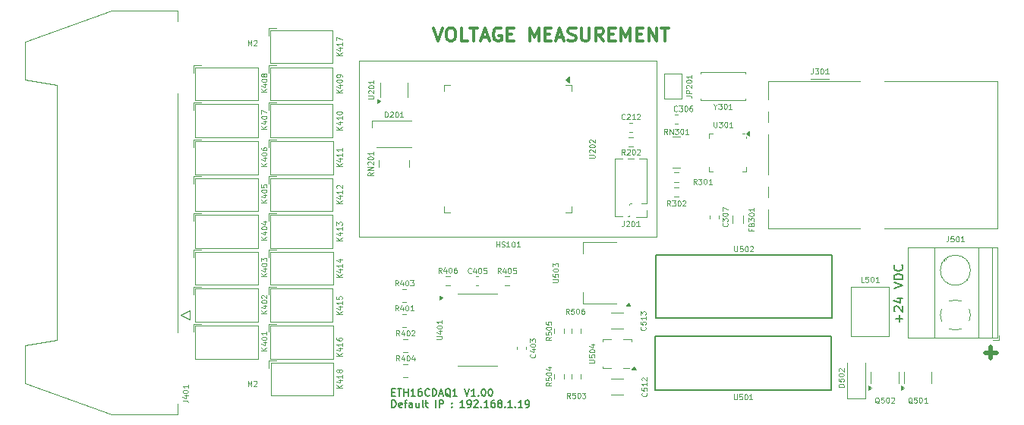
<source format=gbr>
G04 #@! TF.GenerationSoftware,KiCad,Pcbnew,8.0.1*
G04 #@! TF.CreationDate,2024-04-14T22:29:54+02:00*
G04 #@! TF.ProjectId,ETH16CDAQ1,45544831-3643-4444-9151-312e6b696361,rev?*
G04 #@! TF.SameCoordinates,Original*
G04 #@! TF.FileFunction,Legend,Top*
G04 #@! TF.FilePolarity,Positive*
%FSLAX46Y46*%
G04 Gerber Fmt 4.6, Leading zero omitted, Abs format (unit mm)*
G04 Created by KiCad (PCBNEW 8.0.1) date 2024-04-14 22:29:54*
%MOMM*%
%LPD*%
G01*
G04 APERTURE LIST*
%ADD10C,0.500000*%
%ADD11C,0.120000*%
%ADD12C,0.150000*%
%ADD13C,0.300000*%
%ADD14C,0.200000*%
%ADD15C,0.100000*%
%ADD16C,0.127000*%
G04 APERTURE END LIST*
D10*
X198755000Y-116713000D02*
X198755000Y-115443000D01*
X198120000Y-116078000D02*
X199390000Y-116078000D01*
D11*
X115918804Y-119808331D02*
X115918804Y-119208331D01*
X115918804Y-119208331D02*
X116118804Y-119636902D01*
X116118804Y-119636902D02*
X116318804Y-119208331D01*
X116318804Y-119208331D02*
X116318804Y-119808331D01*
X116575946Y-119265474D02*
X116604518Y-119236902D01*
X116604518Y-119236902D02*
X116661661Y-119208331D01*
X116661661Y-119208331D02*
X116804518Y-119208331D01*
X116804518Y-119208331D02*
X116861661Y-119236902D01*
X116861661Y-119236902D02*
X116890232Y-119265474D01*
X116890232Y-119265474D02*
X116918803Y-119322617D01*
X116918803Y-119322617D02*
X116918803Y-119379760D01*
X116918803Y-119379760D02*
X116890232Y-119465474D01*
X116890232Y-119465474D02*
X116547375Y-119808331D01*
X116547375Y-119808331D02*
X116918803Y-119808331D01*
D12*
X131988160Y-120488292D02*
X132254826Y-120488292D01*
X132369112Y-120907340D02*
X131988160Y-120907340D01*
X131988160Y-120907340D02*
X131988160Y-120107340D01*
X131988160Y-120107340D02*
X132369112Y-120107340D01*
X132597684Y-120107340D02*
X133054827Y-120107340D01*
X132826255Y-120907340D02*
X132826255Y-120107340D01*
X133321494Y-120907340D02*
X133321494Y-120107340D01*
X133321494Y-120488292D02*
X133778637Y-120488292D01*
X133778637Y-120907340D02*
X133778637Y-120107340D01*
X134578636Y-120907340D02*
X134121493Y-120907340D01*
X134350065Y-120907340D02*
X134350065Y-120107340D01*
X134350065Y-120107340D02*
X134273874Y-120221625D01*
X134273874Y-120221625D02*
X134197684Y-120297816D01*
X134197684Y-120297816D02*
X134121493Y-120335911D01*
X135264351Y-120107340D02*
X135111970Y-120107340D01*
X135111970Y-120107340D02*
X135035779Y-120145435D01*
X135035779Y-120145435D02*
X134997684Y-120183530D01*
X134997684Y-120183530D02*
X134921494Y-120297816D01*
X134921494Y-120297816D02*
X134883398Y-120450197D01*
X134883398Y-120450197D02*
X134883398Y-120754959D01*
X134883398Y-120754959D02*
X134921494Y-120831149D01*
X134921494Y-120831149D02*
X134959589Y-120869245D01*
X134959589Y-120869245D02*
X135035779Y-120907340D01*
X135035779Y-120907340D02*
X135188160Y-120907340D01*
X135188160Y-120907340D02*
X135264351Y-120869245D01*
X135264351Y-120869245D02*
X135302446Y-120831149D01*
X135302446Y-120831149D02*
X135340541Y-120754959D01*
X135340541Y-120754959D02*
X135340541Y-120564483D01*
X135340541Y-120564483D02*
X135302446Y-120488292D01*
X135302446Y-120488292D02*
X135264351Y-120450197D01*
X135264351Y-120450197D02*
X135188160Y-120412102D01*
X135188160Y-120412102D02*
X135035779Y-120412102D01*
X135035779Y-120412102D02*
X134959589Y-120450197D01*
X134959589Y-120450197D02*
X134921494Y-120488292D01*
X134921494Y-120488292D02*
X134883398Y-120564483D01*
X136140542Y-120831149D02*
X136102446Y-120869245D01*
X136102446Y-120869245D02*
X135988161Y-120907340D01*
X135988161Y-120907340D02*
X135911970Y-120907340D01*
X135911970Y-120907340D02*
X135797684Y-120869245D01*
X135797684Y-120869245D02*
X135721494Y-120793054D01*
X135721494Y-120793054D02*
X135683399Y-120716864D01*
X135683399Y-120716864D02*
X135645303Y-120564483D01*
X135645303Y-120564483D02*
X135645303Y-120450197D01*
X135645303Y-120450197D02*
X135683399Y-120297816D01*
X135683399Y-120297816D02*
X135721494Y-120221625D01*
X135721494Y-120221625D02*
X135797684Y-120145435D01*
X135797684Y-120145435D02*
X135911970Y-120107340D01*
X135911970Y-120107340D02*
X135988161Y-120107340D01*
X135988161Y-120107340D02*
X136102446Y-120145435D01*
X136102446Y-120145435D02*
X136140542Y-120183530D01*
X136483399Y-120907340D02*
X136483399Y-120107340D01*
X136483399Y-120107340D02*
X136673875Y-120107340D01*
X136673875Y-120107340D02*
X136788161Y-120145435D01*
X136788161Y-120145435D02*
X136864351Y-120221625D01*
X136864351Y-120221625D02*
X136902446Y-120297816D01*
X136902446Y-120297816D02*
X136940542Y-120450197D01*
X136940542Y-120450197D02*
X136940542Y-120564483D01*
X136940542Y-120564483D02*
X136902446Y-120716864D01*
X136902446Y-120716864D02*
X136864351Y-120793054D01*
X136864351Y-120793054D02*
X136788161Y-120869245D01*
X136788161Y-120869245D02*
X136673875Y-120907340D01*
X136673875Y-120907340D02*
X136483399Y-120907340D01*
X137245303Y-120678768D02*
X137626256Y-120678768D01*
X137169113Y-120907340D02*
X137435780Y-120107340D01*
X137435780Y-120107340D02*
X137702446Y-120907340D01*
X138502446Y-120983530D02*
X138426256Y-120945435D01*
X138426256Y-120945435D02*
X138350065Y-120869245D01*
X138350065Y-120869245D02*
X138235779Y-120754959D01*
X138235779Y-120754959D02*
X138159589Y-120716864D01*
X138159589Y-120716864D02*
X138083398Y-120716864D01*
X138121494Y-120907340D02*
X138045303Y-120869245D01*
X138045303Y-120869245D02*
X137969113Y-120793054D01*
X137969113Y-120793054D02*
X137931017Y-120640673D01*
X137931017Y-120640673D02*
X137931017Y-120374006D01*
X137931017Y-120374006D02*
X137969113Y-120221625D01*
X137969113Y-120221625D02*
X138045303Y-120145435D01*
X138045303Y-120145435D02*
X138121494Y-120107340D01*
X138121494Y-120107340D02*
X138273875Y-120107340D01*
X138273875Y-120107340D02*
X138350065Y-120145435D01*
X138350065Y-120145435D02*
X138426256Y-120221625D01*
X138426256Y-120221625D02*
X138464351Y-120374006D01*
X138464351Y-120374006D02*
X138464351Y-120640673D01*
X138464351Y-120640673D02*
X138426256Y-120793054D01*
X138426256Y-120793054D02*
X138350065Y-120869245D01*
X138350065Y-120869245D02*
X138273875Y-120907340D01*
X138273875Y-120907340D02*
X138121494Y-120907340D01*
X139226255Y-120907340D02*
X138769112Y-120907340D01*
X138997684Y-120907340D02*
X138997684Y-120107340D01*
X138997684Y-120107340D02*
X138921493Y-120221625D01*
X138921493Y-120221625D02*
X138845303Y-120297816D01*
X138845303Y-120297816D02*
X138769112Y-120335911D01*
X140064351Y-120107340D02*
X140331018Y-120907340D01*
X140331018Y-120907340D02*
X140597684Y-120107340D01*
X141283398Y-120907340D02*
X140826255Y-120907340D01*
X141054827Y-120907340D02*
X141054827Y-120107340D01*
X141054827Y-120107340D02*
X140978636Y-120221625D01*
X140978636Y-120221625D02*
X140902446Y-120297816D01*
X140902446Y-120297816D02*
X140826255Y-120335911D01*
X141626256Y-120831149D02*
X141664351Y-120869245D01*
X141664351Y-120869245D02*
X141626256Y-120907340D01*
X141626256Y-120907340D02*
X141588160Y-120869245D01*
X141588160Y-120869245D02*
X141626256Y-120831149D01*
X141626256Y-120831149D02*
X141626256Y-120907340D01*
X142159589Y-120107340D02*
X142235779Y-120107340D01*
X142235779Y-120107340D02*
X142311970Y-120145435D01*
X142311970Y-120145435D02*
X142350065Y-120183530D01*
X142350065Y-120183530D02*
X142388160Y-120259721D01*
X142388160Y-120259721D02*
X142426255Y-120412102D01*
X142426255Y-120412102D02*
X142426255Y-120602578D01*
X142426255Y-120602578D02*
X142388160Y-120754959D01*
X142388160Y-120754959D02*
X142350065Y-120831149D01*
X142350065Y-120831149D02*
X142311970Y-120869245D01*
X142311970Y-120869245D02*
X142235779Y-120907340D01*
X142235779Y-120907340D02*
X142159589Y-120907340D01*
X142159589Y-120907340D02*
X142083398Y-120869245D01*
X142083398Y-120869245D02*
X142045303Y-120831149D01*
X142045303Y-120831149D02*
X142007208Y-120754959D01*
X142007208Y-120754959D02*
X141969112Y-120602578D01*
X141969112Y-120602578D02*
X141969112Y-120412102D01*
X141969112Y-120412102D02*
X142007208Y-120259721D01*
X142007208Y-120259721D02*
X142045303Y-120183530D01*
X142045303Y-120183530D02*
X142083398Y-120145435D01*
X142083398Y-120145435D02*
X142159589Y-120107340D01*
X142921494Y-120107340D02*
X142997684Y-120107340D01*
X142997684Y-120107340D02*
X143073875Y-120145435D01*
X143073875Y-120145435D02*
X143111970Y-120183530D01*
X143111970Y-120183530D02*
X143150065Y-120259721D01*
X143150065Y-120259721D02*
X143188160Y-120412102D01*
X143188160Y-120412102D02*
X143188160Y-120602578D01*
X143188160Y-120602578D02*
X143150065Y-120754959D01*
X143150065Y-120754959D02*
X143111970Y-120831149D01*
X143111970Y-120831149D02*
X143073875Y-120869245D01*
X143073875Y-120869245D02*
X142997684Y-120907340D01*
X142997684Y-120907340D02*
X142921494Y-120907340D01*
X142921494Y-120907340D02*
X142845303Y-120869245D01*
X142845303Y-120869245D02*
X142807208Y-120831149D01*
X142807208Y-120831149D02*
X142769113Y-120754959D01*
X142769113Y-120754959D02*
X142731017Y-120602578D01*
X142731017Y-120602578D02*
X142731017Y-120412102D01*
X142731017Y-120412102D02*
X142769113Y-120259721D01*
X142769113Y-120259721D02*
X142807208Y-120183530D01*
X142807208Y-120183530D02*
X142845303Y-120145435D01*
X142845303Y-120145435D02*
X142921494Y-120107340D01*
X131988160Y-122195295D02*
X131988160Y-121395295D01*
X131988160Y-121395295D02*
X132178636Y-121395295D01*
X132178636Y-121395295D02*
X132292922Y-121433390D01*
X132292922Y-121433390D02*
X132369112Y-121509580D01*
X132369112Y-121509580D02*
X132407207Y-121585771D01*
X132407207Y-121585771D02*
X132445303Y-121738152D01*
X132445303Y-121738152D02*
X132445303Y-121852438D01*
X132445303Y-121852438D02*
X132407207Y-122004819D01*
X132407207Y-122004819D02*
X132369112Y-122081009D01*
X132369112Y-122081009D02*
X132292922Y-122157200D01*
X132292922Y-122157200D02*
X132178636Y-122195295D01*
X132178636Y-122195295D02*
X131988160Y-122195295D01*
X133092922Y-122157200D02*
X133016731Y-122195295D01*
X133016731Y-122195295D02*
X132864350Y-122195295D01*
X132864350Y-122195295D02*
X132788160Y-122157200D01*
X132788160Y-122157200D02*
X132750064Y-122081009D01*
X132750064Y-122081009D02*
X132750064Y-121776247D01*
X132750064Y-121776247D02*
X132788160Y-121700057D01*
X132788160Y-121700057D02*
X132864350Y-121661961D01*
X132864350Y-121661961D02*
X133016731Y-121661961D01*
X133016731Y-121661961D02*
X133092922Y-121700057D01*
X133092922Y-121700057D02*
X133131017Y-121776247D01*
X133131017Y-121776247D02*
X133131017Y-121852438D01*
X133131017Y-121852438D02*
X132750064Y-121928628D01*
X133359588Y-121661961D02*
X133664350Y-121661961D01*
X133473874Y-122195295D02*
X133473874Y-121509580D01*
X133473874Y-121509580D02*
X133511969Y-121433390D01*
X133511969Y-121433390D02*
X133588159Y-121395295D01*
X133588159Y-121395295D02*
X133664350Y-121395295D01*
X134273874Y-122195295D02*
X134273874Y-121776247D01*
X134273874Y-121776247D02*
X134235779Y-121700057D01*
X134235779Y-121700057D02*
X134159588Y-121661961D01*
X134159588Y-121661961D02*
X134007207Y-121661961D01*
X134007207Y-121661961D02*
X133931017Y-121700057D01*
X134273874Y-122157200D02*
X134197683Y-122195295D01*
X134197683Y-122195295D02*
X134007207Y-122195295D01*
X134007207Y-122195295D02*
X133931017Y-122157200D01*
X133931017Y-122157200D02*
X133892921Y-122081009D01*
X133892921Y-122081009D02*
X133892921Y-122004819D01*
X133892921Y-122004819D02*
X133931017Y-121928628D01*
X133931017Y-121928628D02*
X134007207Y-121890533D01*
X134007207Y-121890533D02*
X134197683Y-121890533D01*
X134197683Y-121890533D02*
X134273874Y-121852438D01*
X134997684Y-121661961D02*
X134997684Y-122195295D01*
X134654827Y-121661961D02*
X134654827Y-122081009D01*
X134654827Y-122081009D02*
X134692922Y-122157200D01*
X134692922Y-122157200D02*
X134769112Y-122195295D01*
X134769112Y-122195295D02*
X134883398Y-122195295D01*
X134883398Y-122195295D02*
X134959589Y-122157200D01*
X134959589Y-122157200D02*
X134997684Y-122119104D01*
X135492922Y-122195295D02*
X135416732Y-122157200D01*
X135416732Y-122157200D02*
X135378637Y-122081009D01*
X135378637Y-122081009D02*
X135378637Y-121395295D01*
X135683399Y-121661961D02*
X135988161Y-121661961D01*
X135797685Y-121395295D02*
X135797685Y-122081009D01*
X135797685Y-122081009D02*
X135835780Y-122157200D01*
X135835780Y-122157200D02*
X135911970Y-122195295D01*
X135911970Y-122195295D02*
X135988161Y-122195295D01*
X136864352Y-122195295D02*
X136864352Y-121395295D01*
X137245304Y-122195295D02*
X137245304Y-121395295D01*
X137245304Y-121395295D02*
X137550066Y-121395295D01*
X137550066Y-121395295D02*
X137626256Y-121433390D01*
X137626256Y-121433390D02*
X137664351Y-121471485D01*
X137664351Y-121471485D02*
X137702447Y-121547676D01*
X137702447Y-121547676D02*
X137702447Y-121661961D01*
X137702447Y-121661961D02*
X137664351Y-121738152D01*
X137664351Y-121738152D02*
X137626256Y-121776247D01*
X137626256Y-121776247D02*
X137550066Y-121814342D01*
X137550066Y-121814342D02*
X137245304Y-121814342D01*
X138654828Y-122119104D02*
X138692923Y-122157200D01*
X138692923Y-122157200D02*
X138654828Y-122195295D01*
X138654828Y-122195295D02*
X138616732Y-122157200D01*
X138616732Y-122157200D02*
X138654828Y-122119104D01*
X138654828Y-122119104D02*
X138654828Y-122195295D01*
X138654828Y-121700057D02*
X138692923Y-121738152D01*
X138692923Y-121738152D02*
X138654828Y-121776247D01*
X138654828Y-121776247D02*
X138616732Y-121738152D01*
X138616732Y-121738152D02*
X138654828Y-121700057D01*
X138654828Y-121700057D02*
X138654828Y-121776247D01*
X140064351Y-122195295D02*
X139607208Y-122195295D01*
X139835780Y-122195295D02*
X139835780Y-121395295D01*
X139835780Y-121395295D02*
X139759589Y-121509580D01*
X139759589Y-121509580D02*
X139683399Y-121585771D01*
X139683399Y-121585771D02*
X139607208Y-121623866D01*
X140445304Y-122195295D02*
X140597685Y-122195295D01*
X140597685Y-122195295D02*
X140673875Y-122157200D01*
X140673875Y-122157200D02*
X140711971Y-122119104D01*
X140711971Y-122119104D02*
X140788161Y-122004819D01*
X140788161Y-122004819D02*
X140826256Y-121852438D01*
X140826256Y-121852438D02*
X140826256Y-121547676D01*
X140826256Y-121547676D02*
X140788161Y-121471485D01*
X140788161Y-121471485D02*
X140750066Y-121433390D01*
X140750066Y-121433390D02*
X140673875Y-121395295D01*
X140673875Y-121395295D02*
X140521494Y-121395295D01*
X140521494Y-121395295D02*
X140445304Y-121433390D01*
X140445304Y-121433390D02*
X140407209Y-121471485D01*
X140407209Y-121471485D02*
X140369113Y-121547676D01*
X140369113Y-121547676D02*
X140369113Y-121738152D01*
X140369113Y-121738152D02*
X140407209Y-121814342D01*
X140407209Y-121814342D02*
X140445304Y-121852438D01*
X140445304Y-121852438D02*
X140521494Y-121890533D01*
X140521494Y-121890533D02*
X140673875Y-121890533D01*
X140673875Y-121890533D02*
X140750066Y-121852438D01*
X140750066Y-121852438D02*
X140788161Y-121814342D01*
X140788161Y-121814342D02*
X140826256Y-121738152D01*
X141131018Y-121471485D02*
X141169114Y-121433390D01*
X141169114Y-121433390D02*
X141245304Y-121395295D01*
X141245304Y-121395295D02*
X141435780Y-121395295D01*
X141435780Y-121395295D02*
X141511971Y-121433390D01*
X141511971Y-121433390D02*
X141550066Y-121471485D01*
X141550066Y-121471485D02*
X141588161Y-121547676D01*
X141588161Y-121547676D02*
X141588161Y-121623866D01*
X141588161Y-121623866D02*
X141550066Y-121738152D01*
X141550066Y-121738152D02*
X141092923Y-122195295D01*
X141092923Y-122195295D02*
X141588161Y-122195295D01*
X141931019Y-122119104D02*
X141969114Y-122157200D01*
X141969114Y-122157200D02*
X141931019Y-122195295D01*
X141931019Y-122195295D02*
X141892923Y-122157200D01*
X141892923Y-122157200D02*
X141931019Y-122119104D01*
X141931019Y-122119104D02*
X141931019Y-122195295D01*
X142731018Y-122195295D02*
X142273875Y-122195295D01*
X142502447Y-122195295D02*
X142502447Y-121395295D01*
X142502447Y-121395295D02*
X142426256Y-121509580D01*
X142426256Y-121509580D02*
X142350066Y-121585771D01*
X142350066Y-121585771D02*
X142273875Y-121623866D01*
X143416733Y-121395295D02*
X143264352Y-121395295D01*
X143264352Y-121395295D02*
X143188161Y-121433390D01*
X143188161Y-121433390D02*
X143150066Y-121471485D01*
X143150066Y-121471485D02*
X143073876Y-121585771D01*
X143073876Y-121585771D02*
X143035780Y-121738152D01*
X143035780Y-121738152D02*
X143035780Y-122042914D01*
X143035780Y-122042914D02*
X143073876Y-122119104D01*
X143073876Y-122119104D02*
X143111971Y-122157200D01*
X143111971Y-122157200D02*
X143188161Y-122195295D01*
X143188161Y-122195295D02*
X143340542Y-122195295D01*
X143340542Y-122195295D02*
X143416733Y-122157200D01*
X143416733Y-122157200D02*
X143454828Y-122119104D01*
X143454828Y-122119104D02*
X143492923Y-122042914D01*
X143492923Y-122042914D02*
X143492923Y-121852438D01*
X143492923Y-121852438D02*
X143454828Y-121776247D01*
X143454828Y-121776247D02*
X143416733Y-121738152D01*
X143416733Y-121738152D02*
X143340542Y-121700057D01*
X143340542Y-121700057D02*
X143188161Y-121700057D01*
X143188161Y-121700057D02*
X143111971Y-121738152D01*
X143111971Y-121738152D02*
X143073876Y-121776247D01*
X143073876Y-121776247D02*
X143035780Y-121852438D01*
X143950066Y-121738152D02*
X143873876Y-121700057D01*
X143873876Y-121700057D02*
X143835781Y-121661961D01*
X143835781Y-121661961D02*
X143797685Y-121585771D01*
X143797685Y-121585771D02*
X143797685Y-121547676D01*
X143797685Y-121547676D02*
X143835781Y-121471485D01*
X143835781Y-121471485D02*
X143873876Y-121433390D01*
X143873876Y-121433390D02*
X143950066Y-121395295D01*
X143950066Y-121395295D02*
X144102447Y-121395295D01*
X144102447Y-121395295D02*
X144178638Y-121433390D01*
X144178638Y-121433390D02*
X144216733Y-121471485D01*
X144216733Y-121471485D02*
X144254828Y-121547676D01*
X144254828Y-121547676D02*
X144254828Y-121585771D01*
X144254828Y-121585771D02*
X144216733Y-121661961D01*
X144216733Y-121661961D02*
X144178638Y-121700057D01*
X144178638Y-121700057D02*
X144102447Y-121738152D01*
X144102447Y-121738152D02*
X143950066Y-121738152D01*
X143950066Y-121738152D02*
X143873876Y-121776247D01*
X143873876Y-121776247D02*
X143835781Y-121814342D01*
X143835781Y-121814342D02*
X143797685Y-121890533D01*
X143797685Y-121890533D02*
X143797685Y-122042914D01*
X143797685Y-122042914D02*
X143835781Y-122119104D01*
X143835781Y-122119104D02*
X143873876Y-122157200D01*
X143873876Y-122157200D02*
X143950066Y-122195295D01*
X143950066Y-122195295D02*
X144102447Y-122195295D01*
X144102447Y-122195295D02*
X144178638Y-122157200D01*
X144178638Y-122157200D02*
X144216733Y-122119104D01*
X144216733Y-122119104D02*
X144254828Y-122042914D01*
X144254828Y-122042914D02*
X144254828Y-121890533D01*
X144254828Y-121890533D02*
X144216733Y-121814342D01*
X144216733Y-121814342D02*
X144178638Y-121776247D01*
X144178638Y-121776247D02*
X144102447Y-121738152D01*
X144597686Y-122119104D02*
X144635781Y-122157200D01*
X144635781Y-122157200D02*
X144597686Y-122195295D01*
X144597686Y-122195295D02*
X144559590Y-122157200D01*
X144559590Y-122157200D02*
X144597686Y-122119104D01*
X144597686Y-122119104D02*
X144597686Y-122195295D01*
X145397685Y-122195295D02*
X144940542Y-122195295D01*
X145169114Y-122195295D02*
X145169114Y-121395295D01*
X145169114Y-121395295D02*
X145092923Y-121509580D01*
X145092923Y-121509580D02*
X145016733Y-121585771D01*
X145016733Y-121585771D02*
X144940542Y-121623866D01*
X145740543Y-122119104D02*
X145778638Y-122157200D01*
X145778638Y-122157200D02*
X145740543Y-122195295D01*
X145740543Y-122195295D02*
X145702447Y-122157200D01*
X145702447Y-122157200D02*
X145740543Y-122119104D01*
X145740543Y-122119104D02*
X145740543Y-122195295D01*
X146540542Y-122195295D02*
X146083399Y-122195295D01*
X146311971Y-122195295D02*
X146311971Y-121395295D01*
X146311971Y-121395295D02*
X146235780Y-121509580D01*
X146235780Y-121509580D02*
X146159590Y-121585771D01*
X146159590Y-121585771D02*
X146083399Y-121623866D01*
X146921495Y-122195295D02*
X147073876Y-122195295D01*
X147073876Y-122195295D02*
X147150066Y-122157200D01*
X147150066Y-122157200D02*
X147188162Y-122119104D01*
X147188162Y-122119104D02*
X147264352Y-122004819D01*
X147264352Y-122004819D02*
X147302447Y-121852438D01*
X147302447Y-121852438D02*
X147302447Y-121547676D01*
X147302447Y-121547676D02*
X147264352Y-121471485D01*
X147264352Y-121471485D02*
X147226257Y-121433390D01*
X147226257Y-121433390D02*
X147150066Y-121395295D01*
X147150066Y-121395295D02*
X146997685Y-121395295D01*
X146997685Y-121395295D02*
X146921495Y-121433390D01*
X146921495Y-121433390D02*
X146883400Y-121471485D01*
X146883400Y-121471485D02*
X146845304Y-121547676D01*
X146845304Y-121547676D02*
X146845304Y-121738152D01*
X146845304Y-121738152D02*
X146883400Y-121814342D01*
X146883400Y-121814342D02*
X146921495Y-121852438D01*
X146921495Y-121852438D02*
X146997685Y-121890533D01*
X146997685Y-121890533D02*
X147150066Y-121890533D01*
X147150066Y-121890533D02*
X147226257Y-121852438D01*
X147226257Y-121852438D02*
X147264352Y-121814342D01*
X147264352Y-121814342D02*
X147302447Y-121738152D01*
D11*
X115918804Y-81835331D02*
X115918804Y-81235331D01*
X115918804Y-81235331D02*
X116118804Y-81663902D01*
X116118804Y-81663902D02*
X116318804Y-81235331D01*
X116318804Y-81235331D02*
X116318804Y-81835331D01*
X116575946Y-81292474D02*
X116604518Y-81263902D01*
X116604518Y-81263902D02*
X116661661Y-81235331D01*
X116661661Y-81235331D02*
X116804518Y-81235331D01*
X116804518Y-81235331D02*
X116861661Y-81263902D01*
X116861661Y-81263902D02*
X116890232Y-81292474D01*
X116890232Y-81292474D02*
X116918803Y-81349617D01*
X116918803Y-81349617D02*
X116918803Y-81406760D01*
X116918803Y-81406760D02*
X116890232Y-81492474D01*
X116890232Y-81492474D02*
X116547375Y-81835331D01*
X116547375Y-81835331D02*
X116918803Y-81835331D01*
D13*
X136625857Y-79834828D02*
X137125857Y-81334828D01*
X137125857Y-81334828D02*
X137625857Y-79834828D01*
X138411571Y-79834828D02*
X138697285Y-79834828D01*
X138697285Y-79834828D02*
X138840142Y-79906257D01*
X138840142Y-79906257D02*
X138982999Y-80049114D01*
X138982999Y-80049114D02*
X139054428Y-80334828D01*
X139054428Y-80334828D02*
X139054428Y-80834828D01*
X139054428Y-80834828D02*
X138982999Y-81120542D01*
X138982999Y-81120542D02*
X138840142Y-81263400D01*
X138840142Y-81263400D02*
X138697285Y-81334828D01*
X138697285Y-81334828D02*
X138411571Y-81334828D01*
X138411571Y-81334828D02*
X138268714Y-81263400D01*
X138268714Y-81263400D02*
X138125856Y-81120542D01*
X138125856Y-81120542D02*
X138054428Y-80834828D01*
X138054428Y-80834828D02*
X138054428Y-80334828D01*
X138054428Y-80334828D02*
X138125856Y-80049114D01*
X138125856Y-80049114D02*
X138268714Y-79906257D01*
X138268714Y-79906257D02*
X138411571Y-79834828D01*
X140411571Y-81334828D02*
X139697285Y-81334828D01*
X139697285Y-81334828D02*
X139697285Y-79834828D01*
X140697286Y-79834828D02*
X141554429Y-79834828D01*
X141125857Y-81334828D02*
X141125857Y-79834828D01*
X141983000Y-80906257D02*
X142697286Y-80906257D01*
X141840143Y-81334828D02*
X142340143Y-79834828D01*
X142340143Y-79834828D02*
X142840143Y-81334828D01*
X144125857Y-79906257D02*
X143983000Y-79834828D01*
X143983000Y-79834828D02*
X143768714Y-79834828D01*
X143768714Y-79834828D02*
X143554428Y-79906257D01*
X143554428Y-79906257D02*
X143411571Y-80049114D01*
X143411571Y-80049114D02*
X143340142Y-80191971D01*
X143340142Y-80191971D02*
X143268714Y-80477685D01*
X143268714Y-80477685D02*
X143268714Y-80691971D01*
X143268714Y-80691971D02*
X143340142Y-80977685D01*
X143340142Y-80977685D02*
X143411571Y-81120542D01*
X143411571Y-81120542D02*
X143554428Y-81263400D01*
X143554428Y-81263400D02*
X143768714Y-81334828D01*
X143768714Y-81334828D02*
X143911571Y-81334828D01*
X143911571Y-81334828D02*
X144125857Y-81263400D01*
X144125857Y-81263400D02*
X144197285Y-81191971D01*
X144197285Y-81191971D02*
X144197285Y-80691971D01*
X144197285Y-80691971D02*
X143911571Y-80691971D01*
X144840142Y-80549114D02*
X145340142Y-80549114D01*
X145554428Y-81334828D02*
X144840142Y-81334828D01*
X144840142Y-81334828D02*
X144840142Y-79834828D01*
X144840142Y-79834828D02*
X145554428Y-79834828D01*
X147340142Y-81334828D02*
X147340142Y-79834828D01*
X147340142Y-79834828D02*
X147840142Y-80906257D01*
X147840142Y-80906257D02*
X148340142Y-79834828D01*
X148340142Y-79834828D02*
X148340142Y-81334828D01*
X149054428Y-80549114D02*
X149554428Y-80549114D01*
X149768714Y-81334828D02*
X149054428Y-81334828D01*
X149054428Y-81334828D02*
X149054428Y-79834828D01*
X149054428Y-79834828D02*
X149768714Y-79834828D01*
X150340143Y-80906257D02*
X151054429Y-80906257D01*
X150197286Y-81334828D02*
X150697286Y-79834828D01*
X150697286Y-79834828D02*
X151197286Y-81334828D01*
X151625857Y-81263400D02*
X151840143Y-81334828D01*
X151840143Y-81334828D02*
X152197285Y-81334828D01*
X152197285Y-81334828D02*
X152340143Y-81263400D01*
X152340143Y-81263400D02*
X152411571Y-81191971D01*
X152411571Y-81191971D02*
X152483000Y-81049114D01*
X152483000Y-81049114D02*
X152483000Y-80906257D01*
X152483000Y-80906257D02*
X152411571Y-80763400D01*
X152411571Y-80763400D02*
X152340143Y-80691971D01*
X152340143Y-80691971D02*
X152197285Y-80620542D01*
X152197285Y-80620542D02*
X151911571Y-80549114D01*
X151911571Y-80549114D02*
X151768714Y-80477685D01*
X151768714Y-80477685D02*
X151697285Y-80406257D01*
X151697285Y-80406257D02*
X151625857Y-80263400D01*
X151625857Y-80263400D02*
X151625857Y-80120542D01*
X151625857Y-80120542D02*
X151697285Y-79977685D01*
X151697285Y-79977685D02*
X151768714Y-79906257D01*
X151768714Y-79906257D02*
X151911571Y-79834828D01*
X151911571Y-79834828D02*
X152268714Y-79834828D01*
X152268714Y-79834828D02*
X152483000Y-79906257D01*
X153125856Y-79834828D02*
X153125856Y-81049114D01*
X153125856Y-81049114D02*
X153197285Y-81191971D01*
X153197285Y-81191971D02*
X153268714Y-81263400D01*
X153268714Y-81263400D02*
X153411571Y-81334828D01*
X153411571Y-81334828D02*
X153697285Y-81334828D01*
X153697285Y-81334828D02*
X153840142Y-81263400D01*
X153840142Y-81263400D02*
X153911571Y-81191971D01*
X153911571Y-81191971D02*
X153982999Y-81049114D01*
X153982999Y-81049114D02*
X153982999Y-79834828D01*
X155554428Y-81334828D02*
X155054428Y-80620542D01*
X154697285Y-81334828D02*
X154697285Y-79834828D01*
X154697285Y-79834828D02*
X155268714Y-79834828D01*
X155268714Y-79834828D02*
X155411571Y-79906257D01*
X155411571Y-79906257D02*
X155483000Y-79977685D01*
X155483000Y-79977685D02*
X155554428Y-80120542D01*
X155554428Y-80120542D02*
X155554428Y-80334828D01*
X155554428Y-80334828D02*
X155483000Y-80477685D01*
X155483000Y-80477685D02*
X155411571Y-80549114D01*
X155411571Y-80549114D02*
X155268714Y-80620542D01*
X155268714Y-80620542D02*
X154697285Y-80620542D01*
X156197285Y-80549114D02*
X156697285Y-80549114D01*
X156911571Y-81334828D02*
X156197285Y-81334828D01*
X156197285Y-81334828D02*
X156197285Y-79834828D01*
X156197285Y-79834828D02*
X156911571Y-79834828D01*
X157554428Y-81334828D02*
X157554428Y-79834828D01*
X157554428Y-79834828D02*
X158054428Y-80906257D01*
X158054428Y-80906257D02*
X158554428Y-79834828D01*
X158554428Y-79834828D02*
X158554428Y-81334828D01*
X159268714Y-80549114D02*
X159768714Y-80549114D01*
X159983000Y-81334828D02*
X159268714Y-81334828D01*
X159268714Y-81334828D02*
X159268714Y-79834828D01*
X159268714Y-79834828D02*
X159983000Y-79834828D01*
X160625857Y-81334828D02*
X160625857Y-79834828D01*
X160625857Y-79834828D02*
X161483000Y-81334828D01*
X161483000Y-81334828D02*
X161483000Y-79834828D01*
X161983001Y-79834828D02*
X162840144Y-79834828D01*
X162411572Y-81334828D02*
X162411572Y-79834828D01*
D14*
X188589266Y-112660326D02*
X188589266Y-111898422D01*
X188970219Y-112279374D02*
X188208314Y-112279374D01*
X188065457Y-111469850D02*
X188017838Y-111422231D01*
X188017838Y-111422231D02*
X187970219Y-111326993D01*
X187970219Y-111326993D02*
X187970219Y-111088898D01*
X187970219Y-111088898D02*
X188017838Y-110993660D01*
X188017838Y-110993660D02*
X188065457Y-110946041D01*
X188065457Y-110946041D02*
X188160695Y-110898422D01*
X188160695Y-110898422D02*
X188255933Y-110898422D01*
X188255933Y-110898422D02*
X188398790Y-110946041D01*
X188398790Y-110946041D02*
X188970219Y-111517469D01*
X188970219Y-111517469D02*
X188970219Y-110898422D01*
X188303552Y-110041279D02*
X188970219Y-110041279D01*
X187922600Y-110279374D02*
X188636885Y-110517469D01*
X188636885Y-110517469D02*
X188636885Y-109898422D01*
X187970219Y-108898421D02*
X188970219Y-108565088D01*
X188970219Y-108565088D02*
X187970219Y-108231755D01*
X188970219Y-107898421D02*
X187970219Y-107898421D01*
X187970219Y-107898421D02*
X187970219Y-107660326D01*
X187970219Y-107660326D02*
X188017838Y-107517469D01*
X188017838Y-107517469D02*
X188113076Y-107422231D01*
X188113076Y-107422231D02*
X188208314Y-107374612D01*
X188208314Y-107374612D02*
X188398790Y-107326993D01*
X188398790Y-107326993D02*
X188541647Y-107326993D01*
X188541647Y-107326993D02*
X188732123Y-107374612D01*
X188732123Y-107374612D02*
X188827361Y-107422231D01*
X188827361Y-107422231D02*
X188922600Y-107517469D01*
X188922600Y-107517469D02*
X188970219Y-107660326D01*
X188970219Y-107660326D02*
X188970219Y-107898421D01*
X188874980Y-106326993D02*
X188922600Y-106374612D01*
X188922600Y-106374612D02*
X188970219Y-106517469D01*
X188970219Y-106517469D02*
X188970219Y-106612707D01*
X188970219Y-106612707D02*
X188922600Y-106755564D01*
X188922600Y-106755564D02*
X188827361Y-106850802D01*
X188827361Y-106850802D02*
X188732123Y-106898421D01*
X188732123Y-106898421D02*
X188541647Y-106946040D01*
X188541647Y-106946040D02*
X188398790Y-106946040D01*
X188398790Y-106946040D02*
X188208314Y-106898421D01*
X188208314Y-106898421D02*
X188113076Y-106850802D01*
X188113076Y-106850802D02*
X188017838Y-106755564D01*
X188017838Y-106755564D02*
X187970219Y-106612707D01*
X187970219Y-106612707D02*
X187970219Y-106517469D01*
X187970219Y-106517469D02*
X188017838Y-106374612D01*
X188017838Y-106374612D02*
X188065457Y-106326993D01*
D11*
X172042045Y-102290428D02*
X172042045Y-102490428D01*
X172356331Y-102490428D02*
X171756331Y-102490428D01*
X171756331Y-102490428D02*
X171756331Y-102204714D01*
X172042045Y-101776142D02*
X172070617Y-101690428D01*
X172070617Y-101690428D02*
X172099188Y-101661857D01*
X172099188Y-101661857D02*
X172156331Y-101633285D01*
X172156331Y-101633285D02*
X172242045Y-101633285D01*
X172242045Y-101633285D02*
X172299188Y-101661857D01*
X172299188Y-101661857D02*
X172327760Y-101690428D01*
X172327760Y-101690428D02*
X172356331Y-101747571D01*
X172356331Y-101747571D02*
X172356331Y-101976142D01*
X172356331Y-101976142D02*
X171756331Y-101976142D01*
X171756331Y-101976142D02*
X171756331Y-101776142D01*
X171756331Y-101776142D02*
X171784902Y-101719000D01*
X171784902Y-101719000D02*
X171813474Y-101690428D01*
X171813474Y-101690428D02*
X171870617Y-101661857D01*
X171870617Y-101661857D02*
X171927760Y-101661857D01*
X171927760Y-101661857D02*
X171984902Y-101690428D01*
X171984902Y-101690428D02*
X172013474Y-101719000D01*
X172013474Y-101719000D02*
X172042045Y-101776142D01*
X172042045Y-101776142D02*
X172042045Y-101976142D01*
X171756331Y-101433285D02*
X171756331Y-101061857D01*
X171756331Y-101061857D02*
X171984902Y-101261857D01*
X171984902Y-101261857D02*
X171984902Y-101176142D01*
X171984902Y-101176142D02*
X172013474Y-101119000D01*
X172013474Y-101119000D02*
X172042045Y-101090428D01*
X172042045Y-101090428D02*
X172099188Y-101061857D01*
X172099188Y-101061857D02*
X172242045Y-101061857D01*
X172242045Y-101061857D02*
X172299188Y-101090428D01*
X172299188Y-101090428D02*
X172327760Y-101119000D01*
X172327760Y-101119000D02*
X172356331Y-101176142D01*
X172356331Y-101176142D02*
X172356331Y-101347571D01*
X172356331Y-101347571D02*
X172327760Y-101404714D01*
X172327760Y-101404714D02*
X172299188Y-101433285D01*
X171756331Y-100690428D02*
X171756331Y-100633285D01*
X171756331Y-100633285D02*
X171784902Y-100576142D01*
X171784902Y-100576142D02*
X171813474Y-100547571D01*
X171813474Y-100547571D02*
X171870617Y-100518999D01*
X171870617Y-100518999D02*
X171984902Y-100490428D01*
X171984902Y-100490428D02*
X172127760Y-100490428D01*
X172127760Y-100490428D02*
X172242045Y-100518999D01*
X172242045Y-100518999D02*
X172299188Y-100547571D01*
X172299188Y-100547571D02*
X172327760Y-100576142D01*
X172327760Y-100576142D02*
X172356331Y-100633285D01*
X172356331Y-100633285D02*
X172356331Y-100690428D01*
X172356331Y-100690428D02*
X172327760Y-100747571D01*
X172327760Y-100747571D02*
X172299188Y-100776142D01*
X172299188Y-100776142D02*
X172242045Y-100804713D01*
X172242045Y-100804713D02*
X172127760Y-100833285D01*
X172127760Y-100833285D02*
X171984902Y-100833285D01*
X171984902Y-100833285D02*
X171870617Y-100804713D01*
X171870617Y-100804713D02*
X171813474Y-100776142D01*
X171813474Y-100776142D02*
X171784902Y-100747571D01*
X171784902Y-100747571D02*
X171756331Y-100690428D01*
X172356331Y-99918999D02*
X172356331Y-100261856D01*
X172356331Y-100090427D02*
X171756331Y-100090427D01*
X171756331Y-100090427D02*
X171842045Y-100147570D01*
X171842045Y-100147570D02*
X171899188Y-100204713D01*
X171899188Y-100204713D02*
X171927760Y-100261856D01*
X163031571Y-99712331D02*
X162831571Y-99426617D01*
X162688714Y-99712331D02*
X162688714Y-99112331D01*
X162688714Y-99112331D02*
X162917285Y-99112331D01*
X162917285Y-99112331D02*
X162974428Y-99140902D01*
X162974428Y-99140902D02*
X163002999Y-99169474D01*
X163002999Y-99169474D02*
X163031571Y-99226617D01*
X163031571Y-99226617D02*
X163031571Y-99312331D01*
X163031571Y-99312331D02*
X163002999Y-99369474D01*
X163002999Y-99369474D02*
X162974428Y-99398045D01*
X162974428Y-99398045D02*
X162917285Y-99426617D01*
X162917285Y-99426617D02*
X162688714Y-99426617D01*
X163231571Y-99112331D02*
X163602999Y-99112331D01*
X163602999Y-99112331D02*
X163402999Y-99340902D01*
X163402999Y-99340902D02*
X163488714Y-99340902D01*
X163488714Y-99340902D02*
X163545857Y-99369474D01*
X163545857Y-99369474D02*
X163574428Y-99398045D01*
X163574428Y-99398045D02*
X163602999Y-99455188D01*
X163602999Y-99455188D02*
X163602999Y-99598045D01*
X163602999Y-99598045D02*
X163574428Y-99655188D01*
X163574428Y-99655188D02*
X163545857Y-99683760D01*
X163545857Y-99683760D02*
X163488714Y-99712331D01*
X163488714Y-99712331D02*
X163317285Y-99712331D01*
X163317285Y-99712331D02*
X163260142Y-99683760D01*
X163260142Y-99683760D02*
X163231571Y-99655188D01*
X163974428Y-99112331D02*
X164031571Y-99112331D01*
X164031571Y-99112331D02*
X164088714Y-99140902D01*
X164088714Y-99140902D02*
X164117286Y-99169474D01*
X164117286Y-99169474D02*
X164145857Y-99226617D01*
X164145857Y-99226617D02*
X164174428Y-99340902D01*
X164174428Y-99340902D02*
X164174428Y-99483760D01*
X164174428Y-99483760D02*
X164145857Y-99598045D01*
X164145857Y-99598045D02*
X164117286Y-99655188D01*
X164117286Y-99655188D02*
X164088714Y-99683760D01*
X164088714Y-99683760D02*
X164031571Y-99712331D01*
X164031571Y-99712331D02*
X163974428Y-99712331D01*
X163974428Y-99712331D02*
X163917286Y-99683760D01*
X163917286Y-99683760D02*
X163888714Y-99655188D01*
X163888714Y-99655188D02*
X163860143Y-99598045D01*
X163860143Y-99598045D02*
X163831571Y-99483760D01*
X163831571Y-99483760D02*
X163831571Y-99340902D01*
X163831571Y-99340902D02*
X163860143Y-99226617D01*
X163860143Y-99226617D02*
X163888714Y-99169474D01*
X163888714Y-99169474D02*
X163917286Y-99140902D01*
X163917286Y-99140902D02*
X163974428Y-99112331D01*
X164403000Y-99169474D02*
X164431572Y-99140902D01*
X164431572Y-99140902D02*
X164488715Y-99112331D01*
X164488715Y-99112331D02*
X164631572Y-99112331D01*
X164631572Y-99112331D02*
X164688715Y-99140902D01*
X164688715Y-99140902D02*
X164717286Y-99169474D01*
X164717286Y-99169474D02*
X164745857Y-99226617D01*
X164745857Y-99226617D02*
X164745857Y-99283760D01*
X164745857Y-99283760D02*
X164717286Y-99369474D01*
X164717286Y-99369474D02*
X164374429Y-99712331D01*
X164374429Y-99712331D02*
X164745857Y-99712331D01*
X157951571Y-90003188D02*
X157922999Y-90031760D01*
X157922999Y-90031760D02*
X157837285Y-90060331D01*
X157837285Y-90060331D02*
X157780142Y-90060331D01*
X157780142Y-90060331D02*
X157694428Y-90031760D01*
X157694428Y-90031760D02*
X157637285Y-89974617D01*
X157637285Y-89974617D02*
X157608714Y-89917474D01*
X157608714Y-89917474D02*
X157580142Y-89803188D01*
X157580142Y-89803188D02*
X157580142Y-89717474D01*
X157580142Y-89717474D02*
X157608714Y-89603188D01*
X157608714Y-89603188D02*
X157637285Y-89546045D01*
X157637285Y-89546045D02*
X157694428Y-89488902D01*
X157694428Y-89488902D02*
X157780142Y-89460331D01*
X157780142Y-89460331D02*
X157837285Y-89460331D01*
X157837285Y-89460331D02*
X157922999Y-89488902D01*
X157922999Y-89488902D02*
X157951571Y-89517474D01*
X158180142Y-89517474D02*
X158208714Y-89488902D01*
X158208714Y-89488902D02*
X158265857Y-89460331D01*
X158265857Y-89460331D02*
X158408714Y-89460331D01*
X158408714Y-89460331D02*
X158465857Y-89488902D01*
X158465857Y-89488902D02*
X158494428Y-89517474D01*
X158494428Y-89517474D02*
X158522999Y-89574617D01*
X158522999Y-89574617D02*
X158522999Y-89631760D01*
X158522999Y-89631760D02*
X158494428Y-89717474D01*
X158494428Y-89717474D02*
X158151571Y-90060331D01*
X158151571Y-90060331D02*
X158522999Y-90060331D01*
X159094428Y-90060331D02*
X158751571Y-90060331D01*
X158923000Y-90060331D02*
X158923000Y-89460331D01*
X158923000Y-89460331D02*
X158865857Y-89546045D01*
X158865857Y-89546045D02*
X158808714Y-89603188D01*
X158808714Y-89603188D02*
X158751571Y-89631760D01*
X159323000Y-89517474D02*
X159351572Y-89488902D01*
X159351572Y-89488902D02*
X159408715Y-89460331D01*
X159408715Y-89460331D02*
X159551572Y-89460331D01*
X159551572Y-89460331D02*
X159608715Y-89488902D01*
X159608715Y-89488902D02*
X159637286Y-89517474D01*
X159637286Y-89517474D02*
X159665857Y-89574617D01*
X159665857Y-89574617D02*
X159665857Y-89631760D01*
X159665857Y-89631760D02*
X159637286Y-89717474D01*
X159637286Y-89717474D02*
X159294429Y-90060331D01*
X159294429Y-90060331D02*
X159665857Y-90060331D01*
X151855571Y-121175331D02*
X151655571Y-120889617D01*
X151512714Y-121175331D02*
X151512714Y-120575331D01*
X151512714Y-120575331D02*
X151741285Y-120575331D01*
X151741285Y-120575331D02*
X151798428Y-120603902D01*
X151798428Y-120603902D02*
X151826999Y-120632474D01*
X151826999Y-120632474D02*
X151855571Y-120689617D01*
X151855571Y-120689617D02*
X151855571Y-120775331D01*
X151855571Y-120775331D02*
X151826999Y-120832474D01*
X151826999Y-120832474D02*
X151798428Y-120861045D01*
X151798428Y-120861045D02*
X151741285Y-120889617D01*
X151741285Y-120889617D02*
X151512714Y-120889617D01*
X152398428Y-120575331D02*
X152112714Y-120575331D01*
X152112714Y-120575331D02*
X152084142Y-120861045D01*
X152084142Y-120861045D02*
X152112714Y-120832474D01*
X152112714Y-120832474D02*
X152169857Y-120803902D01*
X152169857Y-120803902D02*
X152312714Y-120803902D01*
X152312714Y-120803902D02*
X152369857Y-120832474D01*
X152369857Y-120832474D02*
X152398428Y-120861045D01*
X152398428Y-120861045D02*
X152426999Y-120918188D01*
X152426999Y-120918188D02*
X152426999Y-121061045D01*
X152426999Y-121061045D02*
X152398428Y-121118188D01*
X152398428Y-121118188D02*
X152369857Y-121146760D01*
X152369857Y-121146760D02*
X152312714Y-121175331D01*
X152312714Y-121175331D02*
X152169857Y-121175331D01*
X152169857Y-121175331D02*
X152112714Y-121146760D01*
X152112714Y-121146760D02*
X152084142Y-121118188D01*
X152798428Y-120575331D02*
X152855571Y-120575331D01*
X152855571Y-120575331D02*
X152912714Y-120603902D01*
X152912714Y-120603902D02*
X152941286Y-120632474D01*
X152941286Y-120632474D02*
X152969857Y-120689617D01*
X152969857Y-120689617D02*
X152998428Y-120803902D01*
X152998428Y-120803902D02*
X152998428Y-120946760D01*
X152998428Y-120946760D02*
X152969857Y-121061045D01*
X152969857Y-121061045D02*
X152941286Y-121118188D01*
X152941286Y-121118188D02*
X152912714Y-121146760D01*
X152912714Y-121146760D02*
X152855571Y-121175331D01*
X152855571Y-121175331D02*
X152798428Y-121175331D01*
X152798428Y-121175331D02*
X152741286Y-121146760D01*
X152741286Y-121146760D02*
X152712714Y-121118188D01*
X152712714Y-121118188D02*
X152684143Y-121061045D01*
X152684143Y-121061045D02*
X152655571Y-120946760D01*
X152655571Y-120946760D02*
X152655571Y-120803902D01*
X152655571Y-120803902D02*
X152684143Y-120689617D01*
X152684143Y-120689617D02*
X152712714Y-120632474D01*
X152712714Y-120632474D02*
X152741286Y-120603902D01*
X152741286Y-120603902D02*
X152798428Y-120575331D01*
X153198429Y-120575331D02*
X153569857Y-120575331D01*
X153569857Y-120575331D02*
X153369857Y-120803902D01*
X153369857Y-120803902D02*
X153455572Y-120803902D01*
X153455572Y-120803902D02*
X153512715Y-120832474D01*
X153512715Y-120832474D02*
X153541286Y-120861045D01*
X153541286Y-120861045D02*
X153569857Y-120918188D01*
X153569857Y-120918188D02*
X153569857Y-121061045D01*
X153569857Y-121061045D02*
X153541286Y-121118188D01*
X153541286Y-121118188D02*
X153512715Y-121146760D01*
X153512715Y-121146760D02*
X153455572Y-121175331D01*
X153455572Y-121175331D02*
X153284143Y-121175331D01*
X153284143Y-121175331D02*
X153227000Y-121146760D01*
X153227000Y-121146760D02*
X153198429Y-121118188D01*
X186315428Y-121740474D02*
X186258285Y-121711902D01*
X186258285Y-121711902D02*
X186201142Y-121654760D01*
X186201142Y-121654760D02*
X186115428Y-121569045D01*
X186115428Y-121569045D02*
X186058285Y-121540474D01*
X186058285Y-121540474D02*
X186001142Y-121540474D01*
X186029713Y-121683331D02*
X185972571Y-121654760D01*
X185972571Y-121654760D02*
X185915428Y-121597617D01*
X185915428Y-121597617D02*
X185886856Y-121483331D01*
X185886856Y-121483331D02*
X185886856Y-121283331D01*
X185886856Y-121283331D02*
X185915428Y-121169045D01*
X185915428Y-121169045D02*
X185972571Y-121111902D01*
X185972571Y-121111902D02*
X186029713Y-121083331D01*
X186029713Y-121083331D02*
X186143999Y-121083331D01*
X186143999Y-121083331D02*
X186201142Y-121111902D01*
X186201142Y-121111902D02*
X186258285Y-121169045D01*
X186258285Y-121169045D02*
X186286856Y-121283331D01*
X186286856Y-121283331D02*
X186286856Y-121483331D01*
X186286856Y-121483331D02*
X186258285Y-121597617D01*
X186258285Y-121597617D02*
X186201142Y-121654760D01*
X186201142Y-121654760D02*
X186143999Y-121683331D01*
X186143999Y-121683331D02*
X186029713Y-121683331D01*
X186829713Y-121083331D02*
X186543999Y-121083331D01*
X186543999Y-121083331D02*
X186515427Y-121369045D01*
X186515427Y-121369045D02*
X186543999Y-121340474D01*
X186543999Y-121340474D02*
X186601142Y-121311902D01*
X186601142Y-121311902D02*
X186743999Y-121311902D01*
X186743999Y-121311902D02*
X186801142Y-121340474D01*
X186801142Y-121340474D02*
X186829713Y-121369045D01*
X186829713Y-121369045D02*
X186858284Y-121426188D01*
X186858284Y-121426188D02*
X186858284Y-121569045D01*
X186858284Y-121569045D02*
X186829713Y-121626188D01*
X186829713Y-121626188D02*
X186801142Y-121654760D01*
X186801142Y-121654760D02*
X186743999Y-121683331D01*
X186743999Y-121683331D02*
X186601142Y-121683331D01*
X186601142Y-121683331D02*
X186543999Y-121654760D01*
X186543999Y-121654760D02*
X186515427Y-121626188D01*
X187229713Y-121083331D02*
X187286856Y-121083331D01*
X187286856Y-121083331D02*
X187343999Y-121111902D01*
X187343999Y-121111902D02*
X187372571Y-121140474D01*
X187372571Y-121140474D02*
X187401142Y-121197617D01*
X187401142Y-121197617D02*
X187429713Y-121311902D01*
X187429713Y-121311902D02*
X187429713Y-121454760D01*
X187429713Y-121454760D02*
X187401142Y-121569045D01*
X187401142Y-121569045D02*
X187372571Y-121626188D01*
X187372571Y-121626188D02*
X187343999Y-121654760D01*
X187343999Y-121654760D02*
X187286856Y-121683331D01*
X187286856Y-121683331D02*
X187229713Y-121683331D01*
X187229713Y-121683331D02*
X187172571Y-121654760D01*
X187172571Y-121654760D02*
X187143999Y-121626188D01*
X187143999Y-121626188D02*
X187115428Y-121569045D01*
X187115428Y-121569045D02*
X187086856Y-121454760D01*
X187086856Y-121454760D02*
X187086856Y-121311902D01*
X187086856Y-121311902D02*
X187115428Y-121197617D01*
X187115428Y-121197617D02*
X187143999Y-121140474D01*
X187143999Y-121140474D02*
X187172571Y-121111902D01*
X187172571Y-121111902D02*
X187229713Y-121083331D01*
X187658285Y-121140474D02*
X187686857Y-121111902D01*
X187686857Y-121111902D02*
X187744000Y-121083331D01*
X187744000Y-121083331D02*
X187886857Y-121083331D01*
X187886857Y-121083331D02*
X187944000Y-121111902D01*
X187944000Y-121111902D02*
X187972571Y-121140474D01*
X187972571Y-121140474D02*
X188001142Y-121197617D01*
X188001142Y-121197617D02*
X188001142Y-121254760D01*
X188001142Y-121254760D02*
X187972571Y-121340474D01*
X187972571Y-121340474D02*
X187629714Y-121683331D01*
X187629714Y-121683331D02*
X188001142Y-121683331D01*
X129338331Y-87769571D02*
X129824045Y-87769571D01*
X129824045Y-87769571D02*
X129881188Y-87741000D01*
X129881188Y-87741000D02*
X129909760Y-87712429D01*
X129909760Y-87712429D02*
X129938331Y-87655286D01*
X129938331Y-87655286D02*
X129938331Y-87541000D01*
X129938331Y-87541000D02*
X129909760Y-87483857D01*
X129909760Y-87483857D02*
X129881188Y-87455286D01*
X129881188Y-87455286D02*
X129824045Y-87426714D01*
X129824045Y-87426714D02*
X129338331Y-87426714D01*
X129395474Y-87169572D02*
X129366902Y-87141000D01*
X129366902Y-87141000D02*
X129338331Y-87083858D01*
X129338331Y-87083858D02*
X129338331Y-86941000D01*
X129338331Y-86941000D02*
X129366902Y-86883858D01*
X129366902Y-86883858D02*
X129395474Y-86855286D01*
X129395474Y-86855286D02*
X129452617Y-86826715D01*
X129452617Y-86826715D02*
X129509760Y-86826715D01*
X129509760Y-86826715D02*
X129595474Y-86855286D01*
X129595474Y-86855286D02*
X129938331Y-87198143D01*
X129938331Y-87198143D02*
X129938331Y-86826715D01*
X129338331Y-86455286D02*
X129338331Y-86398143D01*
X129338331Y-86398143D02*
X129366902Y-86341000D01*
X129366902Y-86341000D02*
X129395474Y-86312429D01*
X129395474Y-86312429D02*
X129452617Y-86283857D01*
X129452617Y-86283857D02*
X129566902Y-86255286D01*
X129566902Y-86255286D02*
X129709760Y-86255286D01*
X129709760Y-86255286D02*
X129824045Y-86283857D01*
X129824045Y-86283857D02*
X129881188Y-86312429D01*
X129881188Y-86312429D02*
X129909760Y-86341000D01*
X129909760Y-86341000D02*
X129938331Y-86398143D01*
X129938331Y-86398143D02*
X129938331Y-86455286D01*
X129938331Y-86455286D02*
X129909760Y-86512429D01*
X129909760Y-86512429D02*
X129881188Y-86541000D01*
X129881188Y-86541000D02*
X129824045Y-86569571D01*
X129824045Y-86569571D02*
X129709760Y-86598143D01*
X129709760Y-86598143D02*
X129566902Y-86598143D01*
X129566902Y-86598143D02*
X129452617Y-86569571D01*
X129452617Y-86569571D02*
X129395474Y-86541000D01*
X129395474Y-86541000D02*
X129366902Y-86512429D01*
X129366902Y-86512429D02*
X129338331Y-86455286D01*
X129938331Y-85683857D02*
X129938331Y-86026714D01*
X129938331Y-85855285D02*
X129338331Y-85855285D01*
X129338331Y-85855285D02*
X129424045Y-85912428D01*
X129424045Y-85912428D02*
X129481188Y-85969571D01*
X129481188Y-85969571D02*
X129509760Y-86026714D01*
X140806571Y-107181188D02*
X140777999Y-107209760D01*
X140777999Y-107209760D02*
X140692285Y-107238331D01*
X140692285Y-107238331D02*
X140635142Y-107238331D01*
X140635142Y-107238331D02*
X140549428Y-107209760D01*
X140549428Y-107209760D02*
X140492285Y-107152617D01*
X140492285Y-107152617D02*
X140463714Y-107095474D01*
X140463714Y-107095474D02*
X140435142Y-106981188D01*
X140435142Y-106981188D02*
X140435142Y-106895474D01*
X140435142Y-106895474D02*
X140463714Y-106781188D01*
X140463714Y-106781188D02*
X140492285Y-106724045D01*
X140492285Y-106724045D02*
X140549428Y-106666902D01*
X140549428Y-106666902D02*
X140635142Y-106638331D01*
X140635142Y-106638331D02*
X140692285Y-106638331D01*
X140692285Y-106638331D02*
X140777999Y-106666902D01*
X140777999Y-106666902D02*
X140806571Y-106695474D01*
X141320857Y-106838331D02*
X141320857Y-107238331D01*
X141177999Y-106609760D02*
X141035142Y-107038331D01*
X141035142Y-107038331D02*
X141406571Y-107038331D01*
X141749428Y-106638331D02*
X141806571Y-106638331D01*
X141806571Y-106638331D02*
X141863714Y-106666902D01*
X141863714Y-106666902D02*
X141892286Y-106695474D01*
X141892286Y-106695474D02*
X141920857Y-106752617D01*
X141920857Y-106752617D02*
X141949428Y-106866902D01*
X141949428Y-106866902D02*
X141949428Y-107009760D01*
X141949428Y-107009760D02*
X141920857Y-107124045D01*
X141920857Y-107124045D02*
X141892286Y-107181188D01*
X141892286Y-107181188D02*
X141863714Y-107209760D01*
X141863714Y-107209760D02*
X141806571Y-107238331D01*
X141806571Y-107238331D02*
X141749428Y-107238331D01*
X141749428Y-107238331D02*
X141692286Y-107209760D01*
X141692286Y-107209760D02*
X141663714Y-107181188D01*
X141663714Y-107181188D02*
X141635143Y-107124045D01*
X141635143Y-107124045D02*
X141606571Y-107009760D01*
X141606571Y-107009760D02*
X141606571Y-106866902D01*
X141606571Y-106866902D02*
X141635143Y-106752617D01*
X141635143Y-106752617D02*
X141663714Y-106695474D01*
X141663714Y-106695474D02*
X141692286Y-106666902D01*
X141692286Y-106666902D02*
X141749428Y-106638331D01*
X142492286Y-106638331D02*
X142206572Y-106638331D01*
X142206572Y-106638331D02*
X142178000Y-106924045D01*
X142178000Y-106924045D02*
X142206572Y-106895474D01*
X142206572Y-106895474D02*
X142263715Y-106866902D01*
X142263715Y-106866902D02*
X142406572Y-106866902D01*
X142406572Y-106866902D02*
X142463715Y-106895474D01*
X142463715Y-106895474D02*
X142492286Y-106924045D01*
X142492286Y-106924045D02*
X142520857Y-106981188D01*
X142520857Y-106981188D02*
X142520857Y-107124045D01*
X142520857Y-107124045D02*
X142492286Y-107181188D01*
X142492286Y-107181188D02*
X142463715Y-107209760D01*
X142463715Y-107209760D02*
X142406572Y-107238331D01*
X142406572Y-107238331D02*
X142263715Y-107238331D01*
X142263715Y-107238331D02*
X142206572Y-107209760D01*
X142206572Y-107209760D02*
X142178000Y-107181188D01*
X132678571Y-111396331D02*
X132478571Y-111110617D01*
X132335714Y-111396331D02*
X132335714Y-110796331D01*
X132335714Y-110796331D02*
X132564285Y-110796331D01*
X132564285Y-110796331D02*
X132621428Y-110824902D01*
X132621428Y-110824902D02*
X132649999Y-110853474D01*
X132649999Y-110853474D02*
X132678571Y-110910617D01*
X132678571Y-110910617D02*
X132678571Y-110996331D01*
X132678571Y-110996331D02*
X132649999Y-111053474D01*
X132649999Y-111053474D02*
X132621428Y-111082045D01*
X132621428Y-111082045D02*
X132564285Y-111110617D01*
X132564285Y-111110617D02*
X132335714Y-111110617D01*
X133192857Y-110996331D02*
X133192857Y-111396331D01*
X133049999Y-110767760D02*
X132907142Y-111196331D01*
X132907142Y-111196331D02*
X133278571Y-111196331D01*
X133621428Y-110796331D02*
X133678571Y-110796331D01*
X133678571Y-110796331D02*
X133735714Y-110824902D01*
X133735714Y-110824902D02*
X133764286Y-110853474D01*
X133764286Y-110853474D02*
X133792857Y-110910617D01*
X133792857Y-110910617D02*
X133821428Y-111024902D01*
X133821428Y-111024902D02*
X133821428Y-111167760D01*
X133821428Y-111167760D02*
X133792857Y-111282045D01*
X133792857Y-111282045D02*
X133764286Y-111339188D01*
X133764286Y-111339188D02*
X133735714Y-111367760D01*
X133735714Y-111367760D02*
X133678571Y-111396331D01*
X133678571Y-111396331D02*
X133621428Y-111396331D01*
X133621428Y-111396331D02*
X133564286Y-111367760D01*
X133564286Y-111367760D02*
X133535714Y-111339188D01*
X133535714Y-111339188D02*
X133507143Y-111282045D01*
X133507143Y-111282045D02*
X133478571Y-111167760D01*
X133478571Y-111167760D02*
X133478571Y-111024902D01*
X133478571Y-111024902D02*
X133507143Y-110910617D01*
X133507143Y-110910617D02*
X133535714Y-110853474D01*
X133535714Y-110853474D02*
X133564286Y-110824902D01*
X133564286Y-110824902D02*
X133621428Y-110796331D01*
X134392857Y-111396331D02*
X134050000Y-111396331D01*
X134221429Y-111396331D02*
X134221429Y-110796331D01*
X134221429Y-110796331D02*
X134164286Y-110882045D01*
X134164286Y-110882045D02*
X134107143Y-110939188D01*
X134107143Y-110939188D02*
X134050000Y-110967760D01*
X149750331Y-119416428D02*
X149464617Y-119616428D01*
X149750331Y-119759285D02*
X149150331Y-119759285D01*
X149150331Y-119759285D02*
X149150331Y-119530714D01*
X149150331Y-119530714D02*
X149178902Y-119473571D01*
X149178902Y-119473571D02*
X149207474Y-119445000D01*
X149207474Y-119445000D02*
X149264617Y-119416428D01*
X149264617Y-119416428D02*
X149350331Y-119416428D01*
X149350331Y-119416428D02*
X149407474Y-119445000D01*
X149407474Y-119445000D02*
X149436045Y-119473571D01*
X149436045Y-119473571D02*
X149464617Y-119530714D01*
X149464617Y-119530714D02*
X149464617Y-119759285D01*
X149150331Y-118873571D02*
X149150331Y-119159285D01*
X149150331Y-119159285D02*
X149436045Y-119187857D01*
X149436045Y-119187857D02*
X149407474Y-119159285D01*
X149407474Y-119159285D02*
X149378902Y-119102143D01*
X149378902Y-119102143D02*
X149378902Y-118959285D01*
X149378902Y-118959285D02*
X149407474Y-118902143D01*
X149407474Y-118902143D02*
X149436045Y-118873571D01*
X149436045Y-118873571D02*
X149493188Y-118845000D01*
X149493188Y-118845000D02*
X149636045Y-118845000D01*
X149636045Y-118845000D02*
X149693188Y-118873571D01*
X149693188Y-118873571D02*
X149721760Y-118902143D01*
X149721760Y-118902143D02*
X149750331Y-118959285D01*
X149750331Y-118959285D02*
X149750331Y-119102143D01*
X149750331Y-119102143D02*
X149721760Y-119159285D01*
X149721760Y-119159285D02*
X149693188Y-119187857D01*
X149150331Y-118473571D02*
X149150331Y-118416428D01*
X149150331Y-118416428D02*
X149178902Y-118359285D01*
X149178902Y-118359285D02*
X149207474Y-118330714D01*
X149207474Y-118330714D02*
X149264617Y-118302142D01*
X149264617Y-118302142D02*
X149378902Y-118273571D01*
X149378902Y-118273571D02*
X149521760Y-118273571D01*
X149521760Y-118273571D02*
X149636045Y-118302142D01*
X149636045Y-118302142D02*
X149693188Y-118330714D01*
X149693188Y-118330714D02*
X149721760Y-118359285D01*
X149721760Y-118359285D02*
X149750331Y-118416428D01*
X149750331Y-118416428D02*
X149750331Y-118473571D01*
X149750331Y-118473571D02*
X149721760Y-118530714D01*
X149721760Y-118530714D02*
X149693188Y-118559285D01*
X149693188Y-118559285D02*
X149636045Y-118587856D01*
X149636045Y-118587856D02*
X149521760Y-118616428D01*
X149521760Y-118616428D02*
X149378902Y-118616428D01*
X149378902Y-118616428D02*
X149264617Y-118587856D01*
X149264617Y-118587856D02*
X149207474Y-118559285D01*
X149207474Y-118559285D02*
X149178902Y-118530714D01*
X149178902Y-118530714D02*
X149150331Y-118473571D01*
X149350331Y-117759285D02*
X149750331Y-117759285D01*
X149121760Y-117902142D02*
X149550331Y-118044999D01*
X149550331Y-118044999D02*
X149550331Y-117673570D01*
X151728571Y-111777331D02*
X151528571Y-111491617D01*
X151385714Y-111777331D02*
X151385714Y-111177331D01*
X151385714Y-111177331D02*
X151614285Y-111177331D01*
X151614285Y-111177331D02*
X151671428Y-111205902D01*
X151671428Y-111205902D02*
X151699999Y-111234474D01*
X151699999Y-111234474D02*
X151728571Y-111291617D01*
X151728571Y-111291617D02*
X151728571Y-111377331D01*
X151728571Y-111377331D02*
X151699999Y-111434474D01*
X151699999Y-111434474D02*
X151671428Y-111463045D01*
X151671428Y-111463045D02*
X151614285Y-111491617D01*
X151614285Y-111491617D02*
X151385714Y-111491617D01*
X152271428Y-111177331D02*
X151985714Y-111177331D01*
X151985714Y-111177331D02*
X151957142Y-111463045D01*
X151957142Y-111463045D02*
X151985714Y-111434474D01*
X151985714Y-111434474D02*
X152042857Y-111405902D01*
X152042857Y-111405902D02*
X152185714Y-111405902D01*
X152185714Y-111405902D02*
X152242857Y-111434474D01*
X152242857Y-111434474D02*
X152271428Y-111463045D01*
X152271428Y-111463045D02*
X152299999Y-111520188D01*
X152299999Y-111520188D02*
X152299999Y-111663045D01*
X152299999Y-111663045D02*
X152271428Y-111720188D01*
X152271428Y-111720188D02*
X152242857Y-111748760D01*
X152242857Y-111748760D02*
X152185714Y-111777331D01*
X152185714Y-111777331D02*
X152042857Y-111777331D01*
X152042857Y-111777331D02*
X151985714Y-111748760D01*
X151985714Y-111748760D02*
X151957142Y-111720188D01*
X152671428Y-111177331D02*
X152728571Y-111177331D01*
X152728571Y-111177331D02*
X152785714Y-111205902D01*
X152785714Y-111205902D02*
X152814286Y-111234474D01*
X152814286Y-111234474D02*
X152842857Y-111291617D01*
X152842857Y-111291617D02*
X152871428Y-111405902D01*
X152871428Y-111405902D02*
X152871428Y-111548760D01*
X152871428Y-111548760D02*
X152842857Y-111663045D01*
X152842857Y-111663045D02*
X152814286Y-111720188D01*
X152814286Y-111720188D02*
X152785714Y-111748760D01*
X152785714Y-111748760D02*
X152728571Y-111777331D01*
X152728571Y-111777331D02*
X152671428Y-111777331D01*
X152671428Y-111777331D02*
X152614286Y-111748760D01*
X152614286Y-111748760D02*
X152585714Y-111720188D01*
X152585714Y-111720188D02*
X152557143Y-111663045D01*
X152557143Y-111663045D02*
X152528571Y-111548760D01*
X152528571Y-111548760D02*
X152528571Y-111405902D01*
X152528571Y-111405902D02*
X152557143Y-111291617D01*
X152557143Y-111291617D02*
X152585714Y-111234474D01*
X152585714Y-111234474D02*
X152614286Y-111205902D01*
X152614286Y-111205902D02*
X152671428Y-111177331D01*
X153385715Y-111177331D02*
X153271429Y-111177331D01*
X153271429Y-111177331D02*
X153214286Y-111205902D01*
X153214286Y-111205902D02*
X153185715Y-111234474D01*
X153185715Y-111234474D02*
X153128572Y-111320188D01*
X153128572Y-111320188D02*
X153100000Y-111434474D01*
X153100000Y-111434474D02*
X153100000Y-111663045D01*
X153100000Y-111663045D02*
X153128572Y-111720188D01*
X153128572Y-111720188D02*
X153157143Y-111748760D01*
X153157143Y-111748760D02*
X153214286Y-111777331D01*
X153214286Y-111777331D02*
X153328572Y-111777331D01*
X153328572Y-111777331D02*
X153385715Y-111748760D01*
X153385715Y-111748760D02*
X153414286Y-111720188D01*
X153414286Y-111720188D02*
X153442857Y-111663045D01*
X153442857Y-111663045D02*
X153442857Y-111520188D01*
X153442857Y-111520188D02*
X153414286Y-111463045D01*
X153414286Y-111463045D02*
X153385715Y-111434474D01*
X153385715Y-111434474D02*
X153328572Y-111405902D01*
X153328572Y-111405902D02*
X153214286Y-111405902D01*
X153214286Y-111405902D02*
X153157143Y-111434474D01*
X153157143Y-111434474D02*
X153128572Y-111463045D01*
X153128572Y-111463045D02*
X153100000Y-111520188D01*
X162717285Y-91711331D02*
X162517285Y-91425617D01*
X162374428Y-91711331D02*
X162374428Y-91111331D01*
X162374428Y-91111331D02*
X162602999Y-91111331D01*
X162602999Y-91111331D02*
X162660142Y-91139902D01*
X162660142Y-91139902D02*
X162688713Y-91168474D01*
X162688713Y-91168474D02*
X162717285Y-91225617D01*
X162717285Y-91225617D02*
X162717285Y-91311331D01*
X162717285Y-91311331D02*
X162688713Y-91368474D01*
X162688713Y-91368474D02*
X162660142Y-91397045D01*
X162660142Y-91397045D02*
X162602999Y-91425617D01*
X162602999Y-91425617D02*
X162374428Y-91425617D01*
X162974428Y-91711331D02*
X162974428Y-91111331D01*
X162974428Y-91111331D02*
X163317285Y-91711331D01*
X163317285Y-91711331D02*
X163317285Y-91111331D01*
X163545856Y-91111331D02*
X163917284Y-91111331D01*
X163917284Y-91111331D02*
X163717284Y-91339902D01*
X163717284Y-91339902D02*
X163802999Y-91339902D01*
X163802999Y-91339902D02*
X163860142Y-91368474D01*
X163860142Y-91368474D02*
X163888713Y-91397045D01*
X163888713Y-91397045D02*
X163917284Y-91454188D01*
X163917284Y-91454188D02*
X163917284Y-91597045D01*
X163917284Y-91597045D02*
X163888713Y-91654188D01*
X163888713Y-91654188D02*
X163860142Y-91682760D01*
X163860142Y-91682760D02*
X163802999Y-91711331D01*
X163802999Y-91711331D02*
X163631570Y-91711331D01*
X163631570Y-91711331D02*
X163574427Y-91682760D01*
X163574427Y-91682760D02*
X163545856Y-91654188D01*
X164288713Y-91111331D02*
X164345856Y-91111331D01*
X164345856Y-91111331D02*
X164402999Y-91139902D01*
X164402999Y-91139902D02*
X164431571Y-91168474D01*
X164431571Y-91168474D02*
X164460142Y-91225617D01*
X164460142Y-91225617D02*
X164488713Y-91339902D01*
X164488713Y-91339902D02*
X164488713Y-91482760D01*
X164488713Y-91482760D02*
X164460142Y-91597045D01*
X164460142Y-91597045D02*
X164431571Y-91654188D01*
X164431571Y-91654188D02*
X164402999Y-91682760D01*
X164402999Y-91682760D02*
X164345856Y-91711331D01*
X164345856Y-91711331D02*
X164288713Y-91711331D01*
X164288713Y-91711331D02*
X164231571Y-91682760D01*
X164231571Y-91682760D02*
X164202999Y-91654188D01*
X164202999Y-91654188D02*
X164174428Y-91597045D01*
X164174428Y-91597045D02*
X164145856Y-91482760D01*
X164145856Y-91482760D02*
X164145856Y-91339902D01*
X164145856Y-91339902D02*
X164174428Y-91225617D01*
X164174428Y-91225617D02*
X164202999Y-91168474D01*
X164202999Y-91168474D02*
X164231571Y-91139902D01*
X164231571Y-91139902D02*
X164288713Y-91111331D01*
X165060142Y-91711331D02*
X164717285Y-91711331D01*
X164888714Y-91711331D02*
X164888714Y-91111331D01*
X164888714Y-91111331D02*
X164831571Y-91197045D01*
X164831571Y-91197045D02*
X164774428Y-91254188D01*
X164774428Y-91254188D02*
X164717285Y-91282760D01*
X157951571Y-93997331D02*
X157751571Y-93711617D01*
X157608714Y-93997331D02*
X157608714Y-93397331D01*
X157608714Y-93397331D02*
X157837285Y-93397331D01*
X157837285Y-93397331D02*
X157894428Y-93425902D01*
X157894428Y-93425902D02*
X157922999Y-93454474D01*
X157922999Y-93454474D02*
X157951571Y-93511617D01*
X157951571Y-93511617D02*
X157951571Y-93597331D01*
X157951571Y-93597331D02*
X157922999Y-93654474D01*
X157922999Y-93654474D02*
X157894428Y-93683045D01*
X157894428Y-93683045D02*
X157837285Y-93711617D01*
X157837285Y-93711617D02*
X157608714Y-93711617D01*
X158180142Y-93454474D02*
X158208714Y-93425902D01*
X158208714Y-93425902D02*
X158265857Y-93397331D01*
X158265857Y-93397331D02*
X158408714Y-93397331D01*
X158408714Y-93397331D02*
X158465857Y-93425902D01*
X158465857Y-93425902D02*
X158494428Y-93454474D01*
X158494428Y-93454474D02*
X158522999Y-93511617D01*
X158522999Y-93511617D02*
X158522999Y-93568760D01*
X158522999Y-93568760D02*
X158494428Y-93654474D01*
X158494428Y-93654474D02*
X158151571Y-93997331D01*
X158151571Y-93997331D02*
X158522999Y-93997331D01*
X158894428Y-93397331D02*
X158951571Y-93397331D01*
X158951571Y-93397331D02*
X159008714Y-93425902D01*
X159008714Y-93425902D02*
X159037286Y-93454474D01*
X159037286Y-93454474D02*
X159065857Y-93511617D01*
X159065857Y-93511617D02*
X159094428Y-93625902D01*
X159094428Y-93625902D02*
X159094428Y-93768760D01*
X159094428Y-93768760D02*
X159065857Y-93883045D01*
X159065857Y-93883045D02*
X159037286Y-93940188D01*
X159037286Y-93940188D02*
X159008714Y-93968760D01*
X159008714Y-93968760D02*
X158951571Y-93997331D01*
X158951571Y-93997331D02*
X158894428Y-93997331D01*
X158894428Y-93997331D02*
X158837286Y-93968760D01*
X158837286Y-93968760D02*
X158808714Y-93940188D01*
X158808714Y-93940188D02*
X158780143Y-93883045D01*
X158780143Y-93883045D02*
X158751571Y-93768760D01*
X158751571Y-93768760D02*
X158751571Y-93625902D01*
X158751571Y-93625902D02*
X158780143Y-93511617D01*
X158780143Y-93511617D02*
X158808714Y-93454474D01*
X158808714Y-93454474D02*
X158837286Y-93425902D01*
X158837286Y-93425902D02*
X158894428Y-93397331D01*
X159323000Y-93454474D02*
X159351572Y-93425902D01*
X159351572Y-93425902D02*
X159408715Y-93397331D01*
X159408715Y-93397331D02*
X159551572Y-93397331D01*
X159551572Y-93397331D02*
X159608715Y-93425902D01*
X159608715Y-93425902D02*
X159637286Y-93454474D01*
X159637286Y-93454474D02*
X159665857Y-93511617D01*
X159665857Y-93511617D02*
X159665857Y-93568760D01*
X159665857Y-93568760D02*
X159637286Y-93654474D01*
X159637286Y-93654474D02*
X159294429Y-93997331D01*
X159294429Y-93997331D02*
X159665857Y-93997331D01*
X126407731Y-111834485D02*
X125807731Y-111834485D01*
X126407731Y-111491628D02*
X126064874Y-111748771D01*
X125807731Y-111491628D02*
X126150588Y-111834485D01*
X126007731Y-110977343D02*
X126407731Y-110977343D01*
X125779160Y-111120200D02*
X126207731Y-111263057D01*
X126207731Y-111263057D02*
X126207731Y-110891628D01*
X126407731Y-110348771D02*
X126407731Y-110691628D01*
X126407731Y-110520199D02*
X125807731Y-110520199D01*
X125807731Y-110520199D02*
X125893445Y-110577342D01*
X125893445Y-110577342D02*
X125950588Y-110634485D01*
X125950588Y-110634485D02*
X125979160Y-110691628D01*
X125807731Y-109805913D02*
X125807731Y-110091627D01*
X125807731Y-110091627D02*
X126093445Y-110120199D01*
X126093445Y-110120199D02*
X126064874Y-110091627D01*
X126064874Y-110091627D02*
X126036302Y-110034485D01*
X126036302Y-110034485D02*
X126036302Y-109891627D01*
X126036302Y-109891627D02*
X126064874Y-109834485D01*
X126064874Y-109834485D02*
X126093445Y-109805913D01*
X126093445Y-109805913D02*
X126150588Y-109777342D01*
X126150588Y-109777342D02*
X126293445Y-109777342D01*
X126293445Y-109777342D02*
X126350588Y-109805913D01*
X126350588Y-109805913D02*
X126379160Y-109834485D01*
X126379160Y-109834485D02*
X126407731Y-109891627D01*
X126407731Y-109891627D02*
X126407731Y-110034485D01*
X126407731Y-110034485D02*
X126379160Y-110091627D01*
X126379160Y-110091627D02*
X126350588Y-110120199D01*
X132805571Y-114190331D02*
X132605571Y-113904617D01*
X132462714Y-114190331D02*
X132462714Y-113590331D01*
X132462714Y-113590331D02*
X132691285Y-113590331D01*
X132691285Y-113590331D02*
X132748428Y-113618902D01*
X132748428Y-113618902D02*
X132776999Y-113647474D01*
X132776999Y-113647474D02*
X132805571Y-113704617D01*
X132805571Y-113704617D02*
X132805571Y-113790331D01*
X132805571Y-113790331D02*
X132776999Y-113847474D01*
X132776999Y-113847474D02*
X132748428Y-113876045D01*
X132748428Y-113876045D02*
X132691285Y-113904617D01*
X132691285Y-113904617D02*
X132462714Y-113904617D01*
X133319857Y-113790331D02*
X133319857Y-114190331D01*
X133176999Y-113561760D02*
X133034142Y-113990331D01*
X133034142Y-113990331D02*
X133405571Y-113990331D01*
X133748428Y-113590331D02*
X133805571Y-113590331D01*
X133805571Y-113590331D02*
X133862714Y-113618902D01*
X133862714Y-113618902D02*
X133891286Y-113647474D01*
X133891286Y-113647474D02*
X133919857Y-113704617D01*
X133919857Y-113704617D02*
X133948428Y-113818902D01*
X133948428Y-113818902D02*
X133948428Y-113961760D01*
X133948428Y-113961760D02*
X133919857Y-114076045D01*
X133919857Y-114076045D02*
X133891286Y-114133188D01*
X133891286Y-114133188D02*
X133862714Y-114161760D01*
X133862714Y-114161760D02*
X133805571Y-114190331D01*
X133805571Y-114190331D02*
X133748428Y-114190331D01*
X133748428Y-114190331D02*
X133691286Y-114161760D01*
X133691286Y-114161760D02*
X133662714Y-114133188D01*
X133662714Y-114133188D02*
X133634143Y-114076045D01*
X133634143Y-114076045D02*
X133605571Y-113961760D01*
X133605571Y-113961760D02*
X133605571Y-113818902D01*
X133605571Y-113818902D02*
X133634143Y-113704617D01*
X133634143Y-113704617D02*
X133662714Y-113647474D01*
X133662714Y-113647474D02*
X133691286Y-113618902D01*
X133691286Y-113618902D02*
X133748428Y-113590331D01*
X134177000Y-113647474D02*
X134205572Y-113618902D01*
X134205572Y-113618902D02*
X134262715Y-113590331D01*
X134262715Y-113590331D02*
X134405572Y-113590331D01*
X134405572Y-113590331D02*
X134462715Y-113618902D01*
X134462715Y-113618902D02*
X134491286Y-113647474D01*
X134491286Y-113647474D02*
X134519857Y-113704617D01*
X134519857Y-113704617D02*
X134519857Y-113761760D01*
X134519857Y-113761760D02*
X134491286Y-113847474D01*
X134491286Y-113847474D02*
X134148429Y-114190331D01*
X134148429Y-114190331D02*
X134519857Y-114190331D01*
X169378188Y-101636428D02*
X169406760Y-101665000D01*
X169406760Y-101665000D02*
X169435331Y-101750714D01*
X169435331Y-101750714D02*
X169435331Y-101807857D01*
X169435331Y-101807857D02*
X169406760Y-101893571D01*
X169406760Y-101893571D02*
X169349617Y-101950714D01*
X169349617Y-101950714D02*
X169292474Y-101979285D01*
X169292474Y-101979285D02*
X169178188Y-102007857D01*
X169178188Y-102007857D02*
X169092474Y-102007857D01*
X169092474Y-102007857D02*
X168978188Y-101979285D01*
X168978188Y-101979285D02*
X168921045Y-101950714D01*
X168921045Y-101950714D02*
X168863902Y-101893571D01*
X168863902Y-101893571D02*
X168835331Y-101807857D01*
X168835331Y-101807857D02*
X168835331Y-101750714D01*
X168835331Y-101750714D02*
X168863902Y-101665000D01*
X168863902Y-101665000D02*
X168892474Y-101636428D01*
X168835331Y-101436428D02*
X168835331Y-101065000D01*
X168835331Y-101065000D02*
X169063902Y-101265000D01*
X169063902Y-101265000D02*
X169063902Y-101179285D01*
X169063902Y-101179285D02*
X169092474Y-101122143D01*
X169092474Y-101122143D02*
X169121045Y-101093571D01*
X169121045Y-101093571D02*
X169178188Y-101065000D01*
X169178188Y-101065000D02*
X169321045Y-101065000D01*
X169321045Y-101065000D02*
X169378188Y-101093571D01*
X169378188Y-101093571D02*
X169406760Y-101122143D01*
X169406760Y-101122143D02*
X169435331Y-101179285D01*
X169435331Y-101179285D02*
X169435331Y-101350714D01*
X169435331Y-101350714D02*
X169406760Y-101407857D01*
X169406760Y-101407857D02*
X169378188Y-101436428D01*
X168835331Y-100693571D02*
X168835331Y-100636428D01*
X168835331Y-100636428D02*
X168863902Y-100579285D01*
X168863902Y-100579285D02*
X168892474Y-100550714D01*
X168892474Y-100550714D02*
X168949617Y-100522142D01*
X168949617Y-100522142D02*
X169063902Y-100493571D01*
X169063902Y-100493571D02*
X169206760Y-100493571D01*
X169206760Y-100493571D02*
X169321045Y-100522142D01*
X169321045Y-100522142D02*
X169378188Y-100550714D01*
X169378188Y-100550714D02*
X169406760Y-100579285D01*
X169406760Y-100579285D02*
X169435331Y-100636428D01*
X169435331Y-100636428D02*
X169435331Y-100693571D01*
X169435331Y-100693571D02*
X169406760Y-100750714D01*
X169406760Y-100750714D02*
X169378188Y-100779285D01*
X169378188Y-100779285D02*
X169321045Y-100807856D01*
X169321045Y-100807856D02*
X169206760Y-100836428D01*
X169206760Y-100836428D02*
X169063902Y-100836428D01*
X169063902Y-100836428D02*
X168949617Y-100807856D01*
X168949617Y-100807856D02*
X168892474Y-100779285D01*
X168892474Y-100779285D02*
X168863902Y-100750714D01*
X168863902Y-100750714D02*
X168835331Y-100693571D01*
X168835331Y-100293570D02*
X168835331Y-99893570D01*
X168835331Y-99893570D02*
X169435331Y-100150713D01*
X153998331Y-94373571D02*
X154484045Y-94373571D01*
X154484045Y-94373571D02*
X154541188Y-94345000D01*
X154541188Y-94345000D02*
X154569760Y-94316429D01*
X154569760Y-94316429D02*
X154598331Y-94259286D01*
X154598331Y-94259286D02*
X154598331Y-94145000D01*
X154598331Y-94145000D02*
X154569760Y-94087857D01*
X154569760Y-94087857D02*
X154541188Y-94059286D01*
X154541188Y-94059286D02*
X154484045Y-94030714D01*
X154484045Y-94030714D02*
X153998331Y-94030714D01*
X154055474Y-93773572D02*
X154026902Y-93745000D01*
X154026902Y-93745000D02*
X153998331Y-93687858D01*
X153998331Y-93687858D02*
X153998331Y-93545000D01*
X153998331Y-93545000D02*
X154026902Y-93487858D01*
X154026902Y-93487858D02*
X154055474Y-93459286D01*
X154055474Y-93459286D02*
X154112617Y-93430715D01*
X154112617Y-93430715D02*
X154169760Y-93430715D01*
X154169760Y-93430715D02*
X154255474Y-93459286D01*
X154255474Y-93459286D02*
X154598331Y-93802143D01*
X154598331Y-93802143D02*
X154598331Y-93430715D01*
X153998331Y-93059286D02*
X153998331Y-93002143D01*
X153998331Y-93002143D02*
X154026902Y-92945000D01*
X154026902Y-92945000D02*
X154055474Y-92916429D01*
X154055474Y-92916429D02*
X154112617Y-92887857D01*
X154112617Y-92887857D02*
X154226902Y-92859286D01*
X154226902Y-92859286D02*
X154369760Y-92859286D01*
X154369760Y-92859286D02*
X154484045Y-92887857D01*
X154484045Y-92887857D02*
X154541188Y-92916429D01*
X154541188Y-92916429D02*
X154569760Y-92945000D01*
X154569760Y-92945000D02*
X154598331Y-93002143D01*
X154598331Y-93002143D02*
X154598331Y-93059286D01*
X154598331Y-93059286D02*
X154569760Y-93116429D01*
X154569760Y-93116429D02*
X154541188Y-93145000D01*
X154541188Y-93145000D02*
X154484045Y-93173571D01*
X154484045Y-93173571D02*
X154369760Y-93202143D01*
X154369760Y-93202143D02*
X154226902Y-93202143D01*
X154226902Y-93202143D02*
X154112617Y-93173571D01*
X154112617Y-93173571D02*
X154055474Y-93145000D01*
X154055474Y-93145000D02*
X154026902Y-93116429D01*
X154026902Y-93116429D02*
X153998331Y-93059286D01*
X154055474Y-92630714D02*
X154026902Y-92602142D01*
X154026902Y-92602142D02*
X153998331Y-92545000D01*
X153998331Y-92545000D02*
X153998331Y-92402142D01*
X153998331Y-92402142D02*
X154026902Y-92345000D01*
X154026902Y-92345000D02*
X154055474Y-92316428D01*
X154055474Y-92316428D02*
X154112617Y-92287857D01*
X154112617Y-92287857D02*
X154169760Y-92287857D01*
X154169760Y-92287857D02*
X154255474Y-92316428D01*
X154255474Y-92316428D02*
X154598331Y-92659285D01*
X154598331Y-92659285D02*
X154598331Y-92287857D01*
X184621571Y-108221331D02*
X184335857Y-108221331D01*
X184335857Y-108221331D02*
X184335857Y-107621331D01*
X185107285Y-107621331D02*
X184821571Y-107621331D01*
X184821571Y-107621331D02*
X184792999Y-107907045D01*
X184792999Y-107907045D02*
X184821571Y-107878474D01*
X184821571Y-107878474D02*
X184878714Y-107849902D01*
X184878714Y-107849902D02*
X185021571Y-107849902D01*
X185021571Y-107849902D02*
X185078714Y-107878474D01*
X185078714Y-107878474D02*
X185107285Y-107907045D01*
X185107285Y-107907045D02*
X185135856Y-107964188D01*
X185135856Y-107964188D02*
X185135856Y-108107045D01*
X185135856Y-108107045D02*
X185107285Y-108164188D01*
X185107285Y-108164188D02*
X185078714Y-108192760D01*
X185078714Y-108192760D02*
X185021571Y-108221331D01*
X185021571Y-108221331D02*
X184878714Y-108221331D01*
X184878714Y-108221331D02*
X184821571Y-108192760D01*
X184821571Y-108192760D02*
X184792999Y-108164188D01*
X185507285Y-107621331D02*
X185564428Y-107621331D01*
X185564428Y-107621331D02*
X185621571Y-107649902D01*
X185621571Y-107649902D02*
X185650143Y-107678474D01*
X185650143Y-107678474D02*
X185678714Y-107735617D01*
X185678714Y-107735617D02*
X185707285Y-107849902D01*
X185707285Y-107849902D02*
X185707285Y-107992760D01*
X185707285Y-107992760D02*
X185678714Y-108107045D01*
X185678714Y-108107045D02*
X185650143Y-108164188D01*
X185650143Y-108164188D02*
X185621571Y-108192760D01*
X185621571Y-108192760D02*
X185564428Y-108221331D01*
X185564428Y-108221331D02*
X185507285Y-108221331D01*
X185507285Y-108221331D02*
X185450143Y-108192760D01*
X185450143Y-108192760D02*
X185421571Y-108164188D01*
X185421571Y-108164188D02*
X185393000Y-108107045D01*
X185393000Y-108107045D02*
X185364428Y-107992760D01*
X185364428Y-107992760D02*
X185364428Y-107849902D01*
X185364428Y-107849902D02*
X185393000Y-107735617D01*
X185393000Y-107735617D02*
X185421571Y-107678474D01*
X185421571Y-107678474D02*
X185450143Y-107649902D01*
X185450143Y-107649902D02*
X185507285Y-107621331D01*
X186278714Y-108221331D02*
X185935857Y-108221331D01*
X186107286Y-108221331D02*
X186107286Y-107621331D01*
X186107286Y-107621331D02*
X186050143Y-107707045D01*
X186050143Y-107707045D02*
X185993000Y-107764188D01*
X185993000Y-107764188D02*
X185935857Y-107792760D01*
X108637331Y-121421429D02*
X109065902Y-121421429D01*
X109065902Y-121421429D02*
X109151617Y-121450000D01*
X109151617Y-121450000D02*
X109208760Y-121507143D01*
X109208760Y-121507143D02*
X109237331Y-121592857D01*
X109237331Y-121592857D02*
X109237331Y-121650000D01*
X108837331Y-120878572D02*
X109237331Y-120878572D01*
X108608760Y-121021429D02*
X109037331Y-121164286D01*
X109037331Y-121164286D02*
X109037331Y-120792857D01*
X108637331Y-120450000D02*
X108637331Y-120392857D01*
X108637331Y-120392857D02*
X108665902Y-120335714D01*
X108665902Y-120335714D02*
X108694474Y-120307143D01*
X108694474Y-120307143D02*
X108751617Y-120278571D01*
X108751617Y-120278571D02*
X108865902Y-120250000D01*
X108865902Y-120250000D02*
X109008760Y-120250000D01*
X109008760Y-120250000D02*
X109123045Y-120278571D01*
X109123045Y-120278571D02*
X109180188Y-120307143D01*
X109180188Y-120307143D02*
X109208760Y-120335714D01*
X109208760Y-120335714D02*
X109237331Y-120392857D01*
X109237331Y-120392857D02*
X109237331Y-120450000D01*
X109237331Y-120450000D02*
X109208760Y-120507143D01*
X109208760Y-120507143D02*
X109180188Y-120535714D01*
X109180188Y-120535714D02*
X109123045Y-120564285D01*
X109123045Y-120564285D02*
X109008760Y-120592857D01*
X109008760Y-120592857D02*
X108865902Y-120592857D01*
X108865902Y-120592857D02*
X108751617Y-120564285D01*
X108751617Y-120564285D02*
X108694474Y-120535714D01*
X108694474Y-120535714D02*
X108665902Y-120507143D01*
X108665902Y-120507143D02*
X108637331Y-120450000D01*
X109237331Y-119678571D02*
X109237331Y-120021428D01*
X109237331Y-119849999D02*
X108637331Y-119849999D01*
X108637331Y-119849999D02*
X108723045Y-119907142D01*
X108723045Y-119907142D02*
X108780188Y-119964285D01*
X108780188Y-119964285D02*
X108808760Y-120021428D01*
X118000331Y-103477885D02*
X117400331Y-103477885D01*
X118000331Y-103135028D02*
X117657474Y-103392171D01*
X117400331Y-103135028D02*
X117743188Y-103477885D01*
X117600331Y-102620743D02*
X118000331Y-102620743D01*
X117371760Y-102763600D02*
X117800331Y-102906457D01*
X117800331Y-102906457D02*
X117800331Y-102535028D01*
X117400331Y-102192171D02*
X117400331Y-102135028D01*
X117400331Y-102135028D02*
X117428902Y-102077885D01*
X117428902Y-102077885D02*
X117457474Y-102049314D01*
X117457474Y-102049314D02*
X117514617Y-102020742D01*
X117514617Y-102020742D02*
X117628902Y-101992171D01*
X117628902Y-101992171D02*
X117771760Y-101992171D01*
X117771760Y-101992171D02*
X117886045Y-102020742D01*
X117886045Y-102020742D02*
X117943188Y-102049314D01*
X117943188Y-102049314D02*
X117971760Y-102077885D01*
X117971760Y-102077885D02*
X118000331Y-102135028D01*
X118000331Y-102135028D02*
X118000331Y-102192171D01*
X118000331Y-102192171D02*
X117971760Y-102249314D01*
X117971760Y-102249314D02*
X117943188Y-102277885D01*
X117943188Y-102277885D02*
X117886045Y-102306456D01*
X117886045Y-102306456D02*
X117771760Y-102335028D01*
X117771760Y-102335028D02*
X117628902Y-102335028D01*
X117628902Y-102335028D02*
X117514617Y-102306456D01*
X117514617Y-102306456D02*
X117457474Y-102277885D01*
X117457474Y-102277885D02*
X117428902Y-102249314D01*
X117428902Y-102249314D02*
X117400331Y-102192171D01*
X117600331Y-101477885D02*
X118000331Y-101477885D01*
X117371760Y-101620742D02*
X117800331Y-101763599D01*
X117800331Y-101763599D02*
X117800331Y-101392170D01*
X160234188Y-113193428D02*
X160262760Y-113222000D01*
X160262760Y-113222000D02*
X160291331Y-113307714D01*
X160291331Y-113307714D02*
X160291331Y-113364857D01*
X160291331Y-113364857D02*
X160262760Y-113450571D01*
X160262760Y-113450571D02*
X160205617Y-113507714D01*
X160205617Y-113507714D02*
X160148474Y-113536285D01*
X160148474Y-113536285D02*
X160034188Y-113564857D01*
X160034188Y-113564857D02*
X159948474Y-113564857D01*
X159948474Y-113564857D02*
X159834188Y-113536285D01*
X159834188Y-113536285D02*
X159777045Y-113507714D01*
X159777045Y-113507714D02*
X159719902Y-113450571D01*
X159719902Y-113450571D02*
X159691331Y-113364857D01*
X159691331Y-113364857D02*
X159691331Y-113307714D01*
X159691331Y-113307714D02*
X159719902Y-113222000D01*
X159719902Y-113222000D02*
X159748474Y-113193428D01*
X159691331Y-112650571D02*
X159691331Y-112936285D01*
X159691331Y-112936285D02*
X159977045Y-112964857D01*
X159977045Y-112964857D02*
X159948474Y-112936285D01*
X159948474Y-112936285D02*
X159919902Y-112879143D01*
X159919902Y-112879143D02*
X159919902Y-112736285D01*
X159919902Y-112736285D02*
X159948474Y-112679143D01*
X159948474Y-112679143D02*
X159977045Y-112650571D01*
X159977045Y-112650571D02*
X160034188Y-112622000D01*
X160034188Y-112622000D02*
X160177045Y-112622000D01*
X160177045Y-112622000D02*
X160234188Y-112650571D01*
X160234188Y-112650571D02*
X160262760Y-112679143D01*
X160262760Y-112679143D02*
X160291331Y-112736285D01*
X160291331Y-112736285D02*
X160291331Y-112879143D01*
X160291331Y-112879143D02*
X160262760Y-112936285D01*
X160262760Y-112936285D02*
X160234188Y-112964857D01*
X160291331Y-112050571D02*
X160291331Y-112393428D01*
X160291331Y-112221999D02*
X159691331Y-112221999D01*
X159691331Y-112221999D02*
X159777045Y-112279142D01*
X159777045Y-112279142D02*
X159834188Y-112336285D01*
X159834188Y-112336285D02*
X159862760Y-112393428D01*
X159691331Y-111850570D02*
X159691331Y-111479142D01*
X159691331Y-111479142D02*
X159919902Y-111679142D01*
X159919902Y-111679142D02*
X159919902Y-111593427D01*
X159919902Y-111593427D02*
X159948474Y-111536285D01*
X159948474Y-111536285D02*
X159977045Y-111507713D01*
X159977045Y-111507713D02*
X160034188Y-111479142D01*
X160034188Y-111479142D02*
X160177045Y-111479142D01*
X160177045Y-111479142D02*
X160234188Y-111507713D01*
X160234188Y-111507713D02*
X160262760Y-111536285D01*
X160262760Y-111536285D02*
X160291331Y-111593427D01*
X160291331Y-111593427D02*
X160291331Y-111764856D01*
X160291331Y-111764856D02*
X160262760Y-111821999D01*
X160262760Y-111821999D02*
X160234188Y-111850570D01*
X118000331Y-111707485D02*
X117400331Y-111707485D01*
X118000331Y-111364628D02*
X117657474Y-111621771D01*
X117400331Y-111364628D02*
X117743188Y-111707485D01*
X117600331Y-110850343D02*
X118000331Y-110850343D01*
X117371760Y-110993200D02*
X117800331Y-111136057D01*
X117800331Y-111136057D02*
X117800331Y-110764628D01*
X117400331Y-110421771D02*
X117400331Y-110364628D01*
X117400331Y-110364628D02*
X117428902Y-110307485D01*
X117428902Y-110307485D02*
X117457474Y-110278914D01*
X117457474Y-110278914D02*
X117514617Y-110250342D01*
X117514617Y-110250342D02*
X117628902Y-110221771D01*
X117628902Y-110221771D02*
X117771760Y-110221771D01*
X117771760Y-110221771D02*
X117886045Y-110250342D01*
X117886045Y-110250342D02*
X117943188Y-110278914D01*
X117943188Y-110278914D02*
X117971760Y-110307485D01*
X117971760Y-110307485D02*
X118000331Y-110364628D01*
X118000331Y-110364628D02*
X118000331Y-110421771D01*
X118000331Y-110421771D02*
X117971760Y-110478914D01*
X117971760Y-110478914D02*
X117943188Y-110507485D01*
X117943188Y-110507485D02*
X117886045Y-110536056D01*
X117886045Y-110536056D02*
X117771760Y-110564628D01*
X117771760Y-110564628D02*
X117628902Y-110564628D01*
X117628902Y-110564628D02*
X117514617Y-110536056D01*
X117514617Y-110536056D02*
X117457474Y-110507485D01*
X117457474Y-110507485D02*
X117428902Y-110478914D01*
X117428902Y-110478914D02*
X117400331Y-110421771D01*
X117457474Y-109993199D02*
X117428902Y-109964627D01*
X117428902Y-109964627D02*
X117400331Y-109907485D01*
X117400331Y-109907485D02*
X117400331Y-109764627D01*
X117400331Y-109764627D02*
X117428902Y-109707485D01*
X117428902Y-109707485D02*
X117457474Y-109678913D01*
X117457474Y-109678913D02*
X117514617Y-109650342D01*
X117514617Y-109650342D02*
X117571760Y-109650342D01*
X117571760Y-109650342D02*
X117657474Y-109678913D01*
X117657474Y-109678913D02*
X118000331Y-110021770D01*
X118000331Y-110021770D02*
X118000331Y-109650342D01*
X170167428Y-104192331D02*
X170167428Y-104678045D01*
X170167428Y-104678045D02*
X170195999Y-104735188D01*
X170195999Y-104735188D02*
X170224571Y-104763760D01*
X170224571Y-104763760D02*
X170281713Y-104792331D01*
X170281713Y-104792331D02*
X170395999Y-104792331D01*
X170395999Y-104792331D02*
X170453142Y-104763760D01*
X170453142Y-104763760D02*
X170481713Y-104735188D01*
X170481713Y-104735188D02*
X170510285Y-104678045D01*
X170510285Y-104678045D02*
X170510285Y-104192331D01*
X171081713Y-104192331D02*
X170795999Y-104192331D01*
X170795999Y-104192331D02*
X170767427Y-104478045D01*
X170767427Y-104478045D02*
X170795999Y-104449474D01*
X170795999Y-104449474D02*
X170853142Y-104420902D01*
X170853142Y-104420902D02*
X170995999Y-104420902D01*
X170995999Y-104420902D02*
X171053142Y-104449474D01*
X171053142Y-104449474D02*
X171081713Y-104478045D01*
X171081713Y-104478045D02*
X171110284Y-104535188D01*
X171110284Y-104535188D02*
X171110284Y-104678045D01*
X171110284Y-104678045D02*
X171081713Y-104735188D01*
X171081713Y-104735188D02*
X171053142Y-104763760D01*
X171053142Y-104763760D02*
X170995999Y-104792331D01*
X170995999Y-104792331D02*
X170853142Y-104792331D01*
X170853142Y-104792331D02*
X170795999Y-104763760D01*
X170795999Y-104763760D02*
X170767427Y-104735188D01*
X171481713Y-104192331D02*
X171538856Y-104192331D01*
X171538856Y-104192331D02*
X171595999Y-104220902D01*
X171595999Y-104220902D02*
X171624571Y-104249474D01*
X171624571Y-104249474D02*
X171653142Y-104306617D01*
X171653142Y-104306617D02*
X171681713Y-104420902D01*
X171681713Y-104420902D02*
X171681713Y-104563760D01*
X171681713Y-104563760D02*
X171653142Y-104678045D01*
X171653142Y-104678045D02*
X171624571Y-104735188D01*
X171624571Y-104735188D02*
X171595999Y-104763760D01*
X171595999Y-104763760D02*
X171538856Y-104792331D01*
X171538856Y-104792331D02*
X171481713Y-104792331D01*
X171481713Y-104792331D02*
X171424571Y-104763760D01*
X171424571Y-104763760D02*
X171395999Y-104735188D01*
X171395999Y-104735188D02*
X171367428Y-104678045D01*
X171367428Y-104678045D02*
X171338856Y-104563760D01*
X171338856Y-104563760D02*
X171338856Y-104420902D01*
X171338856Y-104420902D02*
X171367428Y-104306617D01*
X171367428Y-104306617D02*
X171395999Y-104249474D01*
X171395999Y-104249474D02*
X171424571Y-104220902D01*
X171424571Y-104220902D02*
X171481713Y-104192331D01*
X171910285Y-104249474D02*
X171938857Y-104220902D01*
X171938857Y-104220902D02*
X171996000Y-104192331D01*
X171996000Y-104192331D02*
X172138857Y-104192331D01*
X172138857Y-104192331D02*
X172196000Y-104220902D01*
X172196000Y-104220902D02*
X172224571Y-104249474D01*
X172224571Y-104249474D02*
X172253142Y-104306617D01*
X172253142Y-104306617D02*
X172253142Y-104363760D01*
X172253142Y-104363760D02*
X172224571Y-104449474D01*
X172224571Y-104449474D02*
X171881714Y-104792331D01*
X171881714Y-104792331D02*
X172253142Y-104792331D01*
X153976331Y-117233571D02*
X154462045Y-117233571D01*
X154462045Y-117233571D02*
X154519188Y-117205000D01*
X154519188Y-117205000D02*
X154547760Y-117176429D01*
X154547760Y-117176429D02*
X154576331Y-117119286D01*
X154576331Y-117119286D02*
X154576331Y-117005000D01*
X154576331Y-117005000D02*
X154547760Y-116947857D01*
X154547760Y-116947857D02*
X154519188Y-116919286D01*
X154519188Y-116919286D02*
X154462045Y-116890714D01*
X154462045Y-116890714D02*
X153976331Y-116890714D01*
X153976331Y-116319286D02*
X153976331Y-116605000D01*
X153976331Y-116605000D02*
X154262045Y-116633572D01*
X154262045Y-116633572D02*
X154233474Y-116605000D01*
X154233474Y-116605000D02*
X154204902Y-116547858D01*
X154204902Y-116547858D02*
X154204902Y-116405000D01*
X154204902Y-116405000D02*
X154233474Y-116347858D01*
X154233474Y-116347858D02*
X154262045Y-116319286D01*
X154262045Y-116319286D02*
X154319188Y-116290715D01*
X154319188Y-116290715D02*
X154462045Y-116290715D01*
X154462045Y-116290715D02*
X154519188Y-116319286D01*
X154519188Y-116319286D02*
X154547760Y-116347858D01*
X154547760Y-116347858D02*
X154576331Y-116405000D01*
X154576331Y-116405000D02*
X154576331Y-116547858D01*
X154576331Y-116547858D02*
X154547760Y-116605000D01*
X154547760Y-116605000D02*
X154519188Y-116633572D01*
X153976331Y-115919286D02*
X153976331Y-115862143D01*
X153976331Y-115862143D02*
X154004902Y-115805000D01*
X154004902Y-115805000D02*
X154033474Y-115776429D01*
X154033474Y-115776429D02*
X154090617Y-115747857D01*
X154090617Y-115747857D02*
X154204902Y-115719286D01*
X154204902Y-115719286D02*
X154347760Y-115719286D01*
X154347760Y-115719286D02*
X154462045Y-115747857D01*
X154462045Y-115747857D02*
X154519188Y-115776429D01*
X154519188Y-115776429D02*
X154547760Y-115805000D01*
X154547760Y-115805000D02*
X154576331Y-115862143D01*
X154576331Y-115862143D02*
X154576331Y-115919286D01*
X154576331Y-115919286D02*
X154547760Y-115976429D01*
X154547760Y-115976429D02*
X154519188Y-116005000D01*
X154519188Y-116005000D02*
X154462045Y-116033571D01*
X154462045Y-116033571D02*
X154347760Y-116062143D01*
X154347760Y-116062143D02*
X154204902Y-116062143D01*
X154204902Y-116062143D02*
X154090617Y-116033571D01*
X154090617Y-116033571D02*
X154033474Y-116005000D01*
X154033474Y-116005000D02*
X154004902Y-115976429D01*
X154004902Y-115976429D02*
X153976331Y-115919286D01*
X154176331Y-115205000D02*
X154576331Y-115205000D01*
X153947760Y-115347857D02*
X154376331Y-115490714D01*
X154376331Y-115490714D02*
X154376331Y-115119285D01*
X194046570Y-103089331D02*
X194046570Y-103517902D01*
X194046570Y-103517902D02*
X194017999Y-103603617D01*
X194017999Y-103603617D02*
X193960856Y-103660760D01*
X193960856Y-103660760D02*
X193875142Y-103689331D01*
X193875142Y-103689331D02*
X193817999Y-103689331D01*
X194617999Y-103089331D02*
X194332285Y-103089331D01*
X194332285Y-103089331D02*
X194303713Y-103375045D01*
X194303713Y-103375045D02*
X194332285Y-103346474D01*
X194332285Y-103346474D02*
X194389428Y-103317902D01*
X194389428Y-103317902D02*
X194532285Y-103317902D01*
X194532285Y-103317902D02*
X194589428Y-103346474D01*
X194589428Y-103346474D02*
X194617999Y-103375045D01*
X194617999Y-103375045D02*
X194646570Y-103432188D01*
X194646570Y-103432188D02*
X194646570Y-103575045D01*
X194646570Y-103575045D02*
X194617999Y-103632188D01*
X194617999Y-103632188D02*
X194589428Y-103660760D01*
X194589428Y-103660760D02*
X194532285Y-103689331D01*
X194532285Y-103689331D02*
X194389428Y-103689331D01*
X194389428Y-103689331D02*
X194332285Y-103660760D01*
X194332285Y-103660760D02*
X194303713Y-103632188D01*
X195017999Y-103089331D02*
X195075142Y-103089331D01*
X195075142Y-103089331D02*
X195132285Y-103117902D01*
X195132285Y-103117902D02*
X195160857Y-103146474D01*
X195160857Y-103146474D02*
X195189428Y-103203617D01*
X195189428Y-103203617D02*
X195217999Y-103317902D01*
X195217999Y-103317902D02*
X195217999Y-103460760D01*
X195217999Y-103460760D02*
X195189428Y-103575045D01*
X195189428Y-103575045D02*
X195160857Y-103632188D01*
X195160857Y-103632188D02*
X195132285Y-103660760D01*
X195132285Y-103660760D02*
X195075142Y-103689331D01*
X195075142Y-103689331D02*
X195017999Y-103689331D01*
X195017999Y-103689331D02*
X194960857Y-103660760D01*
X194960857Y-103660760D02*
X194932285Y-103632188D01*
X194932285Y-103632188D02*
X194903714Y-103575045D01*
X194903714Y-103575045D02*
X194875142Y-103460760D01*
X194875142Y-103460760D02*
X194875142Y-103317902D01*
X194875142Y-103317902D02*
X194903714Y-103203617D01*
X194903714Y-103203617D02*
X194932285Y-103146474D01*
X194932285Y-103146474D02*
X194960857Y-103117902D01*
X194960857Y-103117902D02*
X195017999Y-103089331D01*
X195789428Y-103689331D02*
X195446571Y-103689331D01*
X195618000Y-103689331D02*
X195618000Y-103089331D01*
X195618000Y-103089331D02*
X195560857Y-103175045D01*
X195560857Y-103175045D02*
X195503714Y-103232188D01*
X195503714Y-103232188D02*
X195446571Y-103260760D01*
X189998428Y-121740474D02*
X189941285Y-121711902D01*
X189941285Y-121711902D02*
X189884142Y-121654760D01*
X189884142Y-121654760D02*
X189798428Y-121569045D01*
X189798428Y-121569045D02*
X189741285Y-121540474D01*
X189741285Y-121540474D02*
X189684142Y-121540474D01*
X189712713Y-121683331D02*
X189655571Y-121654760D01*
X189655571Y-121654760D02*
X189598428Y-121597617D01*
X189598428Y-121597617D02*
X189569856Y-121483331D01*
X189569856Y-121483331D02*
X189569856Y-121283331D01*
X189569856Y-121283331D02*
X189598428Y-121169045D01*
X189598428Y-121169045D02*
X189655571Y-121111902D01*
X189655571Y-121111902D02*
X189712713Y-121083331D01*
X189712713Y-121083331D02*
X189826999Y-121083331D01*
X189826999Y-121083331D02*
X189884142Y-121111902D01*
X189884142Y-121111902D02*
X189941285Y-121169045D01*
X189941285Y-121169045D02*
X189969856Y-121283331D01*
X189969856Y-121283331D02*
X189969856Y-121483331D01*
X189969856Y-121483331D02*
X189941285Y-121597617D01*
X189941285Y-121597617D02*
X189884142Y-121654760D01*
X189884142Y-121654760D02*
X189826999Y-121683331D01*
X189826999Y-121683331D02*
X189712713Y-121683331D01*
X190512713Y-121083331D02*
X190226999Y-121083331D01*
X190226999Y-121083331D02*
X190198427Y-121369045D01*
X190198427Y-121369045D02*
X190226999Y-121340474D01*
X190226999Y-121340474D02*
X190284142Y-121311902D01*
X190284142Y-121311902D02*
X190426999Y-121311902D01*
X190426999Y-121311902D02*
X190484142Y-121340474D01*
X190484142Y-121340474D02*
X190512713Y-121369045D01*
X190512713Y-121369045D02*
X190541284Y-121426188D01*
X190541284Y-121426188D02*
X190541284Y-121569045D01*
X190541284Y-121569045D02*
X190512713Y-121626188D01*
X190512713Y-121626188D02*
X190484142Y-121654760D01*
X190484142Y-121654760D02*
X190426999Y-121683331D01*
X190426999Y-121683331D02*
X190284142Y-121683331D01*
X190284142Y-121683331D02*
X190226999Y-121654760D01*
X190226999Y-121654760D02*
X190198427Y-121626188D01*
X190912713Y-121083331D02*
X190969856Y-121083331D01*
X190969856Y-121083331D02*
X191026999Y-121111902D01*
X191026999Y-121111902D02*
X191055571Y-121140474D01*
X191055571Y-121140474D02*
X191084142Y-121197617D01*
X191084142Y-121197617D02*
X191112713Y-121311902D01*
X191112713Y-121311902D02*
X191112713Y-121454760D01*
X191112713Y-121454760D02*
X191084142Y-121569045D01*
X191084142Y-121569045D02*
X191055571Y-121626188D01*
X191055571Y-121626188D02*
X191026999Y-121654760D01*
X191026999Y-121654760D02*
X190969856Y-121683331D01*
X190969856Y-121683331D02*
X190912713Y-121683331D01*
X190912713Y-121683331D02*
X190855571Y-121654760D01*
X190855571Y-121654760D02*
X190826999Y-121626188D01*
X190826999Y-121626188D02*
X190798428Y-121569045D01*
X190798428Y-121569045D02*
X190769856Y-121454760D01*
X190769856Y-121454760D02*
X190769856Y-121311902D01*
X190769856Y-121311902D02*
X190798428Y-121197617D01*
X190798428Y-121197617D02*
X190826999Y-121140474D01*
X190826999Y-121140474D02*
X190855571Y-121111902D01*
X190855571Y-121111902D02*
X190912713Y-121083331D01*
X191684142Y-121683331D02*
X191341285Y-121683331D01*
X191512714Y-121683331D02*
X191512714Y-121083331D01*
X191512714Y-121083331D02*
X191455571Y-121169045D01*
X191455571Y-121169045D02*
X191398428Y-121226188D01*
X191398428Y-121226188D02*
X191341285Y-121254760D01*
X129878331Y-95981714D02*
X129592617Y-96181714D01*
X129878331Y-96324571D02*
X129278331Y-96324571D01*
X129278331Y-96324571D02*
X129278331Y-96096000D01*
X129278331Y-96096000D02*
X129306902Y-96038857D01*
X129306902Y-96038857D02*
X129335474Y-96010286D01*
X129335474Y-96010286D02*
X129392617Y-95981714D01*
X129392617Y-95981714D02*
X129478331Y-95981714D01*
X129478331Y-95981714D02*
X129535474Y-96010286D01*
X129535474Y-96010286D02*
X129564045Y-96038857D01*
X129564045Y-96038857D02*
X129592617Y-96096000D01*
X129592617Y-96096000D02*
X129592617Y-96324571D01*
X129878331Y-95724571D02*
X129278331Y-95724571D01*
X129278331Y-95724571D02*
X129878331Y-95381714D01*
X129878331Y-95381714D02*
X129278331Y-95381714D01*
X129335474Y-95124572D02*
X129306902Y-95096000D01*
X129306902Y-95096000D02*
X129278331Y-95038858D01*
X129278331Y-95038858D02*
X129278331Y-94896000D01*
X129278331Y-94896000D02*
X129306902Y-94838858D01*
X129306902Y-94838858D02*
X129335474Y-94810286D01*
X129335474Y-94810286D02*
X129392617Y-94781715D01*
X129392617Y-94781715D02*
X129449760Y-94781715D01*
X129449760Y-94781715D02*
X129535474Y-94810286D01*
X129535474Y-94810286D02*
X129878331Y-95153143D01*
X129878331Y-95153143D02*
X129878331Y-94781715D01*
X129278331Y-94410286D02*
X129278331Y-94353143D01*
X129278331Y-94353143D02*
X129306902Y-94296000D01*
X129306902Y-94296000D02*
X129335474Y-94267429D01*
X129335474Y-94267429D02*
X129392617Y-94238857D01*
X129392617Y-94238857D02*
X129506902Y-94210286D01*
X129506902Y-94210286D02*
X129649760Y-94210286D01*
X129649760Y-94210286D02*
X129764045Y-94238857D01*
X129764045Y-94238857D02*
X129821188Y-94267429D01*
X129821188Y-94267429D02*
X129849760Y-94296000D01*
X129849760Y-94296000D02*
X129878331Y-94353143D01*
X129878331Y-94353143D02*
X129878331Y-94410286D01*
X129878331Y-94410286D02*
X129849760Y-94467429D01*
X129849760Y-94467429D02*
X129821188Y-94496000D01*
X129821188Y-94496000D02*
X129764045Y-94524571D01*
X129764045Y-94524571D02*
X129649760Y-94553143D01*
X129649760Y-94553143D02*
X129506902Y-94553143D01*
X129506902Y-94553143D02*
X129392617Y-94524571D01*
X129392617Y-94524571D02*
X129335474Y-94496000D01*
X129335474Y-94496000D02*
X129306902Y-94467429D01*
X129306902Y-94467429D02*
X129278331Y-94410286D01*
X129878331Y-93638857D02*
X129878331Y-93981714D01*
X129878331Y-93810285D02*
X129278331Y-93810285D01*
X129278331Y-93810285D02*
X129364045Y-93867428D01*
X129364045Y-93867428D02*
X129421188Y-93924571D01*
X129421188Y-93924571D02*
X129449760Y-93981714D01*
X126407731Y-99464685D02*
X125807731Y-99464685D01*
X126407731Y-99121828D02*
X126064874Y-99378971D01*
X125807731Y-99121828D02*
X126150588Y-99464685D01*
X126007731Y-98607543D02*
X126407731Y-98607543D01*
X125779160Y-98750400D02*
X126207731Y-98893257D01*
X126207731Y-98893257D02*
X126207731Y-98521828D01*
X126407731Y-97978971D02*
X126407731Y-98321828D01*
X126407731Y-98150399D02*
X125807731Y-98150399D01*
X125807731Y-98150399D02*
X125893445Y-98207542D01*
X125893445Y-98207542D02*
X125950588Y-98264685D01*
X125950588Y-98264685D02*
X125979160Y-98321828D01*
X125864874Y-97750399D02*
X125836302Y-97721827D01*
X125836302Y-97721827D02*
X125807731Y-97664685D01*
X125807731Y-97664685D02*
X125807731Y-97521827D01*
X125807731Y-97521827D02*
X125836302Y-97464685D01*
X125836302Y-97464685D02*
X125864874Y-97436113D01*
X125864874Y-97436113D02*
X125922017Y-97407542D01*
X125922017Y-97407542D02*
X125979160Y-97407542D01*
X125979160Y-97407542D02*
X126064874Y-97436113D01*
X126064874Y-97436113D02*
X126407731Y-97778970D01*
X126407731Y-97778970D02*
X126407731Y-97407542D01*
X132678571Y-108602331D02*
X132478571Y-108316617D01*
X132335714Y-108602331D02*
X132335714Y-108002331D01*
X132335714Y-108002331D02*
X132564285Y-108002331D01*
X132564285Y-108002331D02*
X132621428Y-108030902D01*
X132621428Y-108030902D02*
X132649999Y-108059474D01*
X132649999Y-108059474D02*
X132678571Y-108116617D01*
X132678571Y-108116617D02*
X132678571Y-108202331D01*
X132678571Y-108202331D02*
X132649999Y-108259474D01*
X132649999Y-108259474D02*
X132621428Y-108288045D01*
X132621428Y-108288045D02*
X132564285Y-108316617D01*
X132564285Y-108316617D02*
X132335714Y-108316617D01*
X133192857Y-108202331D02*
X133192857Y-108602331D01*
X133049999Y-107973760D02*
X132907142Y-108402331D01*
X132907142Y-108402331D02*
X133278571Y-108402331D01*
X133621428Y-108002331D02*
X133678571Y-108002331D01*
X133678571Y-108002331D02*
X133735714Y-108030902D01*
X133735714Y-108030902D02*
X133764286Y-108059474D01*
X133764286Y-108059474D02*
X133792857Y-108116617D01*
X133792857Y-108116617D02*
X133821428Y-108230902D01*
X133821428Y-108230902D02*
X133821428Y-108373760D01*
X133821428Y-108373760D02*
X133792857Y-108488045D01*
X133792857Y-108488045D02*
X133764286Y-108545188D01*
X133764286Y-108545188D02*
X133735714Y-108573760D01*
X133735714Y-108573760D02*
X133678571Y-108602331D01*
X133678571Y-108602331D02*
X133621428Y-108602331D01*
X133621428Y-108602331D02*
X133564286Y-108573760D01*
X133564286Y-108573760D02*
X133535714Y-108545188D01*
X133535714Y-108545188D02*
X133507143Y-108488045D01*
X133507143Y-108488045D02*
X133478571Y-108373760D01*
X133478571Y-108373760D02*
X133478571Y-108230902D01*
X133478571Y-108230902D02*
X133507143Y-108116617D01*
X133507143Y-108116617D02*
X133535714Y-108059474D01*
X133535714Y-108059474D02*
X133564286Y-108030902D01*
X133564286Y-108030902D02*
X133621428Y-108002331D01*
X134021429Y-108002331D02*
X134392857Y-108002331D01*
X134392857Y-108002331D02*
X134192857Y-108230902D01*
X134192857Y-108230902D02*
X134278572Y-108230902D01*
X134278572Y-108230902D02*
X134335715Y-108259474D01*
X134335715Y-108259474D02*
X134364286Y-108288045D01*
X134364286Y-108288045D02*
X134392857Y-108345188D01*
X134392857Y-108345188D02*
X134392857Y-108488045D01*
X134392857Y-108488045D02*
X134364286Y-108545188D01*
X134364286Y-108545188D02*
X134335715Y-108573760D01*
X134335715Y-108573760D02*
X134278572Y-108602331D01*
X134278572Y-108602331D02*
X134107143Y-108602331D01*
X134107143Y-108602331D02*
X134050000Y-108573760D01*
X134050000Y-108573760D02*
X134021429Y-108545188D01*
X149912331Y-108216571D02*
X150398045Y-108216571D01*
X150398045Y-108216571D02*
X150455188Y-108188000D01*
X150455188Y-108188000D02*
X150483760Y-108159429D01*
X150483760Y-108159429D02*
X150512331Y-108102286D01*
X150512331Y-108102286D02*
X150512331Y-107988000D01*
X150512331Y-107988000D02*
X150483760Y-107930857D01*
X150483760Y-107930857D02*
X150455188Y-107902286D01*
X150455188Y-107902286D02*
X150398045Y-107873714D01*
X150398045Y-107873714D02*
X149912331Y-107873714D01*
X149912331Y-107302286D02*
X149912331Y-107588000D01*
X149912331Y-107588000D02*
X150198045Y-107616572D01*
X150198045Y-107616572D02*
X150169474Y-107588000D01*
X150169474Y-107588000D02*
X150140902Y-107530858D01*
X150140902Y-107530858D02*
X150140902Y-107388000D01*
X150140902Y-107388000D02*
X150169474Y-107330858D01*
X150169474Y-107330858D02*
X150198045Y-107302286D01*
X150198045Y-107302286D02*
X150255188Y-107273715D01*
X150255188Y-107273715D02*
X150398045Y-107273715D01*
X150398045Y-107273715D02*
X150455188Y-107302286D01*
X150455188Y-107302286D02*
X150483760Y-107330858D01*
X150483760Y-107330858D02*
X150512331Y-107388000D01*
X150512331Y-107388000D02*
X150512331Y-107530858D01*
X150512331Y-107530858D02*
X150483760Y-107588000D01*
X150483760Y-107588000D02*
X150455188Y-107616572D01*
X149912331Y-106902286D02*
X149912331Y-106845143D01*
X149912331Y-106845143D02*
X149940902Y-106788000D01*
X149940902Y-106788000D02*
X149969474Y-106759429D01*
X149969474Y-106759429D02*
X150026617Y-106730857D01*
X150026617Y-106730857D02*
X150140902Y-106702286D01*
X150140902Y-106702286D02*
X150283760Y-106702286D01*
X150283760Y-106702286D02*
X150398045Y-106730857D01*
X150398045Y-106730857D02*
X150455188Y-106759429D01*
X150455188Y-106759429D02*
X150483760Y-106788000D01*
X150483760Y-106788000D02*
X150512331Y-106845143D01*
X150512331Y-106845143D02*
X150512331Y-106902286D01*
X150512331Y-106902286D02*
X150483760Y-106959429D01*
X150483760Y-106959429D02*
X150455188Y-106988000D01*
X150455188Y-106988000D02*
X150398045Y-107016571D01*
X150398045Y-107016571D02*
X150283760Y-107045143D01*
X150283760Y-107045143D02*
X150140902Y-107045143D01*
X150140902Y-107045143D02*
X150026617Y-107016571D01*
X150026617Y-107016571D02*
X149969474Y-106988000D01*
X149969474Y-106988000D02*
X149940902Y-106959429D01*
X149940902Y-106959429D02*
X149912331Y-106902286D01*
X149912331Y-106502285D02*
X149912331Y-106130857D01*
X149912331Y-106130857D02*
X150140902Y-106330857D01*
X150140902Y-106330857D02*
X150140902Y-106245142D01*
X150140902Y-106245142D02*
X150169474Y-106188000D01*
X150169474Y-106188000D02*
X150198045Y-106159428D01*
X150198045Y-106159428D02*
X150255188Y-106130857D01*
X150255188Y-106130857D02*
X150398045Y-106130857D01*
X150398045Y-106130857D02*
X150455188Y-106159428D01*
X150455188Y-106159428D02*
X150483760Y-106188000D01*
X150483760Y-106188000D02*
X150512331Y-106245142D01*
X150512331Y-106245142D02*
X150512331Y-106416571D01*
X150512331Y-106416571D02*
X150483760Y-106473714D01*
X150483760Y-106473714D02*
X150455188Y-106502285D01*
X118000331Y-91142485D02*
X117400331Y-91142485D01*
X118000331Y-90799628D02*
X117657474Y-91056771D01*
X117400331Y-90799628D02*
X117743188Y-91142485D01*
X117600331Y-90285343D02*
X118000331Y-90285343D01*
X117371760Y-90428200D02*
X117800331Y-90571057D01*
X117800331Y-90571057D02*
X117800331Y-90199628D01*
X117400331Y-89856771D02*
X117400331Y-89799628D01*
X117400331Y-89799628D02*
X117428902Y-89742485D01*
X117428902Y-89742485D02*
X117457474Y-89713914D01*
X117457474Y-89713914D02*
X117514617Y-89685342D01*
X117514617Y-89685342D02*
X117628902Y-89656771D01*
X117628902Y-89656771D02*
X117771760Y-89656771D01*
X117771760Y-89656771D02*
X117886045Y-89685342D01*
X117886045Y-89685342D02*
X117943188Y-89713914D01*
X117943188Y-89713914D02*
X117971760Y-89742485D01*
X117971760Y-89742485D02*
X118000331Y-89799628D01*
X118000331Y-89799628D02*
X118000331Y-89856771D01*
X118000331Y-89856771D02*
X117971760Y-89913914D01*
X117971760Y-89913914D02*
X117943188Y-89942485D01*
X117943188Y-89942485D02*
X117886045Y-89971056D01*
X117886045Y-89971056D02*
X117771760Y-89999628D01*
X117771760Y-89999628D02*
X117628902Y-89999628D01*
X117628902Y-89999628D02*
X117514617Y-89971056D01*
X117514617Y-89971056D02*
X117457474Y-89942485D01*
X117457474Y-89942485D02*
X117428902Y-89913914D01*
X117428902Y-89913914D02*
X117400331Y-89856771D01*
X117400331Y-89456770D02*
X117400331Y-89056770D01*
X117400331Y-89056770D02*
X118000331Y-89313913D01*
X170116628Y-120702331D02*
X170116628Y-121188045D01*
X170116628Y-121188045D02*
X170145199Y-121245188D01*
X170145199Y-121245188D02*
X170173771Y-121273760D01*
X170173771Y-121273760D02*
X170230913Y-121302331D01*
X170230913Y-121302331D02*
X170345199Y-121302331D01*
X170345199Y-121302331D02*
X170402342Y-121273760D01*
X170402342Y-121273760D02*
X170430913Y-121245188D01*
X170430913Y-121245188D02*
X170459485Y-121188045D01*
X170459485Y-121188045D02*
X170459485Y-120702331D01*
X171030913Y-120702331D02*
X170745199Y-120702331D01*
X170745199Y-120702331D02*
X170716627Y-120988045D01*
X170716627Y-120988045D02*
X170745199Y-120959474D01*
X170745199Y-120959474D02*
X170802342Y-120930902D01*
X170802342Y-120930902D02*
X170945199Y-120930902D01*
X170945199Y-120930902D02*
X171002342Y-120959474D01*
X171002342Y-120959474D02*
X171030913Y-120988045D01*
X171030913Y-120988045D02*
X171059484Y-121045188D01*
X171059484Y-121045188D02*
X171059484Y-121188045D01*
X171059484Y-121188045D02*
X171030913Y-121245188D01*
X171030913Y-121245188D02*
X171002342Y-121273760D01*
X171002342Y-121273760D02*
X170945199Y-121302331D01*
X170945199Y-121302331D02*
X170802342Y-121302331D01*
X170802342Y-121302331D02*
X170745199Y-121273760D01*
X170745199Y-121273760D02*
X170716627Y-121245188D01*
X171430913Y-120702331D02*
X171488056Y-120702331D01*
X171488056Y-120702331D02*
X171545199Y-120730902D01*
X171545199Y-120730902D02*
X171573771Y-120759474D01*
X171573771Y-120759474D02*
X171602342Y-120816617D01*
X171602342Y-120816617D02*
X171630913Y-120930902D01*
X171630913Y-120930902D02*
X171630913Y-121073760D01*
X171630913Y-121073760D02*
X171602342Y-121188045D01*
X171602342Y-121188045D02*
X171573771Y-121245188D01*
X171573771Y-121245188D02*
X171545199Y-121273760D01*
X171545199Y-121273760D02*
X171488056Y-121302331D01*
X171488056Y-121302331D02*
X171430913Y-121302331D01*
X171430913Y-121302331D02*
X171373771Y-121273760D01*
X171373771Y-121273760D02*
X171345199Y-121245188D01*
X171345199Y-121245188D02*
X171316628Y-121188045D01*
X171316628Y-121188045D02*
X171288056Y-121073760D01*
X171288056Y-121073760D02*
X171288056Y-120930902D01*
X171288056Y-120930902D02*
X171316628Y-120816617D01*
X171316628Y-120816617D02*
X171345199Y-120759474D01*
X171345199Y-120759474D02*
X171373771Y-120730902D01*
X171373771Y-120730902D02*
X171430913Y-120702331D01*
X172202342Y-121302331D02*
X171859485Y-121302331D01*
X172030914Y-121302331D02*
X172030914Y-120702331D01*
X172030914Y-120702331D02*
X171973771Y-120788045D01*
X171973771Y-120788045D02*
X171916628Y-120845188D01*
X171916628Y-120845188D02*
X171859485Y-120873760D01*
X143592714Y-104290331D02*
X143592714Y-103690331D01*
X143592714Y-103976045D02*
X143935571Y-103976045D01*
X143935571Y-104290331D02*
X143935571Y-103690331D01*
X144192713Y-104261760D02*
X144278428Y-104290331D01*
X144278428Y-104290331D02*
X144421285Y-104290331D01*
X144421285Y-104290331D02*
X144478428Y-104261760D01*
X144478428Y-104261760D02*
X144506999Y-104233188D01*
X144506999Y-104233188D02*
X144535570Y-104176045D01*
X144535570Y-104176045D02*
X144535570Y-104118902D01*
X144535570Y-104118902D02*
X144506999Y-104061760D01*
X144506999Y-104061760D02*
X144478428Y-104033188D01*
X144478428Y-104033188D02*
X144421285Y-104004617D01*
X144421285Y-104004617D02*
X144306999Y-103976045D01*
X144306999Y-103976045D02*
X144249856Y-103947474D01*
X144249856Y-103947474D02*
X144221285Y-103918902D01*
X144221285Y-103918902D02*
X144192713Y-103861760D01*
X144192713Y-103861760D02*
X144192713Y-103804617D01*
X144192713Y-103804617D02*
X144221285Y-103747474D01*
X144221285Y-103747474D02*
X144249856Y-103718902D01*
X144249856Y-103718902D02*
X144306999Y-103690331D01*
X144306999Y-103690331D02*
X144449856Y-103690331D01*
X144449856Y-103690331D02*
X144535570Y-103718902D01*
X145106999Y-104290331D02*
X144764142Y-104290331D01*
X144935571Y-104290331D02*
X144935571Y-103690331D01*
X144935571Y-103690331D02*
X144878428Y-103776045D01*
X144878428Y-103776045D02*
X144821285Y-103833188D01*
X144821285Y-103833188D02*
X144764142Y-103861760D01*
X145478428Y-103690331D02*
X145535571Y-103690331D01*
X145535571Y-103690331D02*
X145592714Y-103718902D01*
X145592714Y-103718902D02*
X145621286Y-103747474D01*
X145621286Y-103747474D02*
X145649857Y-103804617D01*
X145649857Y-103804617D02*
X145678428Y-103918902D01*
X145678428Y-103918902D02*
X145678428Y-104061760D01*
X145678428Y-104061760D02*
X145649857Y-104176045D01*
X145649857Y-104176045D02*
X145621286Y-104233188D01*
X145621286Y-104233188D02*
X145592714Y-104261760D01*
X145592714Y-104261760D02*
X145535571Y-104290331D01*
X145535571Y-104290331D02*
X145478428Y-104290331D01*
X145478428Y-104290331D02*
X145421286Y-104261760D01*
X145421286Y-104261760D02*
X145392714Y-104233188D01*
X145392714Y-104233188D02*
X145364143Y-104176045D01*
X145364143Y-104176045D02*
X145335571Y-104061760D01*
X145335571Y-104061760D02*
X145335571Y-103918902D01*
X145335571Y-103918902D02*
X145364143Y-103804617D01*
X145364143Y-103804617D02*
X145392714Y-103747474D01*
X145392714Y-103747474D02*
X145421286Y-103718902D01*
X145421286Y-103718902D02*
X145478428Y-103690331D01*
X146249857Y-104290331D02*
X145907000Y-104290331D01*
X146078429Y-104290331D02*
X146078429Y-103690331D01*
X146078429Y-103690331D02*
X146021286Y-103776045D01*
X146021286Y-103776045D02*
X145964143Y-103833188D01*
X145964143Y-103833188D02*
X145907000Y-103861760D01*
X131192714Y-89806331D02*
X131192714Y-89206331D01*
X131192714Y-89206331D02*
X131335571Y-89206331D01*
X131335571Y-89206331D02*
X131421285Y-89234902D01*
X131421285Y-89234902D02*
X131478428Y-89292045D01*
X131478428Y-89292045D02*
X131506999Y-89349188D01*
X131506999Y-89349188D02*
X131535571Y-89463474D01*
X131535571Y-89463474D02*
X131535571Y-89549188D01*
X131535571Y-89549188D02*
X131506999Y-89663474D01*
X131506999Y-89663474D02*
X131478428Y-89720617D01*
X131478428Y-89720617D02*
X131421285Y-89777760D01*
X131421285Y-89777760D02*
X131335571Y-89806331D01*
X131335571Y-89806331D02*
X131192714Y-89806331D01*
X131764142Y-89263474D02*
X131792714Y-89234902D01*
X131792714Y-89234902D02*
X131849857Y-89206331D01*
X131849857Y-89206331D02*
X131992714Y-89206331D01*
X131992714Y-89206331D02*
X132049857Y-89234902D01*
X132049857Y-89234902D02*
X132078428Y-89263474D01*
X132078428Y-89263474D02*
X132106999Y-89320617D01*
X132106999Y-89320617D02*
X132106999Y-89377760D01*
X132106999Y-89377760D02*
X132078428Y-89463474D01*
X132078428Y-89463474D02*
X131735571Y-89806331D01*
X131735571Y-89806331D02*
X132106999Y-89806331D01*
X132478428Y-89206331D02*
X132535571Y-89206331D01*
X132535571Y-89206331D02*
X132592714Y-89234902D01*
X132592714Y-89234902D02*
X132621286Y-89263474D01*
X132621286Y-89263474D02*
X132649857Y-89320617D01*
X132649857Y-89320617D02*
X132678428Y-89434902D01*
X132678428Y-89434902D02*
X132678428Y-89577760D01*
X132678428Y-89577760D02*
X132649857Y-89692045D01*
X132649857Y-89692045D02*
X132621286Y-89749188D01*
X132621286Y-89749188D02*
X132592714Y-89777760D01*
X132592714Y-89777760D02*
X132535571Y-89806331D01*
X132535571Y-89806331D02*
X132478428Y-89806331D01*
X132478428Y-89806331D02*
X132421286Y-89777760D01*
X132421286Y-89777760D02*
X132392714Y-89749188D01*
X132392714Y-89749188D02*
X132364143Y-89692045D01*
X132364143Y-89692045D02*
X132335571Y-89577760D01*
X132335571Y-89577760D02*
X132335571Y-89434902D01*
X132335571Y-89434902D02*
X132364143Y-89320617D01*
X132364143Y-89320617D02*
X132392714Y-89263474D01*
X132392714Y-89263474D02*
X132421286Y-89234902D01*
X132421286Y-89234902D02*
X132478428Y-89206331D01*
X133249857Y-89806331D02*
X132907000Y-89806331D01*
X133078429Y-89806331D02*
X133078429Y-89206331D01*
X133078429Y-89206331D02*
X133021286Y-89292045D01*
X133021286Y-89292045D02*
X132964143Y-89349188D01*
X132964143Y-89349188D02*
X132907000Y-89377760D01*
X136958331Y-114566571D02*
X137444045Y-114566571D01*
X137444045Y-114566571D02*
X137501188Y-114538000D01*
X137501188Y-114538000D02*
X137529760Y-114509429D01*
X137529760Y-114509429D02*
X137558331Y-114452286D01*
X137558331Y-114452286D02*
X137558331Y-114338000D01*
X137558331Y-114338000D02*
X137529760Y-114280857D01*
X137529760Y-114280857D02*
X137501188Y-114252286D01*
X137501188Y-114252286D02*
X137444045Y-114223714D01*
X137444045Y-114223714D02*
X136958331Y-114223714D01*
X137158331Y-113680858D02*
X137558331Y-113680858D01*
X136929760Y-113823715D02*
X137358331Y-113966572D01*
X137358331Y-113966572D02*
X137358331Y-113595143D01*
X136958331Y-113252286D02*
X136958331Y-113195143D01*
X136958331Y-113195143D02*
X136986902Y-113138000D01*
X136986902Y-113138000D02*
X137015474Y-113109429D01*
X137015474Y-113109429D02*
X137072617Y-113080857D01*
X137072617Y-113080857D02*
X137186902Y-113052286D01*
X137186902Y-113052286D02*
X137329760Y-113052286D01*
X137329760Y-113052286D02*
X137444045Y-113080857D01*
X137444045Y-113080857D02*
X137501188Y-113109429D01*
X137501188Y-113109429D02*
X137529760Y-113138000D01*
X137529760Y-113138000D02*
X137558331Y-113195143D01*
X137558331Y-113195143D02*
X137558331Y-113252286D01*
X137558331Y-113252286D02*
X137529760Y-113309429D01*
X137529760Y-113309429D02*
X137501188Y-113338000D01*
X137501188Y-113338000D02*
X137444045Y-113366571D01*
X137444045Y-113366571D02*
X137329760Y-113395143D01*
X137329760Y-113395143D02*
X137186902Y-113395143D01*
X137186902Y-113395143D02*
X137072617Y-113366571D01*
X137072617Y-113366571D02*
X137015474Y-113338000D01*
X137015474Y-113338000D02*
X136986902Y-113309429D01*
X136986902Y-113309429D02*
X136958331Y-113252286D01*
X137558331Y-112480857D02*
X137558331Y-112823714D01*
X137558331Y-112652285D02*
X136958331Y-112652285D01*
X136958331Y-112652285D02*
X137044045Y-112709428D01*
X137044045Y-112709428D02*
X137101188Y-112766571D01*
X137101188Y-112766571D02*
X137129760Y-112823714D01*
X167881428Y-90349331D02*
X167881428Y-90835045D01*
X167881428Y-90835045D02*
X167909999Y-90892188D01*
X167909999Y-90892188D02*
X167938571Y-90920760D01*
X167938571Y-90920760D02*
X167995713Y-90949331D01*
X167995713Y-90949331D02*
X168109999Y-90949331D01*
X168109999Y-90949331D02*
X168167142Y-90920760D01*
X168167142Y-90920760D02*
X168195713Y-90892188D01*
X168195713Y-90892188D02*
X168224285Y-90835045D01*
X168224285Y-90835045D02*
X168224285Y-90349331D01*
X168452856Y-90349331D02*
X168824284Y-90349331D01*
X168824284Y-90349331D02*
X168624284Y-90577902D01*
X168624284Y-90577902D02*
X168709999Y-90577902D01*
X168709999Y-90577902D02*
X168767142Y-90606474D01*
X168767142Y-90606474D02*
X168795713Y-90635045D01*
X168795713Y-90635045D02*
X168824284Y-90692188D01*
X168824284Y-90692188D02*
X168824284Y-90835045D01*
X168824284Y-90835045D02*
X168795713Y-90892188D01*
X168795713Y-90892188D02*
X168767142Y-90920760D01*
X168767142Y-90920760D02*
X168709999Y-90949331D01*
X168709999Y-90949331D02*
X168538570Y-90949331D01*
X168538570Y-90949331D02*
X168481427Y-90920760D01*
X168481427Y-90920760D02*
X168452856Y-90892188D01*
X169195713Y-90349331D02*
X169252856Y-90349331D01*
X169252856Y-90349331D02*
X169309999Y-90377902D01*
X169309999Y-90377902D02*
X169338571Y-90406474D01*
X169338571Y-90406474D02*
X169367142Y-90463617D01*
X169367142Y-90463617D02*
X169395713Y-90577902D01*
X169395713Y-90577902D02*
X169395713Y-90720760D01*
X169395713Y-90720760D02*
X169367142Y-90835045D01*
X169367142Y-90835045D02*
X169338571Y-90892188D01*
X169338571Y-90892188D02*
X169309999Y-90920760D01*
X169309999Y-90920760D02*
X169252856Y-90949331D01*
X169252856Y-90949331D02*
X169195713Y-90949331D01*
X169195713Y-90949331D02*
X169138571Y-90920760D01*
X169138571Y-90920760D02*
X169109999Y-90892188D01*
X169109999Y-90892188D02*
X169081428Y-90835045D01*
X169081428Y-90835045D02*
X169052856Y-90720760D01*
X169052856Y-90720760D02*
X169052856Y-90577902D01*
X169052856Y-90577902D02*
X169081428Y-90463617D01*
X169081428Y-90463617D02*
X169109999Y-90406474D01*
X169109999Y-90406474D02*
X169138571Y-90377902D01*
X169138571Y-90377902D02*
X169195713Y-90349331D01*
X169967142Y-90949331D02*
X169624285Y-90949331D01*
X169795714Y-90949331D02*
X169795714Y-90349331D01*
X169795714Y-90349331D02*
X169738571Y-90435045D01*
X169738571Y-90435045D02*
X169681428Y-90492188D01*
X169681428Y-90492188D02*
X169624285Y-90520760D01*
X149750331Y-114336428D02*
X149464617Y-114536428D01*
X149750331Y-114679285D02*
X149150331Y-114679285D01*
X149150331Y-114679285D02*
X149150331Y-114450714D01*
X149150331Y-114450714D02*
X149178902Y-114393571D01*
X149178902Y-114393571D02*
X149207474Y-114365000D01*
X149207474Y-114365000D02*
X149264617Y-114336428D01*
X149264617Y-114336428D02*
X149350331Y-114336428D01*
X149350331Y-114336428D02*
X149407474Y-114365000D01*
X149407474Y-114365000D02*
X149436045Y-114393571D01*
X149436045Y-114393571D02*
X149464617Y-114450714D01*
X149464617Y-114450714D02*
X149464617Y-114679285D01*
X149150331Y-113793571D02*
X149150331Y-114079285D01*
X149150331Y-114079285D02*
X149436045Y-114107857D01*
X149436045Y-114107857D02*
X149407474Y-114079285D01*
X149407474Y-114079285D02*
X149378902Y-114022143D01*
X149378902Y-114022143D02*
X149378902Y-113879285D01*
X149378902Y-113879285D02*
X149407474Y-113822143D01*
X149407474Y-113822143D02*
X149436045Y-113793571D01*
X149436045Y-113793571D02*
X149493188Y-113765000D01*
X149493188Y-113765000D02*
X149636045Y-113765000D01*
X149636045Y-113765000D02*
X149693188Y-113793571D01*
X149693188Y-113793571D02*
X149721760Y-113822143D01*
X149721760Y-113822143D02*
X149750331Y-113879285D01*
X149750331Y-113879285D02*
X149750331Y-114022143D01*
X149750331Y-114022143D02*
X149721760Y-114079285D01*
X149721760Y-114079285D02*
X149693188Y-114107857D01*
X149150331Y-113393571D02*
X149150331Y-113336428D01*
X149150331Y-113336428D02*
X149178902Y-113279285D01*
X149178902Y-113279285D02*
X149207474Y-113250714D01*
X149207474Y-113250714D02*
X149264617Y-113222142D01*
X149264617Y-113222142D02*
X149378902Y-113193571D01*
X149378902Y-113193571D02*
X149521760Y-113193571D01*
X149521760Y-113193571D02*
X149636045Y-113222142D01*
X149636045Y-113222142D02*
X149693188Y-113250714D01*
X149693188Y-113250714D02*
X149721760Y-113279285D01*
X149721760Y-113279285D02*
X149750331Y-113336428D01*
X149750331Y-113336428D02*
X149750331Y-113393571D01*
X149750331Y-113393571D02*
X149721760Y-113450714D01*
X149721760Y-113450714D02*
X149693188Y-113479285D01*
X149693188Y-113479285D02*
X149636045Y-113507856D01*
X149636045Y-113507856D02*
X149521760Y-113536428D01*
X149521760Y-113536428D02*
X149378902Y-113536428D01*
X149378902Y-113536428D02*
X149264617Y-113507856D01*
X149264617Y-113507856D02*
X149207474Y-113479285D01*
X149207474Y-113479285D02*
X149178902Y-113450714D01*
X149178902Y-113450714D02*
X149150331Y-113393571D01*
X149150331Y-112650713D02*
X149150331Y-112936427D01*
X149150331Y-112936427D02*
X149436045Y-112964999D01*
X149436045Y-112964999D02*
X149407474Y-112936427D01*
X149407474Y-112936427D02*
X149378902Y-112879285D01*
X149378902Y-112879285D02*
X149378902Y-112736427D01*
X149378902Y-112736427D02*
X149407474Y-112679285D01*
X149407474Y-112679285D02*
X149436045Y-112650713D01*
X149436045Y-112650713D02*
X149493188Y-112622142D01*
X149493188Y-112622142D02*
X149636045Y-112622142D01*
X149636045Y-112622142D02*
X149693188Y-112650713D01*
X149693188Y-112650713D02*
X149721760Y-112679285D01*
X149721760Y-112679285D02*
X149750331Y-112736427D01*
X149750331Y-112736427D02*
X149750331Y-112879285D01*
X149750331Y-112879285D02*
X149721760Y-112936427D01*
X149721760Y-112936427D02*
X149693188Y-112964999D01*
X163793571Y-89095188D02*
X163764999Y-89123760D01*
X163764999Y-89123760D02*
X163679285Y-89152331D01*
X163679285Y-89152331D02*
X163622142Y-89152331D01*
X163622142Y-89152331D02*
X163536428Y-89123760D01*
X163536428Y-89123760D02*
X163479285Y-89066617D01*
X163479285Y-89066617D02*
X163450714Y-89009474D01*
X163450714Y-89009474D02*
X163422142Y-88895188D01*
X163422142Y-88895188D02*
X163422142Y-88809474D01*
X163422142Y-88809474D02*
X163450714Y-88695188D01*
X163450714Y-88695188D02*
X163479285Y-88638045D01*
X163479285Y-88638045D02*
X163536428Y-88580902D01*
X163536428Y-88580902D02*
X163622142Y-88552331D01*
X163622142Y-88552331D02*
X163679285Y-88552331D01*
X163679285Y-88552331D02*
X163764999Y-88580902D01*
X163764999Y-88580902D02*
X163793571Y-88609474D01*
X163993571Y-88552331D02*
X164364999Y-88552331D01*
X164364999Y-88552331D02*
X164164999Y-88780902D01*
X164164999Y-88780902D02*
X164250714Y-88780902D01*
X164250714Y-88780902D02*
X164307857Y-88809474D01*
X164307857Y-88809474D02*
X164336428Y-88838045D01*
X164336428Y-88838045D02*
X164364999Y-88895188D01*
X164364999Y-88895188D02*
X164364999Y-89038045D01*
X164364999Y-89038045D02*
X164336428Y-89095188D01*
X164336428Y-89095188D02*
X164307857Y-89123760D01*
X164307857Y-89123760D02*
X164250714Y-89152331D01*
X164250714Y-89152331D02*
X164079285Y-89152331D01*
X164079285Y-89152331D02*
X164022142Y-89123760D01*
X164022142Y-89123760D02*
X163993571Y-89095188D01*
X164736428Y-88552331D02*
X164793571Y-88552331D01*
X164793571Y-88552331D02*
X164850714Y-88580902D01*
X164850714Y-88580902D02*
X164879286Y-88609474D01*
X164879286Y-88609474D02*
X164907857Y-88666617D01*
X164907857Y-88666617D02*
X164936428Y-88780902D01*
X164936428Y-88780902D02*
X164936428Y-88923760D01*
X164936428Y-88923760D02*
X164907857Y-89038045D01*
X164907857Y-89038045D02*
X164879286Y-89095188D01*
X164879286Y-89095188D02*
X164850714Y-89123760D01*
X164850714Y-89123760D02*
X164793571Y-89152331D01*
X164793571Y-89152331D02*
X164736428Y-89152331D01*
X164736428Y-89152331D02*
X164679286Y-89123760D01*
X164679286Y-89123760D02*
X164650714Y-89095188D01*
X164650714Y-89095188D02*
X164622143Y-89038045D01*
X164622143Y-89038045D02*
X164593571Y-88923760D01*
X164593571Y-88923760D02*
X164593571Y-88780902D01*
X164593571Y-88780902D02*
X164622143Y-88666617D01*
X164622143Y-88666617D02*
X164650714Y-88609474D01*
X164650714Y-88609474D02*
X164679286Y-88580902D01*
X164679286Y-88580902D02*
X164736428Y-88552331D01*
X165450715Y-88552331D02*
X165336429Y-88552331D01*
X165336429Y-88552331D02*
X165279286Y-88580902D01*
X165279286Y-88580902D02*
X165250715Y-88609474D01*
X165250715Y-88609474D02*
X165193572Y-88695188D01*
X165193572Y-88695188D02*
X165165000Y-88809474D01*
X165165000Y-88809474D02*
X165165000Y-89038045D01*
X165165000Y-89038045D02*
X165193572Y-89095188D01*
X165193572Y-89095188D02*
X165222143Y-89123760D01*
X165222143Y-89123760D02*
X165279286Y-89152331D01*
X165279286Y-89152331D02*
X165393572Y-89152331D01*
X165393572Y-89152331D02*
X165450715Y-89123760D01*
X165450715Y-89123760D02*
X165479286Y-89095188D01*
X165479286Y-89095188D02*
X165507857Y-89038045D01*
X165507857Y-89038045D02*
X165507857Y-88895188D01*
X165507857Y-88895188D02*
X165479286Y-88838045D01*
X165479286Y-88838045D02*
X165450715Y-88809474D01*
X165450715Y-88809474D02*
X165393572Y-88780902D01*
X165393572Y-88780902D02*
X165279286Y-88780902D01*
X165279286Y-88780902D02*
X165222143Y-88809474D01*
X165222143Y-88809474D02*
X165193572Y-88838045D01*
X165193572Y-88838045D02*
X165165000Y-88895188D01*
X178933570Y-84380331D02*
X178933570Y-84808902D01*
X178933570Y-84808902D02*
X178904999Y-84894617D01*
X178904999Y-84894617D02*
X178847856Y-84951760D01*
X178847856Y-84951760D02*
X178762142Y-84980331D01*
X178762142Y-84980331D02*
X178704999Y-84980331D01*
X179162142Y-84380331D02*
X179533570Y-84380331D01*
X179533570Y-84380331D02*
X179333570Y-84608902D01*
X179333570Y-84608902D02*
X179419285Y-84608902D01*
X179419285Y-84608902D02*
X179476428Y-84637474D01*
X179476428Y-84637474D02*
X179504999Y-84666045D01*
X179504999Y-84666045D02*
X179533570Y-84723188D01*
X179533570Y-84723188D02*
X179533570Y-84866045D01*
X179533570Y-84866045D02*
X179504999Y-84923188D01*
X179504999Y-84923188D02*
X179476428Y-84951760D01*
X179476428Y-84951760D02*
X179419285Y-84980331D01*
X179419285Y-84980331D02*
X179247856Y-84980331D01*
X179247856Y-84980331D02*
X179190713Y-84951760D01*
X179190713Y-84951760D02*
X179162142Y-84923188D01*
X179904999Y-84380331D02*
X179962142Y-84380331D01*
X179962142Y-84380331D02*
X180019285Y-84408902D01*
X180019285Y-84408902D02*
X180047857Y-84437474D01*
X180047857Y-84437474D02*
X180076428Y-84494617D01*
X180076428Y-84494617D02*
X180104999Y-84608902D01*
X180104999Y-84608902D02*
X180104999Y-84751760D01*
X180104999Y-84751760D02*
X180076428Y-84866045D01*
X180076428Y-84866045D02*
X180047857Y-84923188D01*
X180047857Y-84923188D02*
X180019285Y-84951760D01*
X180019285Y-84951760D02*
X179962142Y-84980331D01*
X179962142Y-84980331D02*
X179904999Y-84980331D01*
X179904999Y-84980331D02*
X179847857Y-84951760D01*
X179847857Y-84951760D02*
X179819285Y-84923188D01*
X179819285Y-84923188D02*
X179790714Y-84866045D01*
X179790714Y-84866045D02*
X179762142Y-84751760D01*
X179762142Y-84751760D02*
X179762142Y-84608902D01*
X179762142Y-84608902D02*
X179790714Y-84494617D01*
X179790714Y-84494617D02*
X179819285Y-84437474D01*
X179819285Y-84437474D02*
X179847857Y-84408902D01*
X179847857Y-84408902D02*
X179904999Y-84380331D01*
X180676428Y-84980331D02*
X180333571Y-84980331D01*
X180505000Y-84980331D02*
X180505000Y-84380331D01*
X180505000Y-84380331D02*
X180447857Y-84466045D01*
X180447857Y-84466045D02*
X180390714Y-84523188D01*
X180390714Y-84523188D02*
X180333571Y-84551760D01*
X118000331Y-107592685D02*
X117400331Y-107592685D01*
X118000331Y-107249828D02*
X117657474Y-107506971D01*
X117400331Y-107249828D02*
X117743188Y-107592685D01*
X117600331Y-106735543D02*
X118000331Y-106735543D01*
X117371760Y-106878400D02*
X117800331Y-107021257D01*
X117800331Y-107021257D02*
X117800331Y-106649828D01*
X117400331Y-106306971D02*
X117400331Y-106249828D01*
X117400331Y-106249828D02*
X117428902Y-106192685D01*
X117428902Y-106192685D02*
X117457474Y-106164114D01*
X117457474Y-106164114D02*
X117514617Y-106135542D01*
X117514617Y-106135542D02*
X117628902Y-106106971D01*
X117628902Y-106106971D02*
X117771760Y-106106971D01*
X117771760Y-106106971D02*
X117886045Y-106135542D01*
X117886045Y-106135542D02*
X117943188Y-106164114D01*
X117943188Y-106164114D02*
X117971760Y-106192685D01*
X117971760Y-106192685D02*
X118000331Y-106249828D01*
X118000331Y-106249828D02*
X118000331Y-106306971D01*
X118000331Y-106306971D02*
X117971760Y-106364114D01*
X117971760Y-106364114D02*
X117943188Y-106392685D01*
X117943188Y-106392685D02*
X117886045Y-106421256D01*
X117886045Y-106421256D02*
X117771760Y-106449828D01*
X117771760Y-106449828D02*
X117628902Y-106449828D01*
X117628902Y-106449828D02*
X117514617Y-106421256D01*
X117514617Y-106421256D02*
X117457474Y-106392685D01*
X117457474Y-106392685D02*
X117428902Y-106364114D01*
X117428902Y-106364114D02*
X117400331Y-106306971D01*
X117400331Y-105906970D02*
X117400331Y-105535542D01*
X117400331Y-105535542D02*
X117628902Y-105735542D01*
X117628902Y-105735542D02*
X117628902Y-105649827D01*
X117628902Y-105649827D02*
X117657474Y-105592685D01*
X117657474Y-105592685D02*
X117686045Y-105564113D01*
X117686045Y-105564113D02*
X117743188Y-105535542D01*
X117743188Y-105535542D02*
X117886045Y-105535542D01*
X117886045Y-105535542D02*
X117943188Y-105564113D01*
X117943188Y-105564113D02*
X117971760Y-105592685D01*
X117971760Y-105592685D02*
X118000331Y-105649827D01*
X118000331Y-105649827D02*
X118000331Y-105821256D01*
X118000331Y-105821256D02*
X117971760Y-105878399D01*
X117971760Y-105878399D02*
X117943188Y-105906970D01*
X126407731Y-116457285D02*
X125807731Y-116457285D01*
X126407731Y-116114428D02*
X126064874Y-116371571D01*
X125807731Y-116114428D02*
X126150588Y-116457285D01*
X126007731Y-115600143D02*
X126407731Y-115600143D01*
X125779160Y-115743000D02*
X126207731Y-115885857D01*
X126207731Y-115885857D02*
X126207731Y-115514428D01*
X126407731Y-114971571D02*
X126407731Y-115314428D01*
X126407731Y-115142999D02*
X125807731Y-115142999D01*
X125807731Y-115142999D02*
X125893445Y-115200142D01*
X125893445Y-115200142D02*
X125950588Y-115257285D01*
X125950588Y-115257285D02*
X125979160Y-115314428D01*
X125807731Y-114457285D02*
X125807731Y-114571570D01*
X125807731Y-114571570D02*
X125836302Y-114628713D01*
X125836302Y-114628713D02*
X125864874Y-114657285D01*
X125864874Y-114657285D02*
X125950588Y-114714427D01*
X125950588Y-114714427D02*
X126064874Y-114742999D01*
X126064874Y-114742999D02*
X126293445Y-114742999D01*
X126293445Y-114742999D02*
X126350588Y-114714427D01*
X126350588Y-114714427D02*
X126379160Y-114685856D01*
X126379160Y-114685856D02*
X126407731Y-114628713D01*
X126407731Y-114628713D02*
X126407731Y-114514427D01*
X126407731Y-114514427D02*
X126379160Y-114457285D01*
X126379160Y-114457285D02*
X126350588Y-114428713D01*
X126350588Y-114428713D02*
X126293445Y-114400142D01*
X126293445Y-114400142D02*
X126150588Y-114400142D01*
X126150588Y-114400142D02*
X126093445Y-114428713D01*
X126093445Y-114428713D02*
X126064874Y-114457285D01*
X126064874Y-114457285D02*
X126036302Y-114514427D01*
X126036302Y-114514427D02*
X126036302Y-114628713D01*
X126036302Y-114628713D02*
X126064874Y-114685856D01*
X126064874Y-114685856D02*
X126093445Y-114714427D01*
X126093445Y-114714427D02*
X126150588Y-114742999D01*
X118000331Y-99363085D02*
X117400331Y-99363085D01*
X118000331Y-99020228D02*
X117657474Y-99277371D01*
X117400331Y-99020228D02*
X117743188Y-99363085D01*
X117600331Y-98505943D02*
X118000331Y-98505943D01*
X117371760Y-98648800D02*
X117800331Y-98791657D01*
X117800331Y-98791657D02*
X117800331Y-98420228D01*
X117400331Y-98077371D02*
X117400331Y-98020228D01*
X117400331Y-98020228D02*
X117428902Y-97963085D01*
X117428902Y-97963085D02*
X117457474Y-97934514D01*
X117457474Y-97934514D02*
X117514617Y-97905942D01*
X117514617Y-97905942D02*
X117628902Y-97877371D01*
X117628902Y-97877371D02*
X117771760Y-97877371D01*
X117771760Y-97877371D02*
X117886045Y-97905942D01*
X117886045Y-97905942D02*
X117943188Y-97934514D01*
X117943188Y-97934514D02*
X117971760Y-97963085D01*
X117971760Y-97963085D02*
X118000331Y-98020228D01*
X118000331Y-98020228D02*
X118000331Y-98077371D01*
X118000331Y-98077371D02*
X117971760Y-98134514D01*
X117971760Y-98134514D02*
X117943188Y-98163085D01*
X117943188Y-98163085D02*
X117886045Y-98191656D01*
X117886045Y-98191656D02*
X117771760Y-98220228D01*
X117771760Y-98220228D02*
X117628902Y-98220228D01*
X117628902Y-98220228D02*
X117514617Y-98191656D01*
X117514617Y-98191656D02*
X117457474Y-98163085D01*
X117457474Y-98163085D02*
X117428902Y-98134514D01*
X117428902Y-98134514D02*
X117400331Y-98077371D01*
X117400331Y-97334513D02*
X117400331Y-97620227D01*
X117400331Y-97620227D02*
X117686045Y-97648799D01*
X117686045Y-97648799D02*
X117657474Y-97620227D01*
X117657474Y-97620227D02*
X117628902Y-97563085D01*
X117628902Y-97563085D02*
X117628902Y-97420227D01*
X117628902Y-97420227D02*
X117657474Y-97363085D01*
X117657474Y-97363085D02*
X117686045Y-97334513D01*
X117686045Y-97334513D02*
X117743188Y-97305942D01*
X117743188Y-97305942D02*
X117886045Y-97305942D01*
X117886045Y-97305942D02*
X117943188Y-97334513D01*
X117943188Y-97334513D02*
X117971760Y-97363085D01*
X117971760Y-97363085D02*
X118000331Y-97420227D01*
X118000331Y-97420227D02*
X118000331Y-97563085D01*
X118000331Y-97563085D02*
X117971760Y-97620227D01*
X117971760Y-97620227D02*
X117943188Y-97648799D01*
X126407731Y-91209685D02*
X125807731Y-91209685D01*
X126407731Y-90866828D02*
X126064874Y-91123971D01*
X125807731Y-90866828D02*
X126150588Y-91209685D01*
X126007731Y-90352543D02*
X126407731Y-90352543D01*
X125779160Y-90495400D02*
X126207731Y-90638257D01*
X126207731Y-90638257D02*
X126207731Y-90266828D01*
X126407731Y-89723971D02*
X126407731Y-90066828D01*
X126407731Y-89895399D02*
X125807731Y-89895399D01*
X125807731Y-89895399D02*
X125893445Y-89952542D01*
X125893445Y-89952542D02*
X125950588Y-90009685D01*
X125950588Y-90009685D02*
X125979160Y-90066828D01*
X125807731Y-89352542D02*
X125807731Y-89295399D01*
X125807731Y-89295399D02*
X125836302Y-89238256D01*
X125836302Y-89238256D02*
X125864874Y-89209685D01*
X125864874Y-89209685D02*
X125922017Y-89181113D01*
X125922017Y-89181113D02*
X126036302Y-89152542D01*
X126036302Y-89152542D02*
X126179160Y-89152542D01*
X126179160Y-89152542D02*
X126293445Y-89181113D01*
X126293445Y-89181113D02*
X126350588Y-89209685D01*
X126350588Y-89209685D02*
X126379160Y-89238256D01*
X126379160Y-89238256D02*
X126407731Y-89295399D01*
X126407731Y-89295399D02*
X126407731Y-89352542D01*
X126407731Y-89352542D02*
X126379160Y-89409685D01*
X126379160Y-89409685D02*
X126350588Y-89438256D01*
X126350588Y-89438256D02*
X126293445Y-89466827D01*
X126293445Y-89466827D02*
X126179160Y-89495399D01*
X126179160Y-89495399D02*
X126036302Y-89495399D01*
X126036302Y-89495399D02*
X125922017Y-89466827D01*
X125922017Y-89466827D02*
X125864874Y-89438256D01*
X125864874Y-89438256D02*
X125836302Y-89409685D01*
X125836302Y-89409685D02*
X125807731Y-89352542D01*
X126407731Y-87094885D02*
X125807731Y-87094885D01*
X126407731Y-86752028D02*
X126064874Y-87009171D01*
X125807731Y-86752028D02*
X126150588Y-87094885D01*
X126007731Y-86237743D02*
X126407731Y-86237743D01*
X125779160Y-86380600D02*
X126207731Y-86523457D01*
X126207731Y-86523457D02*
X126207731Y-86152028D01*
X125807731Y-85809171D02*
X125807731Y-85752028D01*
X125807731Y-85752028D02*
X125836302Y-85694885D01*
X125836302Y-85694885D02*
X125864874Y-85666314D01*
X125864874Y-85666314D02*
X125922017Y-85637742D01*
X125922017Y-85637742D02*
X126036302Y-85609171D01*
X126036302Y-85609171D02*
X126179160Y-85609171D01*
X126179160Y-85609171D02*
X126293445Y-85637742D01*
X126293445Y-85637742D02*
X126350588Y-85666314D01*
X126350588Y-85666314D02*
X126379160Y-85694885D01*
X126379160Y-85694885D02*
X126407731Y-85752028D01*
X126407731Y-85752028D02*
X126407731Y-85809171D01*
X126407731Y-85809171D02*
X126379160Y-85866314D01*
X126379160Y-85866314D02*
X126350588Y-85894885D01*
X126350588Y-85894885D02*
X126293445Y-85923456D01*
X126293445Y-85923456D02*
X126179160Y-85952028D01*
X126179160Y-85952028D02*
X126036302Y-85952028D01*
X126036302Y-85952028D02*
X125922017Y-85923456D01*
X125922017Y-85923456D02*
X125864874Y-85894885D01*
X125864874Y-85894885D02*
X125836302Y-85866314D01*
X125836302Y-85866314D02*
X125807731Y-85809171D01*
X126407731Y-85323456D02*
X126407731Y-85209170D01*
X126407731Y-85209170D02*
X126379160Y-85152027D01*
X126379160Y-85152027D02*
X126350588Y-85123456D01*
X126350588Y-85123456D02*
X126264874Y-85066313D01*
X126264874Y-85066313D02*
X126150588Y-85037742D01*
X126150588Y-85037742D02*
X125922017Y-85037742D01*
X125922017Y-85037742D02*
X125864874Y-85066313D01*
X125864874Y-85066313D02*
X125836302Y-85094885D01*
X125836302Y-85094885D02*
X125807731Y-85152027D01*
X125807731Y-85152027D02*
X125807731Y-85266313D01*
X125807731Y-85266313D02*
X125836302Y-85323456D01*
X125836302Y-85323456D02*
X125864874Y-85352027D01*
X125864874Y-85352027D02*
X125922017Y-85380599D01*
X125922017Y-85380599D02*
X126064874Y-85380599D01*
X126064874Y-85380599D02*
X126122017Y-85352027D01*
X126122017Y-85352027D02*
X126150588Y-85323456D01*
X126150588Y-85323456D02*
X126179160Y-85266313D01*
X126179160Y-85266313D02*
X126179160Y-85152027D01*
X126179160Y-85152027D02*
X126150588Y-85094885D01*
X126150588Y-85094885D02*
X126122017Y-85066313D01*
X126122017Y-85066313D02*
X126064874Y-85037742D01*
X126407731Y-95324485D02*
X125807731Y-95324485D01*
X126407731Y-94981628D02*
X126064874Y-95238771D01*
X125807731Y-94981628D02*
X126150588Y-95324485D01*
X126007731Y-94467343D02*
X126407731Y-94467343D01*
X125779160Y-94610200D02*
X126207731Y-94753057D01*
X126207731Y-94753057D02*
X126207731Y-94381628D01*
X126407731Y-93838771D02*
X126407731Y-94181628D01*
X126407731Y-94010199D02*
X125807731Y-94010199D01*
X125807731Y-94010199D02*
X125893445Y-94067342D01*
X125893445Y-94067342D02*
X125950588Y-94124485D01*
X125950588Y-94124485D02*
X125979160Y-94181628D01*
X126407731Y-93267342D02*
X126407731Y-93610199D01*
X126407731Y-93438770D02*
X125807731Y-93438770D01*
X125807731Y-93438770D02*
X125893445Y-93495913D01*
X125893445Y-93495913D02*
X125950588Y-93553056D01*
X125950588Y-93553056D02*
X125979160Y-93610199D01*
X126407731Y-120013285D02*
X125807731Y-120013285D01*
X126407731Y-119670428D02*
X126064874Y-119927571D01*
X125807731Y-119670428D02*
X126150588Y-120013285D01*
X126007731Y-119156143D02*
X126407731Y-119156143D01*
X125779160Y-119299000D02*
X126207731Y-119441857D01*
X126207731Y-119441857D02*
X126207731Y-119070428D01*
X126407731Y-118527571D02*
X126407731Y-118870428D01*
X126407731Y-118698999D02*
X125807731Y-118698999D01*
X125807731Y-118698999D02*
X125893445Y-118756142D01*
X125893445Y-118756142D02*
X125950588Y-118813285D01*
X125950588Y-118813285D02*
X125979160Y-118870428D01*
X126064874Y-118184713D02*
X126036302Y-118241856D01*
X126036302Y-118241856D02*
X126007731Y-118270427D01*
X126007731Y-118270427D02*
X125950588Y-118298999D01*
X125950588Y-118298999D02*
X125922017Y-118298999D01*
X125922017Y-118298999D02*
X125864874Y-118270427D01*
X125864874Y-118270427D02*
X125836302Y-118241856D01*
X125836302Y-118241856D02*
X125807731Y-118184713D01*
X125807731Y-118184713D02*
X125807731Y-118070427D01*
X125807731Y-118070427D02*
X125836302Y-118013285D01*
X125836302Y-118013285D02*
X125864874Y-117984713D01*
X125864874Y-117984713D02*
X125922017Y-117956142D01*
X125922017Y-117956142D02*
X125950588Y-117956142D01*
X125950588Y-117956142D02*
X126007731Y-117984713D01*
X126007731Y-117984713D02*
X126036302Y-118013285D01*
X126036302Y-118013285D02*
X126064874Y-118070427D01*
X126064874Y-118070427D02*
X126064874Y-118184713D01*
X126064874Y-118184713D02*
X126093445Y-118241856D01*
X126093445Y-118241856D02*
X126122017Y-118270427D01*
X126122017Y-118270427D02*
X126179160Y-118298999D01*
X126179160Y-118298999D02*
X126293445Y-118298999D01*
X126293445Y-118298999D02*
X126350588Y-118270427D01*
X126350588Y-118270427D02*
X126379160Y-118241856D01*
X126379160Y-118241856D02*
X126407731Y-118184713D01*
X126407731Y-118184713D02*
X126407731Y-118070427D01*
X126407731Y-118070427D02*
X126379160Y-118013285D01*
X126379160Y-118013285D02*
X126350588Y-117984713D01*
X126350588Y-117984713D02*
X126293445Y-117956142D01*
X126293445Y-117956142D02*
X126179160Y-117956142D01*
X126179160Y-117956142D02*
X126122017Y-117984713D01*
X126122017Y-117984713D02*
X126093445Y-118013285D01*
X126093445Y-118013285D02*
X126064874Y-118070427D01*
X118000331Y-87018685D02*
X117400331Y-87018685D01*
X118000331Y-86675828D02*
X117657474Y-86932971D01*
X117400331Y-86675828D02*
X117743188Y-87018685D01*
X117600331Y-86161543D02*
X118000331Y-86161543D01*
X117371760Y-86304400D02*
X117800331Y-86447257D01*
X117800331Y-86447257D02*
X117800331Y-86075828D01*
X117400331Y-85732971D02*
X117400331Y-85675828D01*
X117400331Y-85675828D02*
X117428902Y-85618685D01*
X117428902Y-85618685D02*
X117457474Y-85590114D01*
X117457474Y-85590114D02*
X117514617Y-85561542D01*
X117514617Y-85561542D02*
X117628902Y-85532971D01*
X117628902Y-85532971D02*
X117771760Y-85532971D01*
X117771760Y-85532971D02*
X117886045Y-85561542D01*
X117886045Y-85561542D02*
X117943188Y-85590114D01*
X117943188Y-85590114D02*
X117971760Y-85618685D01*
X117971760Y-85618685D02*
X118000331Y-85675828D01*
X118000331Y-85675828D02*
X118000331Y-85732971D01*
X118000331Y-85732971D02*
X117971760Y-85790114D01*
X117971760Y-85790114D02*
X117943188Y-85818685D01*
X117943188Y-85818685D02*
X117886045Y-85847256D01*
X117886045Y-85847256D02*
X117771760Y-85875828D01*
X117771760Y-85875828D02*
X117628902Y-85875828D01*
X117628902Y-85875828D02*
X117514617Y-85847256D01*
X117514617Y-85847256D02*
X117457474Y-85818685D01*
X117457474Y-85818685D02*
X117428902Y-85790114D01*
X117428902Y-85790114D02*
X117400331Y-85732971D01*
X117657474Y-85190113D02*
X117628902Y-85247256D01*
X117628902Y-85247256D02*
X117600331Y-85275827D01*
X117600331Y-85275827D02*
X117543188Y-85304399D01*
X117543188Y-85304399D02*
X117514617Y-85304399D01*
X117514617Y-85304399D02*
X117457474Y-85275827D01*
X117457474Y-85275827D02*
X117428902Y-85247256D01*
X117428902Y-85247256D02*
X117400331Y-85190113D01*
X117400331Y-85190113D02*
X117400331Y-85075827D01*
X117400331Y-85075827D02*
X117428902Y-85018685D01*
X117428902Y-85018685D02*
X117457474Y-84990113D01*
X117457474Y-84990113D02*
X117514617Y-84961542D01*
X117514617Y-84961542D02*
X117543188Y-84961542D01*
X117543188Y-84961542D02*
X117600331Y-84990113D01*
X117600331Y-84990113D02*
X117628902Y-85018685D01*
X117628902Y-85018685D02*
X117657474Y-85075827D01*
X117657474Y-85075827D02*
X117657474Y-85190113D01*
X117657474Y-85190113D02*
X117686045Y-85247256D01*
X117686045Y-85247256D02*
X117714617Y-85275827D01*
X117714617Y-85275827D02*
X117771760Y-85304399D01*
X117771760Y-85304399D02*
X117886045Y-85304399D01*
X117886045Y-85304399D02*
X117943188Y-85275827D01*
X117943188Y-85275827D02*
X117971760Y-85247256D01*
X117971760Y-85247256D02*
X118000331Y-85190113D01*
X118000331Y-85190113D02*
X118000331Y-85075827D01*
X118000331Y-85075827D02*
X117971760Y-85018685D01*
X117971760Y-85018685D02*
X117943188Y-84990113D01*
X117943188Y-84990113D02*
X117886045Y-84961542D01*
X117886045Y-84961542D02*
X117771760Y-84961542D01*
X117771760Y-84961542D02*
X117714617Y-84990113D01*
X117714617Y-84990113D02*
X117686045Y-85018685D01*
X117686045Y-85018685D02*
X117657474Y-85075827D01*
X126407731Y-103554085D02*
X125807731Y-103554085D01*
X126407731Y-103211228D02*
X126064874Y-103468371D01*
X125807731Y-103211228D02*
X126150588Y-103554085D01*
X126007731Y-102696943D02*
X126407731Y-102696943D01*
X125779160Y-102839800D02*
X126207731Y-102982657D01*
X126207731Y-102982657D02*
X126207731Y-102611228D01*
X126407731Y-102068371D02*
X126407731Y-102411228D01*
X126407731Y-102239799D02*
X125807731Y-102239799D01*
X125807731Y-102239799D02*
X125893445Y-102296942D01*
X125893445Y-102296942D02*
X125950588Y-102354085D01*
X125950588Y-102354085D02*
X125979160Y-102411228D01*
X125807731Y-101868370D02*
X125807731Y-101496942D01*
X125807731Y-101496942D02*
X126036302Y-101696942D01*
X126036302Y-101696942D02*
X126036302Y-101611227D01*
X126036302Y-101611227D02*
X126064874Y-101554085D01*
X126064874Y-101554085D02*
X126093445Y-101525513D01*
X126093445Y-101525513D02*
X126150588Y-101496942D01*
X126150588Y-101496942D02*
X126293445Y-101496942D01*
X126293445Y-101496942D02*
X126350588Y-101525513D01*
X126350588Y-101525513D02*
X126379160Y-101554085D01*
X126379160Y-101554085D02*
X126407731Y-101611227D01*
X126407731Y-101611227D02*
X126407731Y-101782656D01*
X126407731Y-101782656D02*
X126379160Y-101839799D01*
X126379160Y-101839799D02*
X126350588Y-101868370D01*
X165952571Y-97299331D02*
X165752571Y-97013617D01*
X165609714Y-97299331D02*
X165609714Y-96699331D01*
X165609714Y-96699331D02*
X165838285Y-96699331D01*
X165838285Y-96699331D02*
X165895428Y-96727902D01*
X165895428Y-96727902D02*
X165923999Y-96756474D01*
X165923999Y-96756474D02*
X165952571Y-96813617D01*
X165952571Y-96813617D02*
X165952571Y-96899331D01*
X165952571Y-96899331D02*
X165923999Y-96956474D01*
X165923999Y-96956474D02*
X165895428Y-96985045D01*
X165895428Y-96985045D02*
X165838285Y-97013617D01*
X165838285Y-97013617D02*
X165609714Y-97013617D01*
X166152571Y-96699331D02*
X166523999Y-96699331D01*
X166523999Y-96699331D02*
X166323999Y-96927902D01*
X166323999Y-96927902D02*
X166409714Y-96927902D01*
X166409714Y-96927902D02*
X166466857Y-96956474D01*
X166466857Y-96956474D02*
X166495428Y-96985045D01*
X166495428Y-96985045D02*
X166523999Y-97042188D01*
X166523999Y-97042188D02*
X166523999Y-97185045D01*
X166523999Y-97185045D02*
X166495428Y-97242188D01*
X166495428Y-97242188D02*
X166466857Y-97270760D01*
X166466857Y-97270760D02*
X166409714Y-97299331D01*
X166409714Y-97299331D02*
X166238285Y-97299331D01*
X166238285Y-97299331D02*
X166181142Y-97270760D01*
X166181142Y-97270760D02*
X166152571Y-97242188D01*
X166895428Y-96699331D02*
X166952571Y-96699331D01*
X166952571Y-96699331D02*
X167009714Y-96727902D01*
X167009714Y-96727902D02*
X167038286Y-96756474D01*
X167038286Y-96756474D02*
X167066857Y-96813617D01*
X167066857Y-96813617D02*
X167095428Y-96927902D01*
X167095428Y-96927902D02*
X167095428Y-97070760D01*
X167095428Y-97070760D02*
X167066857Y-97185045D01*
X167066857Y-97185045D02*
X167038286Y-97242188D01*
X167038286Y-97242188D02*
X167009714Y-97270760D01*
X167009714Y-97270760D02*
X166952571Y-97299331D01*
X166952571Y-97299331D02*
X166895428Y-97299331D01*
X166895428Y-97299331D02*
X166838286Y-97270760D01*
X166838286Y-97270760D02*
X166809714Y-97242188D01*
X166809714Y-97242188D02*
X166781143Y-97185045D01*
X166781143Y-97185045D02*
X166752571Y-97070760D01*
X166752571Y-97070760D02*
X166752571Y-96927902D01*
X166752571Y-96927902D02*
X166781143Y-96813617D01*
X166781143Y-96813617D02*
X166809714Y-96756474D01*
X166809714Y-96756474D02*
X166838286Y-96727902D01*
X166838286Y-96727902D02*
X166895428Y-96699331D01*
X167666857Y-97299331D02*
X167324000Y-97299331D01*
X167495429Y-97299331D02*
X167495429Y-96699331D01*
X167495429Y-96699331D02*
X167438286Y-96785045D01*
X167438286Y-96785045D02*
X167381143Y-96842188D01*
X167381143Y-96842188D02*
X167324000Y-96870760D01*
X126407731Y-107668885D02*
X125807731Y-107668885D01*
X126407731Y-107326028D02*
X126064874Y-107583171D01*
X125807731Y-107326028D02*
X126150588Y-107668885D01*
X126007731Y-106811743D02*
X126407731Y-106811743D01*
X125779160Y-106954600D02*
X126207731Y-107097457D01*
X126207731Y-107097457D02*
X126207731Y-106726028D01*
X126407731Y-106183171D02*
X126407731Y-106526028D01*
X126407731Y-106354599D02*
X125807731Y-106354599D01*
X125807731Y-106354599D02*
X125893445Y-106411742D01*
X125893445Y-106411742D02*
X125950588Y-106468885D01*
X125950588Y-106468885D02*
X125979160Y-106526028D01*
X126007731Y-105668885D02*
X126407731Y-105668885D01*
X125779160Y-105811742D02*
X126207731Y-105954599D01*
X126207731Y-105954599D02*
X126207731Y-105583170D01*
X132805571Y-116984331D02*
X132605571Y-116698617D01*
X132462714Y-116984331D02*
X132462714Y-116384331D01*
X132462714Y-116384331D02*
X132691285Y-116384331D01*
X132691285Y-116384331D02*
X132748428Y-116412902D01*
X132748428Y-116412902D02*
X132776999Y-116441474D01*
X132776999Y-116441474D02*
X132805571Y-116498617D01*
X132805571Y-116498617D02*
X132805571Y-116584331D01*
X132805571Y-116584331D02*
X132776999Y-116641474D01*
X132776999Y-116641474D02*
X132748428Y-116670045D01*
X132748428Y-116670045D02*
X132691285Y-116698617D01*
X132691285Y-116698617D02*
X132462714Y-116698617D01*
X133319857Y-116584331D02*
X133319857Y-116984331D01*
X133176999Y-116355760D02*
X133034142Y-116784331D01*
X133034142Y-116784331D02*
X133405571Y-116784331D01*
X133748428Y-116384331D02*
X133805571Y-116384331D01*
X133805571Y-116384331D02*
X133862714Y-116412902D01*
X133862714Y-116412902D02*
X133891286Y-116441474D01*
X133891286Y-116441474D02*
X133919857Y-116498617D01*
X133919857Y-116498617D02*
X133948428Y-116612902D01*
X133948428Y-116612902D02*
X133948428Y-116755760D01*
X133948428Y-116755760D02*
X133919857Y-116870045D01*
X133919857Y-116870045D02*
X133891286Y-116927188D01*
X133891286Y-116927188D02*
X133862714Y-116955760D01*
X133862714Y-116955760D02*
X133805571Y-116984331D01*
X133805571Y-116984331D02*
X133748428Y-116984331D01*
X133748428Y-116984331D02*
X133691286Y-116955760D01*
X133691286Y-116955760D02*
X133662714Y-116927188D01*
X133662714Y-116927188D02*
X133634143Y-116870045D01*
X133634143Y-116870045D02*
X133605571Y-116755760D01*
X133605571Y-116755760D02*
X133605571Y-116612902D01*
X133605571Y-116612902D02*
X133634143Y-116498617D01*
X133634143Y-116498617D02*
X133662714Y-116441474D01*
X133662714Y-116441474D02*
X133691286Y-116412902D01*
X133691286Y-116412902D02*
X133748428Y-116384331D01*
X134462715Y-116584331D02*
X134462715Y-116984331D01*
X134319857Y-116355760D02*
X134177000Y-116784331D01*
X134177000Y-116784331D02*
X134548429Y-116784331D01*
X118000331Y-95248285D02*
X117400331Y-95248285D01*
X118000331Y-94905428D02*
X117657474Y-95162571D01*
X117400331Y-94905428D02*
X117743188Y-95248285D01*
X117600331Y-94391143D02*
X118000331Y-94391143D01*
X117371760Y-94534000D02*
X117800331Y-94676857D01*
X117800331Y-94676857D02*
X117800331Y-94305428D01*
X117400331Y-93962571D02*
X117400331Y-93905428D01*
X117400331Y-93905428D02*
X117428902Y-93848285D01*
X117428902Y-93848285D02*
X117457474Y-93819714D01*
X117457474Y-93819714D02*
X117514617Y-93791142D01*
X117514617Y-93791142D02*
X117628902Y-93762571D01*
X117628902Y-93762571D02*
X117771760Y-93762571D01*
X117771760Y-93762571D02*
X117886045Y-93791142D01*
X117886045Y-93791142D02*
X117943188Y-93819714D01*
X117943188Y-93819714D02*
X117971760Y-93848285D01*
X117971760Y-93848285D02*
X118000331Y-93905428D01*
X118000331Y-93905428D02*
X118000331Y-93962571D01*
X118000331Y-93962571D02*
X117971760Y-94019714D01*
X117971760Y-94019714D02*
X117943188Y-94048285D01*
X117943188Y-94048285D02*
X117886045Y-94076856D01*
X117886045Y-94076856D02*
X117771760Y-94105428D01*
X117771760Y-94105428D02*
X117628902Y-94105428D01*
X117628902Y-94105428D02*
X117514617Y-94076856D01*
X117514617Y-94076856D02*
X117457474Y-94048285D01*
X117457474Y-94048285D02*
X117428902Y-94019714D01*
X117428902Y-94019714D02*
X117400331Y-93962571D01*
X117400331Y-93248285D02*
X117400331Y-93362570D01*
X117400331Y-93362570D02*
X117428902Y-93419713D01*
X117428902Y-93419713D02*
X117457474Y-93448285D01*
X117457474Y-93448285D02*
X117543188Y-93505427D01*
X117543188Y-93505427D02*
X117657474Y-93533999D01*
X117657474Y-93533999D02*
X117886045Y-93533999D01*
X117886045Y-93533999D02*
X117943188Y-93505427D01*
X117943188Y-93505427D02*
X117971760Y-93476856D01*
X117971760Y-93476856D02*
X118000331Y-93419713D01*
X118000331Y-93419713D02*
X118000331Y-93305427D01*
X118000331Y-93305427D02*
X117971760Y-93248285D01*
X117971760Y-93248285D02*
X117943188Y-93219713D01*
X117943188Y-93219713D02*
X117886045Y-93191142D01*
X117886045Y-93191142D02*
X117743188Y-93191142D01*
X117743188Y-93191142D02*
X117686045Y-93219713D01*
X117686045Y-93219713D02*
X117657474Y-93248285D01*
X117657474Y-93248285D02*
X117628902Y-93305427D01*
X117628902Y-93305427D02*
X117628902Y-93419713D01*
X117628902Y-93419713D02*
X117657474Y-93476856D01*
X117657474Y-93476856D02*
X117686045Y-93505427D01*
X117686045Y-93505427D02*
X117743188Y-93533999D01*
X147915188Y-116241428D02*
X147943760Y-116270000D01*
X147943760Y-116270000D02*
X147972331Y-116355714D01*
X147972331Y-116355714D02*
X147972331Y-116412857D01*
X147972331Y-116412857D02*
X147943760Y-116498571D01*
X147943760Y-116498571D02*
X147886617Y-116555714D01*
X147886617Y-116555714D02*
X147829474Y-116584285D01*
X147829474Y-116584285D02*
X147715188Y-116612857D01*
X147715188Y-116612857D02*
X147629474Y-116612857D01*
X147629474Y-116612857D02*
X147515188Y-116584285D01*
X147515188Y-116584285D02*
X147458045Y-116555714D01*
X147458045Y-116555714D02*
X147400902Y-116498571D01*
X147400902Y-116498571D02*
X147372331Y-116412857D01*
X147372331Y-116412857D02*
X147372331Y-116355714D01*
X147372331Y-116355714D02*
X147400902Y-116270000D01*
X147400902Y-116270000D02*
X147429474Y-116241428D01*
X147572331Y-115727143D02*
X147972331Y-115727143D01*
X147343760Y-115870000D02*
X147772331Y-116012857D01*
X147772331Y-116012857D02*
X147772331Y-115641428D01*
X147372331Y-115298571D02*
X147372331Y-115241428D01*
X147372331Y-115241428D02*
X147400902Y-115184285D01*
X147400902Y-115184285D02*
X147429474Y-115155714D01*
X147429474Y-115155714D02*
X147486617Y-115127142D01*
X147486617Y-115127142D02*
X147600902Y-115098571D01*
X147600902Y-115098571D02*
X147743760Y-115098571D01*
X147743760Y-115098571D02*
X147858045Y-115127142D01*
X147858045Y-115127142D02*
X147915188Y-115155714D01*
X147915188Y-115155714D02*
X147943760Y-115184285D01*
X147943760Y-115184285D02*
X147972331Y-115241428D01*
X147972331Y-115241428D02*
X147972331Y-115298571D01*
X147972331Y-115298571D02*
X147943760Y-115355714D01*
X147943760Y-115355714D02*
X147915188Y-115384285D01*
X147915188Y-115384285D02*
X147858045Y-115412856D01*
X147858045Y-115412856D02*
X147743760Y-115441428D01*
X147743760Y-115441428D02*
X147600902Y-115441428D01*
X147600902Y-115441428D02*
X147486617Y-115412856D01*
X147486617Y-115412856D02*
X147429474Y-115384285D01*
X147429474Y-115384285D02*
X147400902Y-115355714D01*
X147400902Y-115355714D02*
X147372331Y-115298571D01*
X147372331Y-114898570D02*
X147372331Y-114527142D01*
X147372331Y-114527142D02*
X147600902Y-114727142D01*
X147600902Y-114727142D02*
X147600902Y-114641427D01*
X147600902Y-114641427D02*
X147629474Y-114584285D01*
X147629474Y-114584285D02*
X147658045Y-114555713D01*
X147658045Y-114555713D02*
X147715188Y-114527142D01*
X147715188Y-114527142D02*
X147858045Y-114527142D01*
X147858045Y-114527142D02*
X147915188Y-114555713D01*
X147915188Y-114555713D02*
X147943760Y-114584285D01*
X147943760Y-114584285D02*
X147972331Y-114641427D01*
X147972331Y-114641427D02*
X147972331Y-114812856D01*
X147972331Y-114812856D02*
X147943760Y-114869999D01*
X147943760Y-114869999D02*
X147915188Y-114898570D01*
X164793331Y-87431429D02*
X165221902Y-87431429D01*
X165221902Y-87431429D02*
X165307617Y-87460000D01*
X165307617Y-87460000D02*
X165364760Y-87517143D01*
X165364760Y-87517143D02*
X165393331Y-87602857D01*
X165393331Y-87602857D02*
X165393331Y-87660000D01*
X165393331Y-87145714D02*
X164793331Y-87145714D01*
X164793331Y-87145714D02*
X164793331Y-86917143D01*
X164793331Y-86917143D02*
X164821902Y-86860000D01*
X164821902Y-86860000D02*
X164850474Y-86831429D01*
X164850474Y-86831429D02*
X164907617Y-86802857D01*
X164907617Y-86802857D02*
X164993331Y-86802857D01*
X164993331Y-86802857D02*
X165050474Y-86831429D01*
X165050474Y-86831429D02*
X165079045Y-86860000D01*
X165079045Y-86860000D02*
X165107617Y-86917143D01*
X165107617Y-86917143D02*
X165107617Y-87145714D01*
X164850474Y-86574286D02*
X164821902Y-86545714D01*
X164821902Y-86545714D02*
X164793331Y-86488572D01*
X164793331Y-86488572D02*
X164793331Y-86345714D01*
X164793331Y-86345714D02*
X164821902Y-86288572D01*
X164821902Y-86288572D02*
X164850474Y-86260000D01*
X164850474Y-86260000D02*
X164907617Y-86231429D01*
X164907617Y-86231429D02*
X164964760Y-86231429D01*
X164964760Y-86231429D02*
X165050474Y-86260000D01*
X165050474Y-86260000D02*
X165393331Y-86602857D01*
X165393331Y-86602857D02*
X165393331Y-86231429D01*
X164793331Y-85860000D02*
X164793331Y-85802857D01*
X164793331Y-85802857D02*
X164821902Y-85745714D01*
X164821902Y-85745714D02*
X164850474Y-85717143D01*
X164850474Y-85717143D02*
X164907617Y-85688571D01*
X164907617Y-85688571D02*
X165021902Y-85660000D01*
X165021902Y-85660000D02*
X165164760Y-85660000D01*
X165164760Y-85660000D02*
X165279045Y-85688571D01*
X165279045Y-85688571D02*
X165336188Y-85717143D01*
X165336188Y-85717143D02*
X165364760Y-85745714D01*
X165364760Y-85745714D02*
X165393331Y-85802857D01*
X165393331Y-85802857D02*
X165393331Y-85860000D01*
X165393331Y-85860000D02*
X165364760Y-85917143D01*
X165364760Y-85917143D02*
X165336188Y-85945714D01*
X165336188Y-85945714D02*
X165279045Y-85974285D01*
X165279045Y-85974285D02*
X165164760Y-86002857D01*
X165164760Y-86002857D02*
X165021902Y-86002857D01*
X165021902Y-86002857D02*
X164907617Y-85974285D01*
X164907617Y-85974285D02*
X164850474Y-85945714D01*
X164850474Y-85945714D02*
X164821902Y-85917143D01*
X164821902Y-85917143D02*
X164793331Y-85860000D01*
X165393331Y-85088571D02*
X165393331Y-85431428D01*
X165393331Y-85259999D02*
X164793331Y-85259999D01*
X164793331Y-85259999D02*
X164879045Y-85317142D01*
X164879045Y-85317142D02*
X164936188Y-85374285D01*
X164936188Y-85374285D02*
X164964760Y-85431428D01*
X182389331Y-119886285D02*
X181789331Y-119886285D01*
X181789331Y-119886285D02*
X181789331Y-119743428D01*
X181789331Y-119743428D02*
X181817902Y-119657714D01*
X181817902Y-119657714D02*
X181875045Y-119600571D01*
X181875045Y-119600571D02*
X181932188Y-119572000D01*
X181932188Y-119572000D02*
X182046474Y-119543428D01*
X182046474Y-119543428D02*
X182132188Y-119543428D01*
X182132188Y-119543428D02*
X182246474Y-119572000D01*
X182246474Y-119572000D02*
X182303617Y-119600571D01*
X182303617Y-119600571D02*
X182360760Y-119657714D01*
X182360760Y-119657714D02*
X182389331Y-119743428D01*
X182389331Y-119743428D02*
X182389331Y-119886285D01*
X181789331Y-119000571D02*
X181789331Y-119286285D01*
X181789331Y-119286285D02*
X182075045Y-119314857D01*
X182075045Y-119314857D02*
X182046474Y-119286285D01*
X182046474Y-119286285D02*
X182017902Y-119229143D01*
X182017902Y-119229143D02*
X182017902Y-119086285D01*
X182017902Y-119086285D02*
X182046474Y-119029143D01*
X182046474Y-119029143D02*
X182075045Y-119000571D01*
X182075045Y-119000571D02*
X182132188Y-118972000D01*
X182132188Y-118972000D02*
X182275045Y-118972000D01*
X182275045Y-118972000D02*
X182332188Y-119000571D01*
X182332188Y-119000571D02*
X182360760Y-119029143D01*
X182360760Y-119029143D02*
X182389331Y-119086285D01*
X182389331Y-119086285D02*
X182389331Y-119229143D01*
X182389331Y-119229143D02*
X182360760Y-119286285D01*
X182360760Y-119286285D02*
X182332188Y-119314857D01*
X181789331Y-118600571D02*
X181789331Y-118543428D01*
X181789331Y-118543428D02*
X181817902Y-118486285D01*
X181817902Y-118486285D02*
X181846474Y-118457714D01*
X181846474Y-118457714D02*
X181903617Y-118429142D01*
X181903617Y-118429142D02*
X182017902Y-118400571D01*
X182017902Y-118400571D02*
X182160760Y-118400571D01*
X182160760Y-118400571D02*
X182275045Y-118429142D01*
X182275045Y-118429142D02*
X182332188Y-118457714D01*
X182332188Y-118457714D02*
X182360760Y-118486285D01*
X182360760Y-118486285D02*
X182389331Y-118543428D01*
X182389331Y-118543428D02*
X182389331Y-118600571D01*
X182389331Y-118600571D02*
X182360760Y-118657714D01*
X182360760Y-118657714D02*
X182332188Y-118686285D01*
X182332188Y-118686285D02*
X182275045Y-118714856D01*
X182275045Y-118714856D02*
X182160760Y-118743428D01*
X182160760Y-118743428D02*
X182017902Y-118743428D01*
X182017902Y-118743428D02*
X181903617Y-118714856D01*
X181903617Y-118714856D02*
X181846474Y-118686285D01*
X181846474Y-118686285D02*
X181817902Y-118657714D01*
X181817902Y-118657714D02*
X181789331Y-118600571D01*
X181846474Y-118171999D02*
X181817902Y-118143427D01*
X181817902Y-118143427D02*
X181789331Y-118086285D01*
X181789331Y-118086285D02*
X181789331Y-117943427D01*
X181789331Y-117943427D02*
X181817902Y-117886285D01*
X181817902Y-117886285D02*
X181846474Y-117857713D01*
X181846474Y-117857713D02*
X181903617Y-117829142D01*
X181903617Y-117829142D02*
X181960760Y-117829142D01*
X181960760Y-117829142D02*
X182046474Y-117857713D01*
X182046474Y-117857713D02*
X182389331Y-118200570D01*
X182389331Y-118200570D02*
X182389331Y-117829142D01*
X157851570Y-101398331D02*
X157851570Y-101826902D01*
X157851570Y-101826902D02*
X157822999Y-101912617D01*
X157822999Y-101912617D02*
X157765856Y-101969760D01*
X157765856Y-101969760D02*
X157680142Y-101998331D01*
X157680142Y-101998331D02*
X157622999Y-101998331D01*
X158108713Y-101455474D02*
X158137285Y-101426902D01*
X158137285Y-101426902D02*
X158194428Y-101398331D01*
X158194428Y-101398331D02*
X158337285Y-101398331D01*
X158337285Y-101398331D02*
X158394428Y-101426902D01*
X158394428Y-101426902D02*
X158422999Y-101455474D01*
X158422999Y-101455474D02*
X158451570Y-101512617D01*
X158451570Y-101512617D02*
X158451570Y-101569760D01*
X158451570Y-101569760D02*
X158422999Y-101655474D01*
X158422999Y-101655474D02*
X158080142Y-101998331D01*
X158080142Y-101998331D02*
X158451570Y-101998331D01*
X158822999Y-101398331D02*
X158880142Y-101398331D01*
X158880142Y-101398331D02*
X158937285Y-101426902D01*
X158937285Y-101426902D02*
X158965857Y-101455474D01*
X158965857Y-101455474D02*
X158994428Y-101512617D01*
X158994428Y-101512617D02*
X159022999Y-101626902D01*
X159022999Y-101626902D02*
X159022999Y-101769760D01*
X159022999Y-101769760D02*
X158994428Y-101884045D01*
X158994428Y-101884045D02*
X158965857Y-101941188D01*
X158965857Y-101941188D02*
X158937285Y-101969760D01*
X158937285Y-101969760D02*
X158880142Y-101998331D01*
X158880142Y-101998331D02*
X158822999Y-101998331D01*
X158822999Y-101998331D02*
X158765857Y-101969760D01*
X158765857Y-101969760D02*
X158737285Y-101941188D01*
X158737285Y-101941188D02*
X158708714Y-101884045D01*
X158708714Y-101884045D02*
X158680142Y-101769760D01*
X158680142Y-101769760D02*
X158680142Y-101626902D01*
X158680142Y-101626902D02*
X158708714Y-101512617D01*
X158708714Y-101512617D02*
X158737285Y-101455474D01*
X158737285Y-101455474D02*
X158765857Y-101426902D01*
X158765857Y-101426902D02*
X158822999Y-101398331D01*
X159594428Y-101998331D02*
X159251571Y-101998331D01*
X159423000Y-101998331D02*
X159423000Y-101398331D01*
X159423000Y-101398331D02*
X159365857Y-101484045D01*
X159365857Y-101484045D02*
X159308714Y-101541188D01*
X159308714Y-101541188D02*
X159251571Y-101569760D01*
X144108571Y-107238331D02*
X143908571Y-106952617D01*
X143765714Y-107238331D02*
X143765714Y-106638331D01*
X143765714Y-106638331D02*
X143994285Y-106638331D01*
X143994285Y-106638331D02*
X144051428Y-106666902D01*
X144051428Y-106666902D02*
X144079999Y-106695474D01*
X144079999Y-106695474D02*
X144108571Y-106752617D01*
X144108571Y-106752617D02*
X144108571Y-106838331D01*
X144108571Y-106838331D02*
X144079999Y-106895474D01*
X144079999Y-106895474D02*
X144051428Y-106924045D01*
X144051428Y-106924045D02*
X143994285Y-106952617D01*
X143994285Y-106952617D02*
X143765714Y-106952617D01*
X144622857Y-106838331D02*
X144622857Y-107238331D01*
X144479999Y-106609760D02*
X144337142Y-107038331D01*
X144337142Y-107038331D02*
X144708571Y-107038331D01*
X145051428Y-106638331D02*
X145108571Y-106638331D01*
X145108571Y-106638331D02*
X145165714Y-106666902D01*
X145165714Y-106666902D02*
X145194286Y-106695474D01*
X145194286Y-106695474D02*
X145222857Y-106752617D01*
X145222857Y-106752617D02*
X145251428Y-106866902D01*
X145251428Y-106866902D02*
X145251428Y-107009760D01*
X145251428Y-107009760D02*
X145222857Y-107124045D01*
X145222857Y-107124045D02*
X145194286Y-107181188D01*
X145194286Y-107181188D02*
X145165714Y-107209760D01*
X145165714Y-107209760D02*
X145108571Y-107238331D01*
X145108571Y-107238331D02*
X145051428Y-107238331D01*
X145051428Y-107238331D02*
X144994286Y-107209760D01*
X144994286Y-107209760D02*
X144965714Y-107181188D01*
X144965714Y-107181188D02*
X144937143Y-107124045D01*
X144937143Y-107124045D02*
X144908571Y-107009760D01*
X144908571Y-107009760D02*
X144908571Y-106866902D01*
X144908571Y-106866902D02*
X144937143Y-106752617D01*
X144937143Y-106752617D02*
X144965714Y-106695474D01*
X144965714Y-106695474D02*
X144994286Y-106666902D01*
X144994286Y-106666902D02*
X145051428Y-106638331D01*
X145794286Y-106638331D02*
X145508572Y-106638331D01*
X145508572Y-106638331D02*
X145480000Y-106924045D01*
X145480000Y-106924045D02*
X145508572Y-106895474D01*
X145508572Y-106895474D02*
X145565715Y-106866902D01*
X145565715Y-106866902D02*
X145708572Y-106866902D01*
X145708572Y-106866902D02*
X145765715Y-106895474D01*
X145765715Y-106895474D02*
X145794286Y-106924045D01*
X145794286Y-106924045D02*
X145822857Y-106981188D01*
X145822857Y-106981188D02*
X145822857Y-107124045D01*
X145822857Y-107124045D02*
X145794286Y-107181188D01*
X145794286Y-107181188D02*
X145765715Y-107209760D01*
X145765715Y-107209760D02*
X145708572Y-107238331D01*
X145708572Y-107238331D02*
X145565715Y-107238331D01*
X145565715Y-107238331D02*
X145508572Y-107209760D01*
X145508572Y-107209760D02*
X145480000Y-107181188D01*
X137504571Y-107205331D02*
X137304571Y-106919617D01*
X137161714Y-107205331D02*
X137161714Y-106605331D01*
X137161714Y-106605331D02*
X137390285Y-106605331D01*
X137390285Y-106605331D02*
X137447428Y-106633902D01*
X137447428Y-106633902D02*
X137475999Y-106662474D01*
X137475999Y-106662474D02*
X137504571Y-106719617D01*
X137504571Y-106719617D02*
X137504571Y-106805331D01*
X137504571Y-106805331D02*
X137475999Y-106862474D01*
X137475999Y-106862474D02*
X137447428Y-106891045D01*
X137447428Y-106891045D02*
X137390285Y-106919617D01*
X137390285Y-106919617D02*
X137161714Y-106919617D01*
X138018857Y-106805331D02*
X138018857Y-107205331D01*
X137875999Y-106576760D02*
X137733142Y-107005331D01*
X137733142Y-107005331D02*
X138104571Y-107005331D01*
X138447428Y-106605331D02*
X138504571Y-106605331D01*
X138504571Y-106605331D02*
X138561714Y-106633902D01*
X138561714Y-106633902D02*
X138590286Y-106662474D01*
X138590286Y-106662474D02*
X138618857Y-106719617D01*
X138618857Y-106719617D02*
X138647428Y-106833902D01*
X138647428Y-106833902D02*
X138647428Y-106976760D01*
X138647428Y-106976760D02*
X138618857Y-107091045D01*
X138618857Y-107091045D02*
X138590286Y-107148188D01*
X138590286Y-107148188D02*
X138561714Y-107176760D01*
X138561714Y-107176760D02*
X138504571Y-107205331D01*
X138504571Y-107205331D02*
X138447428Y-107205331D01*
X138447428Y-107205331D02*
X138390286Y-107176760D01*
X138390286Y-107176760D02*
X138361714Y-107148188D01*
X138361714Y-107148188D02*
X138333143Y-107091045D01*
X138333143Y-107091045D02*
X138304571Y-106976760D01*
X138304571Y-106976760D02*
X138304571Y-106833902D01*
X138304571Y-106833902D02*
X138333143Y-106719617D01*
X138333143Y-106719617D02*
X138361714Y-106662474D01*
X138361714Y-106662474D02*
X138390286Y-106633902D01*
X138390286Y-106633902D02*
X138447428Y-106605331D01*
X139161715Y-106605331D02*
X139047429Y-106605331D01*
X139047429Y-106605331D02*
X138990286Y-106633902D01*
X138990286Y-106633902D02*
X138961715Y-106662474D01*
X138961715Y-106662474D02*
X138904572Y-106748188D01*
X138904572Y-106748188D02*
X138876000Y-106862474D01*
X138876000Y-106862474D02*
X138876000Y-107091045D01*
X138876000Y-107091045D02*
X138904572Y-107148188D01*
X138904572Y-107148188D02*
X138933143Y-107176760D01*
X138933143Y-107176760D02*
X138990286Y-107205331D01*
X138990286Y-107205331D02*
X139104572Y-107205331D01*
X139104572Y-107205331D02*
X139161715Y-107176760D01*
X139161715Y-107176760D02*
X139190286Y-107148188D01*
X139190286Y-107148188D02*
X139218857Y-107091045D01*
X139218857Y-107091045D02*
X139218857Y-106948188D01*
X139218857Y-106948188D02*
X139190286Y-106891045D01*
X139190286Y-106891045D02*
X139161715Y-106862474D01*
X139161715Y-106862474D02*
X139104572Y-106833902D01*
X139104572Y-106833902D02*
X138990286Y-106833902D01*
X138990286Y-106833902D02*
X138933143Y-106862474D01*
X138933143Y-106862474D02*
X138904572Y-106891045D01*
X138904572Y-106891045D02*
X138876000Y-106948188D01*
X118000331Y-115822285D02*
X117400331Y-115822285D01*
X118000331Y-115479428D02*
X117657474Y-115736571D01*
X117400331Y-115479428D02*
X117743188Y-115822285D01*
X117600331Y-114965143D02*
X118000331Y-114965143D01*
X117371760Y-115108000D02*
X117800331Y-115250857D01*
X117800331Y-115250857D02*
X117800331Y-114879428D01*
X117400331Y-114536571D02*
X117400331Y-114479428D01*
X117400331Y-114479428D02*
X117428902Y-114422285D01*
X117428902Y-114422285D02*
X117457474Y-114393714D01*
X117457474Y-114393714D02*
X117514617Y-114365142D01*
X117514617Y-114365142D02*
X117628902Y-114336571D01*
X117628902Y-114336571D02*
X117771760Y-114336571D01*
X117771760Y-114336571D02*
X117886045Y-114365142D01*
X117886045Y-114365142D02*
X117943188Y-114393714D01*
X117943188Y-114393714D02*
X117971760Y-114422285D01*
X117971760Y-114422285D02*
X118000331Y-114479428D01*
X118000331Y-114479428D02*
X118000331Y-114536571D01*
X118000331Y-114536571D02*
X117971760Y-114593714D01*
X117971760Y-114593714D02*
X117943188Y-114622285D01*
X117943188Y-114622285D02*
X117886045Y-114650856D01*
X117886045Y-114650856D02*
X117771760Y-114679428D01*
X117771760Y-114679428D02*
X117628902Y-114679428D01*
X117628902Y-114679428D02*
X117514617Y-114650856D01*
X117514617Y-114650856D02*
X117457474Y-114622285D01*
X117457474Y-114622285D02*
X117428902Y-114593714D01*
X117428902Y-114593714D02*
X117400331Y-114536571D01*
X118000331Y-113765142D02*
X118000331Y-114107999D01*
X118000331Y-113936570D02*
X117400331Y-113936570D01*
X117400331Y-113936570D02*
X117486045Y-113993713D01*
X117486045Y-113993713D02*
X117543188Y-114050856D01*
X117543188Y-114050856D02*
X117571760Y-114107999D01*
X168052856Y-88631617D02*
X168052856Y-88917331D01*
X167852856Y-88317331D02*
X168052856Y-88631617D01*
X168052856Y-88631617D02*
X168252856Y-88317331D01*
X168395714Y-88317331D02*
X168767142Y-88317331D01*
X168767142Y-88317331D02*
X168567142Y-88545902D01*
X168567142Y-88545902D02*
X168652857Y-88545902D01*
X168652857Y-88545902D02*
X168710000Y-88574474D01*
X168710000Y-88574474D02*
X168738571Y-88603045D01*
X168738571Y-88603045D02*
X168767142Y-88660188D01*
X168767142Y-88660188D02*
X168767142Y-88803045D01*
X168767142Y-88803045D02*
X168738571Y-88860188D01*
X168738571Y-88860188D02*
X168710000Y-88888760D01*
X168710000Y-88888760D02*
X168652857Y-88917331D01*
X168652857Y-88917331D02*
X168481428Y-88917331D01*
X168481428Y-88917331D02*
X168424285Y-88888760D01*
X168424285Y-88888760D02*
X168395714Y-88860188D01*
X169138571Y-88317331D02*
X169195714Y-88317331D01*
X169195714Y-88317331D02*
X169252857Y-88345902D01*
X169252857Y-88345902D02*
X169281429Y-88374474D01*
X169281429Y-88374474D02*
X169310000Y-88431617D01*
X169310000Y-88431617D02*
X169338571Y-88545902D01*
X169338571Y-88545902D02*
X169338571Y-88688760D01*
X169338571Y-88688760D02*
X169310000Y-88803045D01*
X169310000Y-88803045D02*
X169281429Y-88860188D01*
X169281429Y-88860188D02*
X169252857Y-88888760D01*
X169252857Y-88888760D02*
X169195714Y-88917331D01*
X169195714Y-88917331D02*
X169138571Y-88917331D01*
X169138571Y-88917331D02*
X169081429Y-88888760D01*
X169081429Y-88888760D02*
X169052857Y-88860188D01*
X169052857Y-88860188D02*
X169024286Y-88803045D01*
X169024286Y-88803045D02*
X168995714Y-88688760D01*
X168995714Y-88688760D02*
X168995714Y-88545902D01*
X168995714Y-88545902D02*
X169024286Y-88431617D01*
X169024286Y-88431617D02*
X169052857Y-88374474D01*
X169052857Y-88374474D02*
X169081429Y-88345902D01*
X169081429Y-88345902D02*
X169138571Y-88317331D01*
X169910000Y-88917331D02*
X169567143Y-88917331D01*
X169738572Y-88917331D02*
X169738572Y-88317331D01*
X169738572Y-88317331D02*
X169681429Y-88403045D01*
X169681429Y-88403045D02*
X169624286Y-88460188D01*
X169624286Y-88460188D02*
X169567143Y-88488760D01*
X160361188Y-120559428D02*
X160389760Y-120588000D01*
X160389760Y-120588000D02*
X160418331Y-120673714D01*
X160418331Y-120673714D02*
X160418331Y-120730857D01*
X160418331Y-120730857D02*
X160389760Y-120816571D01*
X160389760Y-120816571D02*
X160332617Y-120873714D01*
X160332617Y-120873714D02*
X160275474Y-120902285D01*
X160275474Y-120902285D02*
X160161188Y-120930857D01*
X160161188Y-120930857D02*
X160075474Y-120930857D01*
X160075474Y-120930857D02*
X159961188Y-120902285D01*
X159961188Y-120902285D02*
X159904045Y-120873714D01*
X159904045Y-120873714D02*
X159846902Y-120816571D01*
X159846902Y-120816571D02*
X159818331Y-120730857D01*
X159818331Y-120730857D02*
X159818331Y-120673714D01*
X159818331Y-120673714D02*
X159846902Y-120588000D01*
X159846902Y-120588000D02*
X159875474Y-120559428D01*
X159818331Y-120016571D02*
X159818331Y-120302285D01*
X159818331Y-120302285D02*
X160104045Y-120330857D01*
X160104045Y-120330857D02*
X160075474Y-120302285D01*
X160075474Y-120302285D02*
X160046902Y-120245143D01*
X160046902Y-120245143D02*
X160046902Y-120102285D01*
X160046902Y-120102285D02*
X160075474Y-120045143D01*
X160075474Y-120045143D02*
X160104045Y-120016571D01*
X160104045Y-120016571D02*
X160161188Y-119988000D01*
X160161188Y-119988000D02*
X160304045Y-119988000D01*
X160304045Y-119988000D02*
X160361188Y-120016571D01*
X160361188Y-120016571D02*
X160389760Y-120045143D01*
X160389760Y-120045143D02*
X160418331Y-120102285D01*
X160418331Y-120102285D02*
X160418331Y-120245143D01*
X160418331Y-120245143D02*
X160389760Y-120302285D01*
X160389760Y-120302285D02*
X160361188Y-120330857D01*
X160418331Y-119416571D02*
X160418331Y-119759428D01*
X160418331Y-119587999D02*
X159818331Y-119587999D01*
X159818331Y-119587999D02*
X159904045Y-119645142D01*
X159904045Y-119645142D02*
X159961188Y-119702285D01*
X159961188Y-119702285D02*
X159989760Y-119759428D01*
X159875474Y-119187999D02*
X159846902Y-119159427D01*
X159846902Y-119159427D02*
X159818331Y-119102285D01*
X159818331Y-119102285D02*
X159818331Y-118959427D01*
X159818331Y-118959427D02*
X159846902Y-118902285D01*
X159846902Y-118902285D02*
X159875474Y-118873713D01*
X159875474Y-118873713D02*
X159932617Y-118845142D01*
X159932617Y-118845142D02*
X159989760Y-118845142D01*
X159989760Y-118845142D02*
X160075474Y-118873713D01*
X160075474Y-118873713D02*
X160418331Y-119216570D01*
X160418331Y-119216570D02*
X160418331Y-118845142D01*
X126407731Y-82954685D02*
X125807731Y-82954685D01*
X126407731Y-82611828D02*
X126064874Y-82868971D01*
X125807731Y-82611828D02*
X126150588Y-82954685D01*
X126007731Y-82097543D02*
X126407731Y-82097543D01*
X125779160Y-82240400D02*
X126207731Y-82383257D01*
X126207731Y-82383257D02*
X126207731Y-82011828D01*
X126407731Y-81468971D02*
X126407731Y-81811828D01*
X126407731Y-81640399D02*
X125807731Y-81640399D01*
X125807731Y-81640399D02*
X125893445Y-81697542D01*
X125893445Y-81697542D02*
X125950588Y-81754685D01*
X125950588Y-81754685D02*
X125979160Y-81811828D01*
X125807731Y-81268970D02*
X125807731Y-80868970D01*
X125807731Y-80868970D02*
X126407731Y-81126113D01*
G04 #@! TO.C,FB301*
X170001000Y-100808758D02*
X170001000Y-101629242D01*
X171121000Y-100808758D02*
X171121000Y-101629242D01*
G04 #@! TO.C,R302*
X163448276Y-97648500D02*
X163957724Y-97648500D01*
X163448276Y-98693500D02*
X163957724Y-98693500D01*
G04 #@! TO.C,C212*
X158476733Y-90422000D02*
X158769267Y-90422000D01*
X158476733Y-91442000D02*
X158769267Y-91442000D01*
G04 #@! TO.C,R503*
X152004500Y-118999724D02*
X152004500Y-118490276D01*
X153049500Y-118999724D02*
X153049500Y-118490276D01*
G04 #@! TO.C,Q502*
X185384000Y-118872000D02*
X185384000Y-118222000D01*
X185384000Y-118872000D02*
X185384000Y-119522000D01*
X188504000Y-118872000D02*
X188504000Y-118222000D01*
X188504000Y-118872000D02*
X188504000Y-119522000D01*
X185434000Y-120034500D02*
X185104000Y-120274500D01*
X185104000Y-119794500D01*
X185434000Y-120034500D01*
G36*
X185434000Y-120034500D02*
G01*
X185104000Y-120274500D01*
X185104000Y-119794500D01*
X185434000Y-120034500D01*
G37*
G04 #@! TO.C,U201*
X130647000Y-86741000D02*
X130647000Y-85941000D01*
X130647000Y-86741000D02*
X130647000Y-87541000D01*
X133767000Y-86741000D02*
X133767000Y-85941000D01*
X133767000Y-86741000D02*
X133767000Y-87541000D01*
X130697000Y-88041000D02*
X130367000Y-88281000D01*
X130367000Y-87801000D01*
X130697000Y-88041000D01*
G36*
X130697000Y-88041000D02*
G01*
X130367000Y-88281000D01*
X130367000Y-87801000D01*
X130697000Y-88041000D01*
G37*
G04 #@! TO.C,C405*
X141624267Y-107567000D02*
X141331733Y-107567000D01*
X141624267Y-108587000D02*
X141331733Y-108587000D01*
G04 #@! TO.C,R401*
X133122936Y-111787000D02*
X133577064Y-111787000D01*
X133122936Y-113257000D02*
X133577064Y-113257000D01*
G04 #@! TO.C,R504*
X150099500Y-118490276D02*
X150099500Y-118999724D01*
X151144500Y-118490276D02*
X151144500Y-118999724D01*
G04 #@! TO.C,R506*
X152004500Y-113919724D02*
X152004500Y-113410276D01*
X153049500Y-113919724D02*
X153049500Y-113410276D01*
G04 #@! TO.C,RN301*
X164103000Y-92006000D02*
X163303000Y-92006000D01*
X164103000Y-95446000D02*
X163303000Y-95446000D01*
G04 #@! TO.C,R202*
X158877724Y-92060500D02*
X158368276Y-92060500D01*
X158877724Y-93105500D02*
X158368276Y-93105500D01*
G04 #@! TO.C,K415*
X118234000Y-108744800D02*
X119084000Y-108744800D01*
X118234000Y-109594800D02*
X118234000Y-108744800D01*
X118434000Y-108944800D02*
X125384000Y-108944800D01*
X118434000Y-112644800D02*
X118434000Y-108944800D01*
X125384000Y-108944800D02*
X125384000Y-112644800D01*
X125384000Y-112644800D02*
X118434000Y-112644800D01*
G04 #@! TO.C,R402*
X133249936Y-114581000D02*
X133704064Y-114581000D01*
X133249936Y-116051000D02*
X133704064Y-116051000D01*
G04 #@! TO.C,C307*
X167384000Y-100818733D02*
X167384000Y-101111267D01*
X168404000Y-100818733D02*
X168404000Y-101111267D01*
G04 #@! TO.C,U202*
X137797000Y-86235000D02*
X138497000Y-86235000D01*
X137797000Y-86935000D02*
X137797000Y-86235000D01*
X137797000Y-99755000D02*
X137797000Y-100455000D01*
X137797000Y-100455000D02*
X138497000Y-100455000D01*
X152017000Y-86235000D02*
X151317000Y-86235000D01*
X152017000Y-86935000D02*
X152017000Y-86235000D01*
X152017000Y-99755000D02*
X152017000Y-100455000D01*
X152017000Y-100455000D02*
X151317000Y-100455000D01*
X151787000Y-85947500D02*
X151317000Y-85607500D01*
X151787000Y-85267500D01*
X151787000Y-85947500D01*
G36*
X151787000Y-85947500D02*
G01*
X151317000Y-85607500D01*
X151787000Y-85267500D01*
X151787000Y-85947500D01*
G37*
G04 #@! TO.C,L501*
D15*
X183193000Y-114256000D02*
X187393000Y-114256000D01*
X187393000Y-108756000D01*
X183193000Y-108756000D01*
X183193000Y-114256000D01*
D11*
G04 #@! TO.C,J401*
X91040000Y-81417000D02*
X100700000Y-77947000D01*
X91040000Y-85607000D02*
X91040000Y-81417000D01*
X91040000Y-115307000D02*
X94600000Y-114677000D01*
X91040000Y-119497000D02*
X91040000Y-115307000D01*
X94600000Y-86237000D02*
X91040000Y-85607000D01*
X94600000Y-114677000D02*
X94600000Y-86237000D01*
X100700000Y-77947000D02*
X108030000Y-77947000D01*
X100700000Y-122967000D02*
X91040000Y-119497000D01*
X108030000Y-79122000D02*
X108030000Y-77947000D01*
X108030000Y-113792000D02*
X108030000Y-87122000D01*
X108030000Y-122967000D02*
X100700000Y-122967000D01*
X108030000Y-122967000D02*
X108030000Y-121792000D01*
X108420000Y-111887000D02*
X109420000Y-112387000D01*
X109420000Y-111387000D02*
X108420000Y-111887000D01*
X109420000Y-112387000D02*
X109420000Y-111387000D01*
G04 #@! TO.C,K404*
X109856000Y-100515200D02*
X110706000Y-100515200D01*
X109856000Y-101365200D02*
X109856000Y-100515200D01*
X110056000Y-100715200D02*
X117006000Y-100715200D01*
X110056000Y-104415200D02*
X110056000Y-100715200D01*
X117006000Y-100715200D02*
X117006000Y-104415200D01*
X117006000Y-104415200D02*
X110056000Y-104415200D01*
G04 #@! TO.C,C513*
X156387748Y-111612000D02*
X157810252Y-111612000D01*
X156387748Y-113432000D02*
X157810252Y-113432000D01*
G04 #@! TO.C,K402*
X109856000Y-108744800D02*
X110706000Y-108744800D01*
X109856000Y-109594800D02*
X109856000Y-108744800D01*
X110056000Y-108944800D02*
X117006000Y-108944800D01*
X110056000Y-112644800D02*
X110056000Y-108944800D01*
X117006000Y-108944800D02*
X117006000Y-112644800D01*
X117006000Y-112644800D02*
X110056000Y-112644800D01*
D16*
G04 #@! TO.C,U502*
X161371000Y-105187000D02*
X181021000Y-105187000D01*
X161371000Y-112237000D02*
X161371000Y-105187000D01*
X181021000Y-105187000D02*
X181021000Y-112237000D01*
X181021000Y-112237000D02*
X161371000Y-112237000D01*
D11*
G04 #@! TO.C,U504*
X155474000Y-114805000D02*
X155474000Y-114580000D01*
X155474000Y-117605000D02*
X155474000Y-117830000D01*
X156449000Y-114580000D02*
X155474000Y-114580000D01*
X156449000Y-117830000D02*
X155474000Y-117830000D01*
X158419000Y-117830000D02*
X157749000Y-117830000D01*
X158724000Y-114580000D02*
X157749000Y-114580000D01*
X158724000Y-114580000D02*
X158724000Y-114805000D01*
X159179000Y-117955000D02*
X158699000Y-117955000D01*
X158939000Y-117625000D01*
X159179000Y-117955000D01*
G36*
X159179000Y-117955000D02*
G01*
X158699000Y-117955000D01*
X158939000Y-117625000D01*
X159179000Y-117955000D01*
G37*
G04 #@! TO.C,J501*
X189557000Y-104327000D02*
X199478000Y-104327000D01*
X189557000Y-114447000D02*
X189557000Y-104327000D01*
X189557000Y-114447000D02*
X199478000Y-114447000D01*
X192517000Y-114447000D02*
X192517000Y-104327000D01*
X193543000Y-105817000D02*
X193579000Y-105852000D01*
X193749000Y-105612000D02*
X193795000Y-105659000D01*
X195841000Y-108114000D02*
X195887000Y-108161000D01*
X196057000Y-107921000D02*
X196092000Y-107956000D01*
X197418000Y-114447000D02*
X197418000Y-104327000D01*
X198918000Y-114447000D02*
X198918000Y-104327000D01*
X198978000Y-114687000D02*
X199718000Y-114687000D01*
X199478000Y-114447000D02*
X199478000Y-104327000D01*
X199718000Y-114687000D02*
X199718000Y-114187000D01*
X193282574Y-112570042D02*
G75*
G02*
X193283001Y-111203001I1535419J683041D01*
G01*
X194134958Y-110351574D02*
G75*
G02*
X195502000Y-110352000I683042J-1535426D01*
G01*
X195501042Y-113422426D02*
G75*
G02*
X194134001Y-113421999I-683041J1535419D01*
G01*
X196352755Y-111203682D02*
G75*
G02*
X196497999Y-111887000I-1534755J-683318D01*
G01*
X196498252Y-111858195D02*
G75*
G02*
X196352999Y-112571000I-1680253J-28806D01*
G01*
X196498000Y-106887000D02*
G75*
G02*
X193138000Y-106887000I-1680000J0D01*
G01*
X193138000Y-106887000D02*
G75*
G02*
X196498000Y-106887000I1680000J0D01*
G01*
G04 #@! TO.C,Q501*
X189067000Y-118872000D02*
X189067000Y-118222000D01*
X189067000Y-118872000D02*
X189067000Y-119522000D01*
X192187000Y-118872000D02*
X192187000Y-118222000D01*
X192187000Y-118872000D02*
X192187000Y-119522000D01*
X189117000Y-120034500D02*
X188787000Y-120274500D01*
X188787000Y-119794500D01*
X189117000Y-120034500D01*
G36*
X189117000Y-120034500D02*
G01*
X188787000Y-120274500D01*
X188787000Y-119794500D01*
X189117000Y-120034500D01*
G37*
G04 #@! TO.C,RN201*
X130487000Y-94596000D02*
X130487000Y-95396000D01*
X133927000Y-94596000D02*
X133927000Y-95396000D01*
G04 #@! TO.C,K412*
X118234000Y-96400400D02*
X119084000Y-96400400D01*
X118234000Y-97250400D02*
X118234000Y-96400400D01*
X118434000Y-96600400D02*
X125384000Y-96600400D01*
X118434000Y-100300400D02*
X118434000Y-96600400D01*
X125384000Y-96600400D02*
X125384000Y-100300400D01*
X125384000Y-100300400D02*
X118434000Y-100300400D01*
G04 #@! TO.C,R403*
X133577064Y-108993000D02*
X133122936Y-108993000D01*
X133577064Y-110463000D02*
X133122936Y-110463000D01*
G04 #@! TO.C,U503*
X153284000Y-103778000D02*
X153284000Y-105038000D01*
X153284000Y-110598000D02*
X153284000Y-109338000D01*
X157044000Y-103778000D02*
X153284000Y-103778000D01*
X157044000Y-110598000D02*
X153284000Y-110598000D01*
X158564000Y-110828000D02*
X158084000Y-110828000D01*
X158324000Y-110498000D01*
X158564000Y-110828000D01*
G36*
X158564000Y-110828000D02*
G01*
X158084000Y-110828000D01*
X158324000Y-110498000D01*
X158564000Y-110828000D01*
G37*
G04 #@! TO.C,K407*
X109856000Y-88179800D02*
X110706000Y-88179800D01*
X109856000Y-89029800D02*
X109856000Y-88179800D01*
X110056000Y-88379800D02*
X117006000Y-88379800D01*
X110056000Y-92079800D02*
X110056000Y-88379800D01*
X117006000Y-88379800D02*
X117006000Y-92079800D01*
X117006000Y-92079800D02*
X110056000Y-92079800D01*
D16*
G04 #@! TO.C,U501*
X161345200Y-114221000D02*
X161345200Y-120221000D01*
X161345200Y-114221000D02*
X180945200Y-114221000D01*
X180945200Y-120221000D02*
X161345200Y-120221000D01*
X180945200Y-120221000D02*
X180945200Y-114221000D01*
G04 #@! TO.C,HS101*
D15*
X161507000Y-103145000D02*
X128307000Y-103145000D01*
X128307000Y-83545000D01*
X161507000Y-83545000D01*
X161507000Y-103145000D01*
D11*
G04 #@! TO.C,D201*
X129706956Y-90194000D02*
X134157000Y-90194000D01*
X129707000Y-90994000D02*
X129707000Y-90194000D01*
X130257000Y-93194000D02*
X134157000Y-93194000D01*
G04 #@! TO.C,U401*
X141478000Y-109503000D02*
X139278000Y-109503000D01*
X141478000Y-109503000D02*
X143678000Y-109503000D01*
X141478000Y-117573000D02*
X139278000Y-117573000D01*
X141478000Y-117573000D02*
X143678000Y-117573000D01*
X137618000Y-109963000D02*
X137288000Y-110203000D01*
X137288000Y-109723000D01*
X137618000Y-109963000D01*
G36*
X137618000Y-109963000D02*
G01*
X137288000Y-110203000D01*
X137288000Y-109723000D01*
X137618000Y-109963000D01*
G37*
G04 #@! TO.C,U301*
X167308000Y-91662000D02*
X167783000Y-91662000D01*
X167308000Y-92137000D02*
X167308000Y-91662000D01*
X167308000Y-95407000D02*
X167308000Y-95882000D01*
X167308000Y-95882000D02*
X167783000Y-95882000D01*
X171053000Y-91662000D02*
X171288000Y-91662000D01*
X171528000Y-92137000D02*
X171528000Y-91962000D01*
X171528000Y-95407000D02*
X171528000Y-95882000D01*
X171528000Y-95882000D02*
X171053000Y-95882000D01*
X171858000Y-91902000D02*
X171528000Y-91662000D01*
X171858000Y-91422000D01*
X171858000Y-91902000D01*
G36*
X171858000Y-91902000D02*
G01*
X171528000Y-91662000D01*
X171858000Y-91422000D01*
X171858000Y-91902000D01*
G37*
G04 #@! TO.C,R505*
X150099500Y-113919724D02*
X150099500Y-113410276D01*
X151144500Y-113919724D02*
X151144500Y-113410276D01*
G04 #@! TO.C,C306*
X163849267Y-89533000D02*
X163556733Y-89533000D01*
X163849267Y-90553000D02*
X163556733Y-90553000D01*
G04 #@! TO.C,J301*
X173970000Y-85770000D02*
X173970000Y-87835000D01*
X173970000Y-90375000D02*
X173970000Y-89195000D01*
X173970000Y-96225000D02*
X173970000Y-91735000D01*
X173970000Y-98765000D02*
X173970000Y-97585000D01*
X173970000Y-100125000D02*
X173970000Y-102190000D01*
X173970000Y-102190000D02*
X184160000Y-102190000D01*
X178690000Y-85535000D02*
X180690000Y-85535000D01*
X184160000Y-85770000D02*
X173970000Y-85770000D01*
X186900000Y-102190000D02*
X199490000Y-102190000D01*
X199490000Y-85770000D02*
X186900000Y-85770000D01*
X199490000Y-102190000D02*
X199490000Y-85770000D01*
G04 #@! TO.C,K403*
X109856000Y-104630000D02*
X110706000Y-104630000D01*
X109856000Y-105480000D02*
X109856000Y-104630000D01*
X110056000Y-104830000D02*
X117006000Y-104830000D01*
X110056000Y-108530000D02*
X110056000Y-104830000D01*
X117006000Y-104830000D02*
X117006000Y-108530000D01*
X117006000Y-108530000D02*
X110056000Y-108530000D01*
G04 #@! TO.C,K416*
X118237600Y-112859600D02*
X119087600Y-112859600D01*
X118237600Y-113709600D02*
X118237600Y-112859600D01*
X118437600Y-113059600D02*
X125387600Y-113059600D01*
X118437600Y-116759600D02*
X118437600Y-113059600D01*
X125387600Y-113059600D02*
X125387600Y-116759600D01*
X125387600Y-116759600D02*
X118437600Y-116759600D01*
G04 #@! TO.C,K405*
X109856000Y-96400400D02*
X110706000Y-96400400D01*
X109856000Y-97250400D02*
X109856000Y-96400400D01*
X110056000Y-96600400D02*
X117006000Y-96600400D01*
X110056000Y-100300400D02*
X110056000Y-96600400D01*
X117006000Y-96600400D02*
X117006000Y-100300400D01*
X117006000Y-100300400D02*
X110056000Y-100300400D01*
G04 #@! TO.C,K410*
X118234000Y-88170800D02*
X119084000Y-88170800D01*
X118234000Y-89020800D02*
X118234000Y-88170800D01*
X118434000Y-88370800D02*
X125384000Y-88370800D01*
X118434000Y-92070800D02*
X118434000Y-88370800D01*
X125384000Y-88370800D02*
X125384000Y-92070800D01*
X125384000Y-92070800D02*
X118434000Y-92070800D01*
G04 #@! TO.C,K409*
X118234000Y-84056000D02*
X119084000Y-84056000D01*
X118234000Y-84906000D02*
X118234000Y-84056000D01*
X118434000Y-84256000D02*
X125384000Y-84256000D01*
X118434000Y-87956000D02*
X118434000Y-84256000D01*
X125384000Y-84256000D02*
X125384000Y-87956000D01*
X125384000Y-87956000D02*
X118434000Y-87956000D01*
G04 #@! TO.C,K411*
X118237600Y-92285600D02*
X119087600Y-92285600D01*
X118237600Y-93135600D02*
X118237600Y-92285600D01*
X118437600Y-92485600D02*
X125387600Y-92485600D01*
X118437600Y-96185600D02*
X118437600Y-92485600D01*
X125387600Y-92485600D02*
X125387600Y-96185600D01*
X125387600Y-96185600D02*
X118437600Y-96185600D01*
G04 #@! TO.C,K418*
X118262500Y-116991900D02*
X119112500Y-116991900D01*
X118262500Y-117841900D02*
X118262500Y-116991900D01*
X118462500Y-117191900D02*
X125412500Y-117191900D01*
X118462500Y-120891900D02*
X118462500Y-117191900D01*
X125412500Y-117191900D02*
X125412500Y-120891900D01*
X125412500Y-120891900D02*
X118462500Y-120891900D01*
G04 #@! TO.C,K408*
X109856000Y-84056000D02*
X110706000Y-84056000D01*
X109856000Y-84906000D02*
X109856000Y-84056000D01*
X110056000Y-84256000D02*
X117006000Y-84256000D01*
X110056000Y-87956000D02*
X110056000Y-84256000D01*
X117006000Y-84256000D02*
X117006000Y-87956000D01*
X117006000Y-87956000D02*
X110056000Y-87956000D01*
G04 #@! TO.C,K413*
X118234000Y-100515200D02*
X119084000Y-100515200D01*
X118234000Y-101365200D02*
X118234000Y-100515200D01*
X118434000Y-100715200D02*
X125384000Y-100715200D01*
X118434000Y-104415200D02*
X118434000Y-100715200D01*
X125384000Y-100715200D02*
X125384000Y-104415200D01*
X125384000Y-104415200D02*
X118434000Y-104415200D01*
G04 #@! TO.C,R301*
X163448276Y-95997500D02*
X163957724Y-95997500D01*
X163448276Y-97042500D02*
X163957724Y-97042500D01*
G04 #@! TO.C,K414*
X118237600Y-104630000D02*
X119087600Y-104630000D01*
X118237600Y-105480000D02*
X118237600Y-104630000D01*
X118437600Y-104830000D02*
X125387600Y-104830000D01*
X118437600Y-108530000D02*
X118437600Y-104830000D01*
X125387600Y-104830000D02*
X125387600Y-108530000D01*
X125387600Y-108530000D02*
X118437600Y-108530000D01*
G04 #@! TO.C,R404*
X133704064Y-117375000D02*
X133249936Y-117375000D01*
X133704064Y-118845000D02*
X133249936Y-118845000D01*
G04 #@! TO.C,K406*
X109856000Y-92285600D02*
X110706000Y-92285600D01*
X109856000Y-93135600D02*
X109856000Y-92285600D01*
X110056000Y-92485600D02*
X117006000Y-92485600D01*
X110056000Y-96185600D02*
X110056000Y-92485600D01*
X117006000Y-92485600D02*
X117006000Y-96185600D01*
X117006000Y-96185600D02*
X110056000Y-96185600D01*
G04 #@! TO.C,C403*
X145921000Y-115716267D02*
X145921000Y-115423733D01*
X146941000Y-115716267D02*
X146941000Y-115423733D01*
G04 #@! TO.C,JP201*
X162322000Y-84960000D02*
X164322000Y-84960000D01*
X162322000Y-87760000D02*
X162322000Y-84960000D01*
X164322000Y-84960000D02*
X164322000Y-87760000D01*
X164322000Y-87760000D02*
X162322000Y-87760000D01*
G04 #@! TO.C,D502*
X182769000Y-121232000D02*
X182769000Y-117222000D01*
X182769000Y-121232000D02*
X184769000Y-121232000D01*
X184769000Y-121232000D02*
X184769000Y-117222000D01*
G04 #@! TO.C,J201*
X156848000Y-100884500D02*
X156848000Y-94414500D01*
X157670470Y-94414500D02*
X156848000Y-94414500D01*
X157670470Y-100884500D02*
X156848000Y-100884500D01*
X158488000Y-99482971D02*
X158488000Y-99626029D01*
X158488000Y-100752971D02*
X158488000Y-100884500D01*
X158488000Y-100884500D02*
X158285530Y-100884500D01*
X158684529Y-99429500D02*
X158541471Y-99429500D01*
X158940470Y-94414500D02*
X158285530Y-94414500D01*
X160378000Y-94414500D02*
X159555530Y-94414500D01*
X160378000Y-99429500D02*
X159811471Y-99429500D01*
X160378000Y-99429500D02*
X160378000Y-94414500D01*
X160378000Y-100189500D02*
X160378000Y-100949500D01*
X160378000Y-100949500D02*
X159248000Y-100949500D01*
G04 #@! TO.C,R405*
X145034724Y-107554500D02*
X144525276Y-107554500D01*
X145034724Y-108599500D02*
X144525276Y-108599500D01*
G04 #@! TO.C,R406*
X137921276Y-107554500D02*
X138430724Y-107554500D01*
X137921276Y-108599500D02*
X138430724Y-108599500D01*
G04 #@! TO.C,K401*
X109856000Y-112859600D02*
X110706000Y-112859600D01*
X109856000Y-113709600D02*
X109856000Y-112859600D01*
X110056000Y-113059600D02*
X117006000Y-113059600D01*
X110056000Y-116759600D02*
X110056000Y-113059600D01*
X117006000Y-113059600D02*
X117006000Y-116759600D01*
X117006000Y-116759600D02*
X110056000Y-116759600D01*
G04 #@! TO.C,Y301*
X166410000Y-84760000D02*
X166410000Y-84960000D01*
X166410000Y-87960000D02*
X166410000Y-87760000D01*
X171410000Y-84760000D02*
X166410000Y-84760000D01*
X171410000Y-84760000D02*
X171410000Y-84960000D01*
X171410000Y-87960000D02*
X166410000Y-87960000D01*
X171410000Y-87960000D02*
X171410000Y-87760000D01*
G04 #@! TO.C,C512*
X156387748Y-118978000D02*
X157810252Y-118978000D01*
X156387748Y-120798000D02*
X157810252Y-120798000D01*
G04 #@! TO.C,K417*
X118211700Y-79907900D02*
X119061700Y-79907900D01*
X118211700Y-80757900D02*
X118211700Y-79907900D01*
X118411700Y-80107900D02*
X125361700Y-80107900D01*
X118411700Y-83807900D02*
X118411700Y-80107900D01*
X125361700Y-80107900D02*
X125361700Y-83807900D01*
X125361700Y-83807900D02*
X118411700Y-83807900D01*
G04 #@! TD*
M02*

</source>
